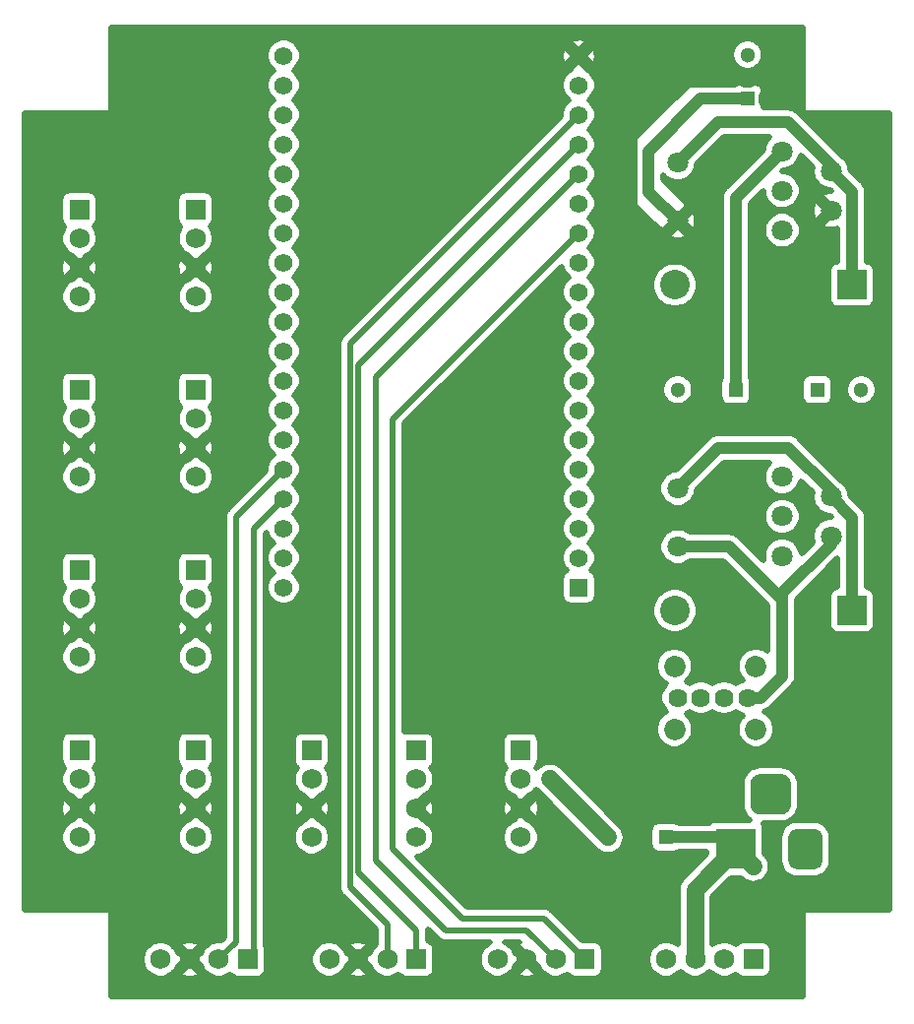
<source format=gbr>
G04 #@! TF.GenerationSoftware,KiCad,Pcbnew,5.1.6-c6e7f7d~87~ubuntu20.04.1*
G04 #@! TF.CreationDate,2020-08-21T14:07:47+01:00*
G04 #@! TF.ProjectId,beehive,62656568-6976-4652-9e6b-696361645f70,rev?*
G04 #@! TF.SameCoordinates,Original*
G04 #@! TF.FileFunction,Copper,L1,Top*
G04 #@! TF.FilePolarity,Positive*
%FSLAX46Y46*%
G04 Gerber Fmt 4.6, Leading zero omitted, Abs format (unit mm)*
G04 Created by KiCad (PCBNEW 5.1.6-c6e7f7d~87~ubuntu20.04.1) date 2020-08-21 14:07:47*
%MOMM*%
%LPD*%
G01*
G04 APERTURE LIST*
G04 #@! TA.AperFunction,ComponentPad*
%ADD10C,1.560000*%
G04 #@! TD*
G04 #@! TA.AperFunction,ComponentPad*
%ADD11R,1.560000X1.560000*%
G04 #@! TD*
G04 #@! TA.AperFunction,ComponentPad*
%ADD12C,1.750000*%
G04 #@! TD*
G04 #@! TA.AperFunction,ComponentPad*
%ADD13R,1.750000X1.750000*%
G04 #@! TD*
G04 #@! TA.AperFunction,ComponentPad*
%ADD14C,1.800000*%
G04 #@! TD*
G04 #@! TA.AperFunction,ComponentPad*
%ADD15C,1.620000*%
G04 #@! TD*
G04 #@! TA.AperFunction,ComponentPad*
%ADD16C,1.850000*%
G04 #@! TD*
G04 #@! TA.AperFunction,ComponentPad*
%ADD17R,2.540000X2.540000*%
G04 #@! TD*
G04 #@! TA.AperFunction,ComponentPad*
%ADD18C,2.540000*%
G04 #@! TD*
G04 #@! TA.AperFunction,ComponentPad*
%ADD19R,3.500000X3.500000*%
G04 #@! TD*
G04 #@! TA.AperFunction,ComponentPad*
%ADD20C,1.300000*%
G04 #@! TD*
G04 #@! TA.AperFunction,ComponentPad*
%ADD21R,1.300000X1.300000*%
G04 #@! TD*
G04 #@! TA.AperFunction,Conductor*
%ADD22C,1.500000*%
G04 #@! TD*
G04 #@! TA.AperFunction,Conductor*
%ADD23C,1.000000*%
G04 #@! TD*
G04 #@! TA.AperFunction,Conductor*
%ADD24C,0.500000*%
G04 #@! TD*
G04 APERTURE END LIST*
D10*
X158100000Y-63280000D03*
X158100000Y-65820000D03*
X158100000Y-68360000D03*
X158100000Y-70900000D03*
X158100000Y-73440000D03*
X158100000Y-75980000D03*
X158100000Y-78520000D03*
X158100000Y-81060000D03*
X158100000Y-83600000D03*
X158100000Y-86140000D03*
X158100000Y-88680000D03*
X158100000Y-91220000D03*
X158100000Y-93760000D03*
X158100000Y-96300000D03*
X158100000Y-98840000D03*
X158100000Y-101380000D03*
X158100000Y-103920000D03*
X158100000Y-106460000D03*
X158100000Y-109000000D03*
X183500000Y-65820000D03*
X183500000Y-68360000D03*
X183500000Y-70900000D03*
X183500000Y-73440000D03*
X183500000Y-75980000D03*
X183500000Y-78520000D03*
X183500000Y-81060000D03*
X183500000Y-83600000D03*
X183500000Y-86140000D03*
X183500000Y-88680000D03*
X183500000Y-91220000D03*
X183500000Y-93760000D03*
X183500000Y-96300000D03*
X183500000Y-98840000D03*
X183500000Y-101380000D03*
X183500000Y-103920000D03*
X183500000Y-63280000D03*
X183500000Y-106460000D03*
D11*
X183500000Y-109000000D03*
D12*
X140500000Y-99500000D03*
X140500000Y-97000000D03*
X140500000Y-94500000D03*
D13*
X140500000Y-92000000D03*
D12*
X150500000Y-84000000D03*
X150500000Y-81500000D03*
X150500000Y-79000000D03*
D13*
X150500000Y-76500000D03*
D12*
X140500000Y-84000000D03*
X140500000Y-81500000D03*
X140500000Y-79000000D03*
D13*
X140500000Y-76500000D03*
D12*
X140500000Y-115000000D03*
X140500000Y-112500000D03*
X140500000Y-110000000D03*
D13*
X140500000Y-107500000D03*
D12*
X176500000Y-141000000D03*
X179000000Y-141000000D03*
X181500000Y-141000000D03*
D13*
X184000000Y-141000000D03*
D14*
X205200000Y-76600000D03*
X205200000Y-73200000D03*
X201000000Y-71500000D03*
X201000000Y-78300000D03*
X201000000Y-74900000D03*
X192000000Y-72500000D03*
X192000000Y-77500000D03*
X192000000Y-105500000D03*
X192000000Y-100500000D03*
X205200000Y-104600000D03*
X205200000Y-101200000D03*
X201000000Y-99500000D03*
X201000000Y-106300000D03*
X201000000Y-102900000D03*
D12*
X147500000Y-141000000D03*
X150000000Y-141000000D03*
X152500000Y-141000000D03*
D13*
X155000000Y-141000000D03*
X198500000Y-141000000D03*
D12*
X196000000Y-141000000D03*
X193500000Y-141000000D03*
X191000000Y-141000000D03*
X162000000Y-141000000D03*
X164500000Y-141000000D03*
X167000000Y-141000000D03*
D13*
X169500000Y-141000000D03*
D12*
X178500000Y-130500000D03*
X178500000Y-128000000D03*
X178500000Y-125500000D03*
D13*
X178500000Y-123000000D03*
D12*
X169500000Y-130500000D03*
X169500000Y-128000000D03*
X169500000Y-125500000D03*
D13*
X169500000Y-123000000D03*
D12*
X160500000Y-130500000D03*
X160500000Y-128000000D03*
X160500000Y-125500000D03*
D13*
X160500000Y-123000000D03*
D12*
X150500000Y-130500000D03*
X150500000Y-128000000D03*
X150500000Y-125500000D03*
D13*
X150500000Y-123000000D03*
D12*
X140500000Y-130500000D03*
X140500000Y-128000000D03*
X140500000Y-125500000D03*
D13*
X140500000Y-123000000D03*
D12*
X150500000Y-115000000D03*
X150500000Y-112500000D03*
X150500000Y-110000000D03*
D13*
X150500000Y-107500000D03*
D12*
X150500000Y-99500000D03*
X150500000Y-97000000D03*
X150500000Y-94500000D03*
D13*
X150500000Y-92000000D03*
D15*
X198000000Y-118500000D03*
X196000000Y-118500000D03*
X194000000Y-118500000D03*
D16*
X198730000Y-121220000D03*
D15*
X192000000Y-118500000D03*
D16*
X191730000Y-121220000D03*
X198730000Y-115780000D03*
X191730000Y-115780000D03*
D17*
X207000000Y-83000000D03*
D18*
X191760000Y-83000000D03*
D17*
X206998780Y-111002960D03*
D18*
X191758780Y-111002960D03*
G04 #@! TA.AperFunction,ComponentPad*
G36*
G01*
X201750000Y-125925000D02*
X201750000Y-127675000D01*
G75*
G02*
X200875000Y-128550000I-875000J0D01*
G01*
X199125000Y-128550000D01*
G75*
G02*
X198250000Y-127675000I0J875000D01*
G01*
X198250000Y-125925000D01*
G75*
G02*
X199125000Y-125050000I875000J0D01*
G01*
X200875000Y-125050000D01*
G75*
G02*
X201750000Y-125925000I0J-875000D01*
G01*
G37*
G04 #@! TD.AperFunction*
G04 #@! TA.AperFunction,ComponentPad*
G36*
G01*
X204500000Y-130500000D02*
X204500000Y-132500000D01*
G75*
G02*
X203750000Y-133250000I-750000J0D01*
G01*
X202250000Y-133250000D01*
G75*
G02*
X201500000Y-132500000I0J750000D01*
G01*
X201500000Y-130500000D01*
G75*
G02*
X202250000Y-129750000I750000J0D01*
G01*
X203750000Y-129750000D01*
G75*
G02*
X204500000Y-130500000I0J-750000D01*
G01*
G37*
G04 #@! TD.AperFunction*
D19*
X197000000Y-131500000D03*
D20*
X198000000Y-63200000D03*
D21*
X198000000Y-67000000D03*
X197000000Y-92000000D03*
D20*
X192000000Y-92000000D03*
X207800000Y-92000000D03*
D21*
X204000000Y-92000000D03*
X191000000Y-130500000D03*
D20*
X186000000Y-130500000D03*
D22*
X181000000Y-125500000D02*
X186000000Y-130500000D01*
D23*
X197000000Y-75500000D02*
X201000000Y-71500000D01*
X197000000Y-92000000D02*
X197000000Y-75500000D01*
X196000000Y-130500000D02*
X197000000Y-131500000D01*
X191000000Y-130500000D02*
X196000000Y-130500000D01*
D22*
X197000000Y-131500000D02*
X198500000Y-133000000D01*
X193500000Y-135000000D02*
X193500000Y-141000000D01*
X197000000Y-131500000D02*
X193500000Y-135000000D01*
D23*
X199145512Y-118500000D02*
X198000000Y-118500000D01*
X201000000Y-116645512D02*
X199145512Y-118500000D01*
X201000000Y-110072792D02*
X201000000Y-116645512D01*
X196427208Y-105500000D02*
X201000000Y-110072792D01*
X192000000Y-105500000D02*
X196427208Y-105500000D01*
X201000000Y-109500000D02*
X201000000Y-110072792D01*
X205200000Y-104600000D02*
X205200000Y-105300000D01*
X205200000Y-105300000D02*
X201000000Y-109500000D01*
X206998780Y-102998780D02*
X205200000Y-101200000D01*
X206998780Y-111002960D02*
X206998780Y-102998780D01*
X195500000Y-97000000D02*
X192000000Y-100500000D01*
X201500000Y-97000000D02*
X195500000Y-97000000D01*
X205200000Y-101200000D02*
X205200000Y-100700000D01*
X205200000Y-100700000D02*
X201500000Y-97000000D01*
X207000000Y-75000000D02*
X205200000Y-73200000D01*
X207000000Y-83000000D02*
X207000000Y-75000000D01*
X195500000Y-69000000D02*
X192000000Y-72500000D01*
X201500000Y-69000000D02*
X195500000Y-69000000D01*
X205200000Y-73200000D02*
X205200000Y-72700000D01*
X205200000Y-72700000D02*
X201500000Y-69000000D01*
X196350000Y-67000000D02*
X198000000Y-67000000D01*
X194000000Y-67000000D02*
X196350000Y-67000000D01*
X189500000Y-71500000D02*
X194000000Y-67000000D01*
X192000000Y-77500000D02*
X189500000Y-75000000D01*
X189500000Y-75000000D02*
X189500000Y-71500000D01*
D24*
X163799990Y-88060010D02*
X163799990Y-134799990D01*
X183500000Y-68360000D02*
X163799990Y-88060010D01*
X167000000Y-138000000D02*
X167000000Y-141000000D01*
X163799990Y-134799990D02*
X167000000Y-138000000D01*
X164500000Y-89900000D02*
X183500000Y-70900000D01*
X164500000Y-89900000D02*
X164500000Y-133500000D01*
X169500000Y-138500000D02*
X169500000Y-141000000D01*
X164500000Y-133500000D02*
X169500000Y-138500000D01*
X182720001Y-74219999D02*
X183500000Y-73440000D01*
X166000000Y-90940000D02*
X182720001Y-74219999D01*
X166000000Y-132500000D02*
X166000000Y-90940000D01*
X172000000Y-138500000D02*
X179000000Y-138500000D01*
X179000000Y-138500000D02*
X181500000Y-141000000D01*
X172000000Y-138500000D02*
X166000000Y-132500000D01*
X182720001Y-79299999D02*
X183500000Y-78520000D01*
X167500000Y-94520000D02*
X182720001Y-79299999D01*
X167500000Y-131500000D02*
X167500000Y-94520000D01*
X173500000Y-137500000D02*
X180500000Y-137500000D01*
X180500000Y-137500000D02*
X184000000Y-141000000D01*
X173500000Y-137500000D02*
X167500000Y-131500000D01*
X154000000Y-139500000D02*
X152500000Y-141000000D01*
X154000000Y-102940000D02*
X154000000Y-139500000D01*
X158100000Y-98840000D02*
X154000000Y-102940000D01*
X155500000Y-140500000D02*
X155000000Y-141000000D01*
X155500000Y-103980000D02*
X155500000Y-140500000D01*
X158100000Y-101380000D02*
X155500000Y-103980000D01*
G36*
X202750000Y-68000000D02*
G01*
X202754804Y-68048773D01*
X202769030Y-68095671D01*
X202792133Y-68138893D01*
X202823223Y-68176777D01*
X202861107Y-68207867D01*
X202904329Y-68230970D01*
X202951227Y-68245196D01*
X203000000Y-68250000D01*
X210200001Y-68250000D01*
X210200000Y-136750000D01*
X203000000Y-136750000D01*
X202951227Y-136754804D01*
X202904329Y-136769030D01*
X202861107Y-136792133D01*
X202823223Y-136823223D01*
X202792133Y-136861107D01*
X202769030Y-136904329D01*
X202754804Y-136951227D01*
X202750000Y-137000000D01*
X202750000Y-144200000D01*
X143250000Y-144200000D01*
X143250000Y-140839951D01*
X145875000Y-140839951D01*
X145875000Y-141160049D01*
X145937448Y-141473995D01*
X146059943Y-141769726D01*
X146237780Y-142035877D01*
X146464123Y-142262220D01*
X146730274Y-142440057D01*
X147026005Y-142562552D01*
X147339951Y-142625000D01*
X147660049Y-142625000D01*
X147973995Y-142562552D01*
X148269726Y-142440057D01*
X148535877Y-142262220D01*
X148614699Y-142183398D01*
X149170155Y-142183398D01*
X149253797Y-142452385D01*
X149551481Y-142570055D01*
X149866402Y-142627388D01*
X150186457Y-142622182D01*
X150499346Y-142554636D01*
X150746203Y-142452385D01*
X150829845Y-142183398D01*
X150000000Y-141353553D01*
X149170155Y-142183398D01*
X148614699Y-142183398D01*
X148762220Y-142035877D01*
X148940057Y-141769726D01*
X148984842Y-141661605D01*
X149646447Y-141000000D01*
X150353553Y-141000000D01*
X151015158Y-141661605D01*
X151059943Y-141769726D01*
X151237780Y-142035877D01*
X151464123Y-142262220D01*
X151730274Y-142440057D01*
X152026005Y-142562552D01*
X152339951Y-142625000D01*
X152660049Y-142625000D01*
X152973995Y-142562552D01*
X153269726Y-142440057D01*
X153495853Y-142288963D01*
X153498381Y-142293693D01*
X153592105Y-142407895D01*
X153706307Y-142501619D01*
X153836599Y-142571261D01*
X153977974Y-142614147D01*
X154125000Y-142628628D01*
X155875000Y-142628628D01*
X156022026Y-142614147D01*
X156163401Y-142571261D01*
X156293693Y-142501619D01*
X156407895Y-142407895D01*
X156501619Y-142293693D01*
X156571261Y-142163401D01*
X156614147Y-142022026D01*
X156628628Y-141875000D01*
X156628628Y-140839951D01*
X160375000Y-140839951D01*
X160375000Y-141160049D01*
X160437448Y-141473995D01*
X160559943Y-141769726D01*
X160737780Y-142035877D01*
X160964123Y-142262220D01*
X161230274Y-142440057D01*
X161526005Y-142562552D01*
X161839951Y-142625000D01*
X162160049Y-142625000D01*
X162473995Y-142562552D01*
X162769726Y-142440057D01*
X163035877Y-142262220D01*
X163114699Y-142183398D01*
X163670155Y-142183398D01*
X163753797Y-142452385D01*
X164051481Y-142570055D01*
X164366402Y-142627388D01*
X164686457Y-142622182D01*
X164999346Y-142554636D01*
X165246203Y-142452385D01*
X165329845Y-142183398D01*
X164500000Y-141353553D01*
X163670155Y-142183398D01*
X163114699Y-142183398D01*
X163262220Y-142035877D01*
X163440057Y-141769726D01*
X163484842Y-141661605D01*
X164146447Y-141000000D01*
X163484842Y-140338395D01*
X163440057Y-140230274D01*
X163262220Y-139964123D01*
X163114699Y-139816602D01*
X163670155Y-139816602D01*
X164500000Y-140646447D01*
X165329845Y-139816602D01*
X165246203Y-139547615D01*
X164948519Y-139429945D01*
X164633598Y-139372612D01*
X164313543Y-139377818D01*
X164000654Y-139445364D01*
X163753797Y-139547615D01*
X163670155Y-139816602D01*
X163114699Y-139816602D01*
X163035877Y-139737780D01*
X162769726Y-139559943D01*
X162473995Y-139437448D01*
X162160049Y-139375000D01*
X161839951Y-139375000D01*
X161526005Y-139437448D01*
X161230274Y-139559943D01*
X160964123Y-139737780D01*
X160737780Y-139964123D01*
X160559943Y-140230274D01*
X160437448Y-140526005D01*
X160375000Y-140839951D01*
X156628628Y-140839951D01*
X156628628Y-140125000D01*
X156614147Y-139977974D01*
X156571261Y-139836599D01*
X156501619Y-139706307D01*
X156500000Y-139704334D01*
X156500000Y-130339951D01*
X158875000Y-130339951D01*
X158875000Y-130660049D01*
X158937448Y-130973995D01*
X159059943Y-131269726D01*
X159237780Y-131535877D01*
X159464123Y-131762220D01*
X159730274Y-131940057D01*
X160026005Y-132062552D01*
X160339951Y-132125000D01*
X160660049Y-132125000D01*
X160973995Y-132062552D01*
X161269726Y-131940057D01*
X161535877Y-131762220D01*
X161762220Y-131535877D01*
X161940057Y-131269726D01*
X162062552Y-130973995D01*
X162125000Y-130660049D01*
X162125000Y-130339951D01*
X162062552Y-130026005D01*
X161940057Y-129730274D01*
X161762220Y-129464123D01*
X161535877Y-129237780D01*
X161269726Y-129059943D01*
X161161605Y-129015158D01*
X160500000Y-128353553D01*
X159838395Y-129015158D01*
X159730274Y-129059943D01*
X159464123Y-129237780D01*
X159237780Y-129464123D01*
X159059943Y-129730274D01*
X158937448Y-130026005D01*
X158875000Y-130339951D01*
X156500000Y-130339951D01*
X156500000Y-127866402D01*
X158872612Y-127866402D01*
X158877818Y-128186457D01*
X158945364Y-128499346D01*
X159047615Y-128746203D01*
X159316602Y-128829845D01*
X160146447Y-128000000D01*
X160853553Y-128000000D01*
X161683398Y-128829845D01*
X161952385Y-128746203D01*
X162070055Y-128448519D01*
X162127388Y-128133598D01*
X162122182Y-127813543D01*
X162054636Y-127500654D01*
X161952385Y-127253797D01*
X161683398Y-127170155D01*
X160853553Y-128000000D01*
X160146447Y-128000000D01*
X159316602Y-127170155D01*
X159047615Y-127253797D01*
X158929945Y-127551481D01*
X158872612Y-127866402D01*
X156500000Y-127866402D01*
X156500000Y-122125000D01*
X158871372Y-122125000D01*
X158871372Y-123875000D01*
X158885853Y-124022026D01*
X158928739Y-124163401D01*
X158998381Y-124293693D01*
X159092105Y-124407895D01*
X159206307Y-124501619D01*
X159211037Y-124504147D01*
X159059943Y-124730274D01*
X158937448Y-125026005D01*
X158875000Y-125339951D01*
X158875000Y-125660049D01*
X158937448Y-125973995D01*
X159059943Y-126269726D01*
X159237780Y-126535877D01*
X159464123Y-126762220D01*
X159730274Y-126940057D01*
X159838395Y-126984842D01*
X160500000Y-127646447D01*
X161161605Y-126984842D01*
X161269726Y-126940057D01*
X161535877Y-126762220D01*
X161762220Y-126535877D01*
X161940057Y-126269726D01*
X162062552Y-125973995D01*
X162125000Y-125660049D01*
X162125000Y-125339951D01*
X162062552Y-125026005D01*
X161940057Y-124730274D01*
X161788963Y-124504147D01*
X161793693Y-124501619D01*
X161907895Y-124407895D01*
X162001619Y-124293693D01*
X162071261Y-124163401D01*
X162114147Y-124022026D01*
X162128628Y-123875000D01*
X162128628Y-122125000D01*
X162114147Y-121977974D01*
X162071261Y-121836599D01*
X162001619Y-121706307D01*
X161907895Y-121592105D01*
X161793693Y-121498381D01*
X161663401Y-121428739D01*
X161522026Y-121385853D01*
X161375000Y-121371372D01*
X159625000Y-121371372D01*
X159477974Y-121385853D01*
X159336599Y-121428739D01*
X159206307Y-121498381D01*
X159092105Y-121592105D01*
X158998381Y-121706307D01*
X158928739Y-121836599D01*
X158885853Y-121977974D01*
X158871372Y-122125000D01*
X156500000Y-122125000D01*
X156500000Y-104394212D01*
X156612062Y-104282151D01*
X156628797Y-104366285D01*
X156744132Y-104644727D01*
X156911571Y-104895318D01*
X157124682Y-105108429D01*
X157246762Y-105190000D01*
X157124682Y-105271571D01*
X156911571Y-105484682D01*
X156744132Y-105735273D01*
X156628797Y-106013715D01*
X156570000Y-106309308D01*
X156570000Y-106610692D01*
X156628797Y-106906285D01*
X156744132Y-107184727D01*
X156911571Y-107435318D01*
X157124682Y-107648429D01*
X157246762Y-107730000D01*
X157124682Y-107811571D01*
X156911571Y-108024682D01*
X156744132Y-108275273D01*
X156628797Y-108553715D01*
X156570000Y-108849308D01*
X156570000Y-109150692D01*
X156628797Y-109446285D01*
X156744132Y-109724727D01*
X156911571Y-109975318D01*
X157124682Y-110188429D01*
X157375273Y-110355868D01*
X157653715Y-110471203D01*
X157949308Y-110530000D01*
X158250692Y-110530000D01*
X158546285Y-110471203D01*
X158824727Y-110355868D01*
X159075318Y-110188429D01*
X159288429Y-109975318D01*
X159455868Y-109724727D01*
X159571203Y-109446285D01*
X159630000Y-109150692D01*
X159630000Y-108849308D01*
X159571203Y-108553715D01*
X159455868Y-108275273D01*
X159288429Y-108024682D01*
X159075318Y-107811571D01*
X158953238Y-107730000D01*
X159075318Y-107648429D01*
X159288429Y-107435318D01*
X159455868Y-107184727D01*
X159571203Y-106906285D01*
X159630000Y-106610692D01*
X159630000Y-106309308D01*
X159571203Y-106013715D01*
X159455868Y-105735273D01*
X159288429Y-105484682D01*
X159075318Y-105271571D01*
X158953238Y-105190000D01*
X159075318Y-105108429D01*
X159288429Y-104895318D01*
X159455868Y-104644727D01*
X159571203Y-104366285D01*
X159630000Y-104070692D01*
X159630000Y-103769308D01*
X159571203Y-103473715D01*
X159455868Y-103195273D01*
X159288429Y-102944682D01*
X159075318Y-102731571D01*
X158953238Y-102650000D01*
X159075318Y-102568429D01*
X159288429Y-102355318D01*
X159455868Y-102104727D01*
X159571203Y-101826285D01*
X159630000Y-101530692D01*
X159630000Y-101229308D01*
X159571203Y-100933715D01*
X159455868Y-100655273D01*
X159288429Y-100404682D01*
X159075318Y-100191571D01*
X158953238Y-100110000D01*
X159075318Y-100028429D01*
X159288429Y-99815318D01*
X159455868Y-99564727D01*
X159571203Y-99286285D01*
X159630000Y-98990692D01*
X159630000Y-98689308D01*
X159571203Y-98393715D01*
X159455868Y-98115273D01*
X159288429Y-97864682D01*
X159075318Y-97651571D01*
X158953238Y-97570000D01*
X159075318Y-97488429D01*
X159288429Y-97275318D01*
X159455868Y-97024727D01*
X159571203Y-96746285D01*
X159630000Y-96450692D01*
X159630000Y-96149308D01*
X159571203Y-95853715D01*
X159455868Y-95575273D01*
X159288429Y-95324682D01*
X159075318Y-95111571D01*
X158953238Y-95030000D01*
X159075318Y-94948429D01*
X159288429Y-94735318D01*
X159455868Y-94484727D01*
X159571203Y-94206285D01*
X159630000Y-93910692D01*
X159630000Y-93609308D01*
X159571203Y-93313715D01*
X159455868Y-93035273D01*
X159288429Y-92784682D01*
X159075318Y-92571571D01*
X158953238Y-92490000D01*
X159075318Y-92408429D01*
X159288429Y-92195318D01*
X159455868Y-91944727D01*
X159571203Y-91666285D01*
X159630000Y-91370692D01*
X159630000Y-91069308D01*
X159571203Y-90773715D01*
X159455868Y-90495273D01*
X159288429Y-90244682D01*
X159075318Y-90031571D01*
X158953238Y-89950000D01*
X159075318Y-89868429D01*
X159288429Y-89655318D01*
X159455868Y-89404727D01*
X159571203Y-89126285D01*
X159630000Y-88830692D01*
X159630000Y-88529308D01*
X159571203Y-88233715D01*
X159499252Y-88060010D01*
X162795152Y-88060010D01*
X162799990Y-88109130D01*
X162799991Y-134750860D01*
X162795152Y-134799990D01*
X162814460Y-134996024D01*
X162871641Y-135184524D01*
X162871642Y-135184525D01*
X162964499Y-135358248D01*
X163089463Y-135510518D01*
X163127622Y-135541834D01*
X166000000Y-138414214D01*
X166000001Y-139713807D01*
X165964123Y-139737780D01*
X165737780Y-139964123D01*
X165559943Y-140230274D01*
X165515158Y-140338395D01*
X164853553Y-141000000D01*
X165515158Y-141661605D01*
X165559943Y-141769726D01*
X165737780Y-142035877D01*
X165964123Y-142262220D01*
X166230274Y-142440057D01*
X166526005Y-142562552D01*
X166839951Y-142625000D01*
X167160049Y-142625000D01*
X167473995Y-142562552D01*
X167769726Y-142440057D01*
X167995853Y-142288963D01*
X167998381Y-142293693D01*
X168092105Y-142407895D01*
X168206307Y-142501619D01*
X168336599Y-142571261D01*
X168477974Y-142614147D01*
X168625000Y-142628628D01*
X170375000Y-142628628D01*
X170522026Y-142614147D01*
X170663401Y-142571261D01*
X170793693Y-142501619D01*
X170907895Y-142407895D01*
X171001619Y-142293693D01*
X171071261Y-142163401D01*
X171114147Y-142022026D01*
X171128628Y-141875000D01*
X171128628Y-140125000D01*
X171114147Y-139977974D01*
X171071261Y-139836599D01*
X171001619Y-139706307D01*
X170907895Y-139592105D01*
X170793693Y-139498381D01*
X170663401Y-139428739D01*
X170522026Y-139385853D01*
X170500000Y-139383684D01*
X170500000Y-138549120D01*
X170504838Y-138500000D01*
X170495994Y-138410207D01*
X171258155Y-139172368D01*
X171289472Y-139210528D01*
X171441742Y-139335492D01*
X171615465Y-139428349D01*
X171803966Y-139485530D01*
X171950880Y-139500000D01*
X171950881Y-139500000D01*
X171999999Y-139504838D01*
X172049117Y-139500000D01*
X175874990Y-139500000D01*
X175730274Y-139559943D01*
X175464123Y-139737780D01*
X175237780Y-139964123D01*
X175059943Y-140230274D01*
X174937448Y-140526005D01*
X174875000Y-140839951D01*
X174875000Y-141160049D01*
X174937448Y-141473995D01*
X175059943Y-141769726D01*
X175237780Y-142035877D01*
X175464123Y-142262220D01*
X175730274Y-142440057D01*
X176026005Y-142562552D01*
X176339951Y-142625000D01*
X176660049Y-142625000D01*
X176973995Y-142562552D01*
X177269726Y-142440057D01*
X177535877Y-142262220D01*
X177614699Y-142183398D01*
X178170155Y-142183398D01*
X178253797Y-142452385D01*
X178551481Y-142570055D01*
X178866402Y-142627388D01*
X179186457Y-142622182D01*
X179499346Y-142554636D01*
X179746203Y-142452385D01*
X179829845Y-142183398D01*
X179000000Y-141353553D01*
X178170155Y-142183398D01*
X177614699Y-142183398D01*
X177762220Y-142035877D01*
X177940057Y-141769726D01*
X177984842Y-141661605D01*
X178646447Y-141000000D01*
X177984842Y-140338395D01*
X177940057Y-140230274D01*
X177762220Y-139964123D01*
X177535877Y-139737780D01*
X177269726Y-139559943D01*
X177125010Y-139500000D01*
X178368750Y-139500000D01*
X178253797Y-139547615D01*
X178170155Y-139816602D01*
X179000000Y-140646447D01*
X179014143Y-140632305D01*
X179367696Y-140985858D01*
X179353553Y-141000000D01*
X180015158Y-141661605D01*
X180059943Y-141769726D01*
X180237780Y-142035877D01*
X180464123Y-142262220D01*
X180730274Y-142440057D01*
X181026005Y-142562552D01*
X181339951Y-142625000D01*
X181660049Y-142625000D01*
X181973995Y-142562552D01*
X182269726Y-142440057D01*
X182495853Y-142288963D01*
X182498381Y-142293693D01*
X182592105Y-142407895D01*
X182706307Y-142501619D01*
X182836599Y-142571261D01*
X182977974Y-142614147D01*
X183125000Y-142628628D01*
X184875000Y-142628628D01*
X185022026Y-142614147D01*
X185163401Y-142571261D01*
X185293693Y-142501619D01*
X185407895Y-142407895D01*
X185501619Y-142293693D01*
X185571261Y-142163401D01*
X185614147Y-142022026D01*
X185628628Y-141875000D01*
X185628628Y-140839951D01*
X189375000Y-140839951D01*
X189375000Y-141160049D01*
X189437448Y-141473995D01*
X189559943Y-141769726D01*
X189737780Y-142035877D01*
X189964123Y-142262220D01*
X190230274Y-142440057D01*
X190526005Y-142562552D01*
X190839951Y-142625000D01*
X191160049Y-142625000D01*
X191473995Y-142562552D01*
X191769726Y-142440057D01*
X192035877Y-142262220D01*
X192250000Y-142048097D01*
X192464123Y-142262220D01*
X192730274Y-142440057D01*
X193026005Y-142562552D01*
X193339951Y-142625000D01*
X193660049Y-142625000D01*
X193973995Y-142562552D01*
X194269726Y-142440057D01*
X194535877Y-142262220D01*
X194750000Y-142048097D01*
X194964123Y-142262220D01*
X195230274Y-142440057D01*
X195526005Y-142562552D01*
X195839951Y-142625000D01*
X196160049Y-142625000D01*
X196473995Y-142562552D01*
X196769726Y-142440057D01*
X196995853Y-142288963D01*
X196998381Y-142293693D01*
X197092105Y-142407895D01*
X197206307Y-142501619D01*
X197336599Y-142571261D01*
X197477974Y-142614147D01*
X197625000Y-142628628D01*
X199375000Y-142628628D01*
X199522026Y-142614147D01*
X199663401Y-142571261D01*
X199793693Y-142501619D01*
X199907895Y-142407895D01*
X200001619Y-142293693D01*
X200071261Y-142163401D01*
X200114147Y-142022026D01*
X200128628Y-141875000D01*
X200128628Y-140125000D01*
X200114147Y-139977974D01*
X200071261Y-139836599D01*
X200001619Y-139706307D01*
X199907895Y-139592105D01*
X199793693Y-139498381D01*
X199663401Y-139428739D01*
X199522026Y-139385853D01*
X199375000Y-139371372D01*
X197625000Y-139371372D01*
X197477974Y-139385853D01*
X197336599Y-139428739D01*
X197206307Y-139498381D01*
X197092105Y-139592105D01*
X196998381Y-139706307D01*
X196995853Y-139711037D01*
X196769726Y-139559943D01*
X196473995Y-139437448D01*
X196160049Y-139375000D01*
X195839951Y-139375000D01*
X195526005Y-139437448D01*
X195230274Y-139559943D01*
X195000000Y-139713808D01*
X195000000Y-135621319D01*
X196617692Y-134003628D01*
X197382308Y-134003628D01*
X197491439Y-134112759D01*
X197662612Y-134253237D01*
X197923197Y-134392523D01*
X198205948Y-134478294D01*
X198499999Y-134507257D01*
X198794050Y-134478294D01*
X199076802Y-134392523D01*
X199337386Y-134253237D01*
X199565791Y-134065791D01*
X199753237Y-133837386D01*
X199892523Y-133576802D01*
X199978294Y-133294050D01*
X200007257Y-132999999D01*
X199978294Y-132705948D01*
X199892523Y-132423197D01*
X199753237Y-132162612D01*
X199612759Y-131991439D01*
X199503628Y-131882308D01*
X199503628Y-130500000D01*
X200746372Y-130500000D01*
X200746372Y-132500000D01*
X200775264Y-132793343D01*
X200860829Y-133075414D01*
X200999779Y-133335371D01*
X201186774Y-133563226D01*
X201414629Y-133750221D01*
X201674586Y-133889171D01*
X201956657Y-133974736D01*
X202250000Y-134003628D01*
X203750000Y-134003628D01*
X204043343Y-133974736D01*
X204325414Y-133889171D01*
X204585371Y-133750221D01*
X204813226Y-133563226D01*
X205000221Y-133335371D01*
X205139171Y-133075414D01*
X205224736Y-132793343D01*
X205253628Y-132500000D01*
X205253628Y-130500000D01*
X205224736Y-130206657D01*
X205139171Y-129924586D01*
X205000221Y-129664629D01*
X204813226Y-129436774D01*
X204585371Y-129249779D01*
X204325414Y-129110829D01*
X204043343Y-129025264D01*
X203750000Y-128996372D01*
X202250000Y-128996372D01*
X201956657Y-129025264D01*
X201674586Y-129110829D01*
X201414629Y-129249779D01*
X201186774Y-129436774D01*
X200999779Y-129664629D01*
X200860829Y-129924586D01*
X200775264Y-130206657D01*
X200746372Y-130500000D01*
X199503628Y-130500000D01*
X199503628Y-129750000D01*
X199489147Y-129602974D01*
X199446261Y-129461599D01*
X199376619Y-129331307D01*
X199353903Y-129303628D01*
X200875000Y-129303628D01*
X201192730Y-129272334D01*
X201498249Y-129179656D01*
X201779817Y-129029155D01*
X202026614Y-128826614D01*
X202229155Y-128579817D01*
X202379656Y-128298249D01*
X202472334Y-127992730D01*
X202503628Y-127675000D01*
X202503628Y-125925000D01*
X202472334Y-125607270D01*
X202379656Y-125301751D01*
X202229155Y-125020183D01*
X202026614Y-124773386D01*
X201779817Y-124570845D01*
X201498249Y-124420344D01*
X201192730Y-124327666D01*
X200875000Y-124296372D01*
X199125000Y-124296372D01*
X198807270Y-124327666D01*
X198501751Y-124420344D01*
X198220183Y-124570845D01*
X197973386Y-124773386D01*
X197770845Y-125020183D01*
X197620344Y-125301751D01*
X197527666Y-125607270D01*
X197496372Y-125925000D01*
X197496372Y-127675000D01*
X197527666Y-127992730D01*
X197620344Y-128298249D01*
X197770845Y-128579817D01*
X197973386Y-128826614D01*
X198180237Y-128996372D01*
X195250000Y-128996372D01*
X195102974Y-129010853D01*
X194961599Y-129053739D01*
X194831307Y-129123381D01*
X194717105Y-129217105D01*
X194690109Y-129250000D01*
X192101128Y-129250000D01*
X192068693Y-129223381D01*
X191938401Y-129153739D01*
X191797026Y-129110853D01*
X191650000Y-129096372D01*
X190350000Y-129096372D01*
X190202974Y-129110853D01*
X190061599Y-129153739D01*
X189931307Y-129223381D01*
X189817105Y-129317105D01*
X189723381Y-129431307D01*
X189653739Y-129561599D01*
X189610853Y-129702974D01*
X189596372Y-129850000D01*
X189596372Y-131150000D01*
X189610853Y-131297026D01*
X189653739Y-131438401D01*
X189723381Y-131568693D01*
X189817105Y-131682895D01*
X189931307Y-131776619D01*
X190061599Y-131846261D01*
X190202974Y-131889147D01*
X190350000Y-131903628D01*
X191650000Y-131903628D01*
X191797026Y-131889147D01*
X191938401Y-131846261D01*
X192068693Y-131776619D01*
X192101128Y-131750000D01*
X194496372Y-131750000D01*
X194496372Y-131882308D01*
X192491450Y-133887231D01*
X192434208Y-133934208D01*
X192246762Y-134162614D01*
X192107476Y-134423199D01*
X192052644Y-134603956D01*
X192021705Y-134705949D01*
X191992743Y-135000000D01*
X192000000Y-135073681D01*
X192000001Y-139713808D01*
X191769726Y-139559943D01*
X191473995Y-139437448D01*
X191160049Y-139375000D01*
X190839951Y-139375000D01*
X190526005Y-139437448D01*
X190230274Y-139559943D01*
X189964123Y-139737780D01*
X189737780Y-139964123D01*
X189559943Y-140230274D01*
X189437448Y-140526005D01*
X189375000Y-140839951D01*
X185628628Y-140839951D01*
X185628628Y-140125000D01*
X185614147Y-139977974D01*
X185571261Y-139836599D01*
X185501619Y-139706307D01*
X185407895Y-139592105D01*
X185293693Y-139498381D01*
X185163401Y-139428739D01*
X185022026Y-139385853D01*
X184875000Y-139371372D01*
X183785585Y-139371372D01*
X181241849Y-136827637D01*
X181210528Y-136789472D01*
X181058258Y-136664508D01*
X180884535Y-136571651D01*
X180696034Y-136514470D01*
X180549120Y-136500000D01*
X180500000Y-136495162D01*
X180450880Y-136500000D01*
X173914213Y-136500000D01*
X169539212Y-132125000D01*
X169660049Y-132125000D01*
X169973995Y-132062552D01*
X170269726Y-131940057D01*
X170535877Y-131762220D01*
X170762220Y-131535877D01*
X170940057Y-131269726D01*
X171062552Y-130973995D01*
X171125000Y-130660049D01*
X171125000Y-130339951D01*
X176875000Y-130339951D01*
X176875000Y-130660049D01*
X176937448Y-130973995D01*
X177059943Y-131269726D01*
X177237780Y-131535877D01*
X177464123Y-131762220D01*
X177730274Y-131940057D01*
X178026005Y-132062552D01*
X178339951Y-132125000D01*
X178660049Y-132125000D01*
X178973995Y-132062552D01*
X179269726Y-131940057D01*
X179535877Y-131762220D01*
X179762220Y-131535877D01*
X179940057Y-131269726D01*
X180062552Y-130973995D01*
X180125000Y-130660049D01*
X180125000Y-130339951D01*
X180062552Y-130026005D01*
X179940057Y-129730274D01*
X179762220Y-129464123D01*
X179535877Y-129237780D01*
X179269726Y-129059943D01*
X179161605Y-129015158D01*
X178500000Y-128353553D01*
X177838395Y-129015158D01*
X177730274Y-129059943D01*
X177464123Y-129237780D01*
X177237780Y-129464123D01*
X177059943Y-129730274D01*
X176937448Y-130026005D01*
X176875000Y-130339951D01*
X171125000Y-130339951D01*
X171062552Y-130026005D01*
X170940057Y-129730274D01*
X170762220Y-129464123D01*
X170535877Y-129237780D01*
X170269726Y-129059943D01*
X170161605Y-129015158D01*
X169500000Y-128353553D01*
X169485858Y-128367696D01*
X169132305Y-128014143D01*
X169146447Y-128000000D01*
X169853553Y-128000000D01*
X170683398Y-128829845D01*
X170952385Y-128746203D01*
X171070055Y-128448519D01*
X171127388Y-128133598D01*
X171123042Y-127866402D01*
X176872612Y-127866402D01*
X176877818Y-128186457D01*
X176945364Y-128499346D01*
X177047615Y-128746203D01*
X177316602Y-128829845D01*
X178146447Y-128000000D01*
X178853553Y-128000000D01*
X179683398Y-128829845D01*
X179952385Y-128746203D01*
X180070055Y-128448519D01*
X180127388Y-128133598D01*
X180122182Y-127813543D01*
X180054636Y-127500654D01*
X179952385Y-127253797D01*
X179683398Y-127170155D01*
X178853553Y-128000000D01*
X178146447Y-128000000D01*
X177316602Y-127170155D01*
X177047615Y-127253797D01*
X176929945Y-127551481D01*
X176872612Y-127866402D01*
X171123042Y-127866402D01*
X171122182Y-127813543D01*
X171054636Y-127500654D01*
X170952385Y-127253797D01*
X170683398Y-127170155D01*
X169853553Y-128000000D01*
X169146447Y-128000000D01*
X169132305Y-127985858D01*
X169485858Y-127632305D01*
X169500000Y-127646447D01*
X170161605Y-126984842D01*
X170269726Y-126940057D01*
X170535877Y-126762220D01*
X170762220Y-126535877D01*
X170940057Y-126269726D01*
X171062552Y-125973995D01*
X171125000Y-125660049D01*
X171125000Y-125339951D01*
X171062552Y-125026005D01*
X170940057Y-124730274D01*
X170788963Y-124504147D01*
X170793693Y-124501619D01*
X170907895Y-124407895D01*
X171001619Y-124293693D01*
X171071261Y-124163401D01*
X171114147Y-124022026D01*
X171128628Y-123875000D01*
X171128628Y-122125000D01*
X176871372Y-122125000D01*
X176871372Y-123875000D01*
X176885853Y-124022026D01*
X176928739Y-124163401D01*
X176998381Y-124293693D01*
X177092105Y-124407895D01*
X177206307Y-124501619D01*
X177211037Y-124504147D01*
X177059943Y-124730274D01*
X176937448Y-125026005D01*
X176875000Y-125339951D01*
X176875000Y-125660049D01*
X176937448Y-125973995D01*
X177059943Y-126269726D01*
X177237780Y-126535877D01*
X177464123Y-126762220D01*
X177730274Y-126940057D01*
X177838395Y-126984842D01*
X178500000Y-127646447D01*
X179161605Y-126984842D01*
X179269726Y-126940057D01*
X179535877Y-126762220D01*
X179762220Y-126535877D01*
X179828389Y-126436848D01*
X179887241Y-126508560D01*
X184991439Y-131612759D01*
X185162613Y-131753238D01*
X185423197Y-131892523D01*
X185705949Y-131978295D01*
X186000000Y-132007257D01*
X186294051Y-131978295D01*
X186576802Y-131892523D01*
X186837387Y-131753238D01*
X187065791Y-131565791D01*
X187253238Y-131337387D01*
X187392523Y-131076802D01*
X187478295Y-130794051D01*
X187507257Y-130500000D01*
X187478295Y-130205949D01*
X187392523Y-129923197D01*
X187253238Y-129662613D01*
X187112759Y-129491439D01*
X182008560Y-124387241D01*
X181837386Y-124246763D01*
X181576802Y-124107477D01*
X181294051Y-124021705D01*
X181000000Y-123992743D01*
X180705949Y-124021705D01*
X180423198Y-124107477D01*
X180162614Y-124246763D01*
X179934209Y-124434209D01*
X179828389Y-124563152D01*
X179788963Y-124504147D01*
X179793693Y-124501619D01*
X179907895Y-124407895D01*
X180001619Y-124293693D01*
X180071261Y-124163401D01*
X180114147Y-124022026D01*
X180128628Y-123875000D01*
X180128628Y-122125000D01*
X180114147Y-121977974D01*
X180071261Y-121836599D01*
X180001619Y-121706307D01*
X179907895Y-121592105D01*
X179793693Y-121498381D01*
X179663401Y-121428739D01*
X179522026Y-121385853D01*
X179375000Y-121371372D01*
X177625000Y-121371372D01*
X177477974Y-121385853D01*
X177336599Y-121428739D01*
X177206307Y-121498381D01*
X177092105Y-121592105D01*
X176998381Y-121706307D01*
X176928739Y-121836599D01*
X176885853Y-121977974D01*
X176871372Y-122125000D01*
X171128628Y-122125000D01*
X171114147Y-121977974D01*
X171071261Y-121836599D01*
X171001619Y-121706307D01*
X170907895Y-121592105D01*
X170793693Y-121498381D01*
X170663401Y-121428739D01*
X170522026Y-121385853D01*
X170375000Y-121371372D01*
X168625000Y-121371372D01*
X168500000Y-121383684D01*
X168500000Y-115615027D01*
X190055000Y-115615027D01*
X190055000Y-115944973D01*
X190119369Y-116268580D01*
X190245634Y-116573410D01*
X190428942Y-116847751D01*
X190662249Y-117081058D01*
X190936590Y-117264366D01*
X191002260Y-117291567D01*
X190788269Y-117505558D01*
X190617546Y-117761063D01*
X190499950Y-118044965D01*
X190440000Y-118346353D01*
X190440000Y-118653647D01*
X190499950Y-118955035D01*
X190617546Y-119238937D01*
X190788269Y-119494442D01*
X191002260Y-119708433D01*
X190936590Y-119735634D01*
X190662249Y-119918942D01*
X190428942Y-120152249D01*
X190245634Y-120426590D01*
X190119369Y-120731420D01*
X190055000Y-121055027D01*
X190055000Y-121384973D01*
X190119369Y-121708580D01*
X190245634Y-122013410D01*
X190428942Y-122287751D01*
X190662249Y-122521058D01*
X190936590Y-122704366D01*
X191241420Y-122830631D01*
X191565027Y-122895000D01*
X191894973Y-122895000D01*
X192218580Y-122830631D01*
X192523410Y-122704366D01*
X192797751Y-122521058D01*
X193031058Y-122287751D01*
X193214366Y-122013410D01*
X193340631Y-121708580D01*
X193405000Y-121384973D01*
X193405000Y-121055027D01*
X193340631Y-120731420D01*
X193214366Y-120426590D01*
X193031058Y-120152249D01*
X192797751Y-119918942D01*
X192741040Y-119881049D01*
X192994442Y-119711731D01*
X193000000Y-119706173D01*
X193005558Y-119711731D01*
X193261063Y-119882454D01*
X193544965Y-120000050D01*
X193846353Y-120060000D01*
X194153647Y-120060000D01*
X194455035Y-120000050D01*
X194738937Y-119882454D01*
X194994442Y-119711731D01*
X195000000Y-119706173D01*
X195005558Y-119711731D01*
X195261063Y-119882454D01*
X195544965Y-120000050D01*
X195846353Y-120060000D01*
X196153647Y-120060000D01*
X196455035Y-120000050D01*
X196738937Y-119882454D01*
X196994442Y-119711731D01*
X197000000Y-119706173D01*
X197005558Y-119711731D01*
X197261063Y-119882454D01*
X197544965Y-120000050D01*
X197575139Y-120006052D01*
X197428942Y-120152249D01*
X197245634Y-120426590D01*
X197119369Y-120731420D01*
X197055000Y-121055027D01*
X197055000Y-121384973D01*
X197119369Y-121708580D01*
X197245634Y-122013410D01*
X197428942Y-122287751D01*
X197662249Y-122521058D01*
X197936590Y-122704366D01*
X198241420Y-122830631D01*
X198565027Y-122895000D01*
X198894973Y-122895000D01*
X199218580Y-122830631D01*
X199523410Y-122704366D01*
X199797751Y-122521058D01*
X200031058Y-122287751D01*
X200214366Y-122013410D01*
X200340631Y-121708580D01*
X200405000Y-121384973D01*
X200405000Y-121055027D01*
X200340631Y-120731420D01*
X200214366Y-120426590D01*
X200031058Y-120152249D01*
X199797751Y-119918942D01*
X199523410Y-119735634D01*
X199462061Y-119710222D01*
X199626181Y-119660437D01*
X199843335Y-119544366D01*
X200033672Y-119388160D01*
X200072821Y-119340457D01*
X201840463Y-117572816D01*
X201888160Y-117533672D01*
X202044366Y-117343335D01*
X202160437Y-117126181D01*
X202231913Y-116890555D01*
X202250000Y-116706917D01*
X202250000Y-116706911D01*
X202256047Y-116645513D01*
X202250000Y-116584115D01*
X202250000Y-110134189D01*
X202256047Y-110072791D01*
X202250571Y-110017195D01*
X205748781Y-106518986D01*
X205748780Y-108979332D01*
X205728780Y-108979332D01*
X205581754Y-108993813D01*
X205440379Y-109036699D01*
X205310087Y-109106341D01*
X205195885Y-109200065D01*
X205102161Y-109314267D01*
X205032519Y-109444559D01*
X204989633Y-109585934D01*
X204975152Y-109732960D01*
X204975152Y-112272960D01*
X204989633Y-112419986D01*
X205032519Y-112561361D01*
X205102161Y-112691653D01*
X205195885Y-112805855D01*
X205310087Y-112899579D01*
X205440379Y-112969221D01*
X205581754Y-113012107D01*
X205728780Y-113026588D01*
X208268780Y-113026588D01*
X208415806Y-113012107D01*
X208557181Y-112969221D01*
X208687473Y-112899579D01*
X208801675Y-112805855D01*
X208895399Y-112691653D01*
X208965041Y-112561361D01*
X209007927Y-112419986D01*
X209022408Y-112272960D01*
X209022408Y-109732960D01*
X209007927Y-109585934D01*
X208965041Y-109444559D01*
X208895399Y-109314267D01*
X208801675Y-109200065D01*
X208687473Y-109106341D01*
X208557181Y-109036699D01*
X208415806Y-108993813D01*
X208268780Y-108979332D01*
X208248780Y-108979332D01*
X208248780Y-103060177D01*
X208254827Y-102998779D01*
X208248780Y-102937381D01*
X208248780Y-102937375D01*
X208230693Y-102753737D01*
X208159217Y-102518111D01*
X208043146Y-102300957D01*
X207886940Y-102110620D01*
X207839243Y-102071476D01*
X206850000Y-101082234D01*
X206850000Y-101037489D01*
X206786592Y-100718713D01*
X206662211Y-100418432D01*
X206481639Y-100148186D01*
X206251814Y-99918361D01*
X206069611Y-99796618D01*
X206040463Y-99772696D01*
X202427309Y-96159543D01*
X202388160Y-96111840D01*
X202197823Y-95955634D01*
X201980669Y-95839563D01*
X201745043Y-95768087D01*
X201561405Y-95750000D01*
X201561398Y-95750000D01*
X201500000Y-95743953D01*
X201438602Y-95750000D01*
X195561397Y-95750000D01*
X195499999Y-95743953D01*
X195438601Y-95750000D01*
X195438595Y-95750000D01*
X195280538Y-95765567D01*
X195254956Y-95768087D01*
X195200116Y-95784723D01*
X195019331Y-95839563D01*
X194802177Y-95955634D01*
X194611840Y-96111840D01*
X194572696Y-96159537D01*
X191882234Y-98850000D01*
X191837489Y-98850000D01*
X191518713Y-98913408D01*
X191218432Y-99037789D01*
X190948186Y-99218361D01*
X190718361Y-99448186D01*
X190537789Y-99718432D01*
X190413408Y-100018713D01*
X190350000Y-100337489D01*
X190350000Y-100662511D01*
X190413408Y-100981287D01*
X190537789Y-101281568D01*
X190718361Y-101551814D01*
X190948186Y-101781639D01*
X191218432Y-101962211D01*
X191518713Y-102086592D01*
X191837489Y-102150000D01*
X192162511Y-102150000D01*
X192481287Y-102086592D01*
X192781568Y-101962211D01*
X193051814Y-101781639D01*
X193281639Y-101551814D01*
X193462211Y-101281568D01*
X193586592Y-100981287D01*
X193650000Y-100662511D01*
X193650000Y-100617766D01*
X196017767Y-98250000D01*
X199916547Y-98250000D01*
X199718361Y-98448186D01*
X199537789Y-98718432D01*
X199413408Y-99018713D01*
X199350000Y-99337489D01*
X199350000Y-99662511D01*
X199413408Y-99981287D01*
X199537789Y-100281568D01*
X199718361Y-100551814D01*
X199948186Y-100781639D01*
X200218432Y-100962211D01*
X200518713Y-101086592D01*
X200837489Y-101150000D01*
X201162511Y-101150000D01*
X201481287Y-101086592D01*
X201781568Y-100962211D01*
X202051814Y-100781639D01*
X202281639Y-100551814D01*
X202462211Y-100281568D01*
X202586592Y-99981287D01*
X202607651Y-99875417D01*
X203586454Y-100854221D01*
X203550000Y-101037489D01*
X203550000Y-101362511D01*
X203613408Y-101681287D01*
X203737789Y-101981568D01*
X203918361Y-102251814D01*
X204148186Y-102481639D01*
X204418432Y-102662211D01*
X204718713Y-102786592D01*
X205037489Y-102850000D01*
X205082234Y-102850000D01*
X205182234Y-102950000D01*
X205037489Y-102950000D01*
X204718713Y-103013408D01*
X204418432Y-103137789D01*
X204148186Y-103318361D01*
X203918361Y-103548186D01*
X203737789Y-103818432D01*
X203613408Y-104118713D01*
X203550000Y-104437489D01*
X203550000Y-104762511D01*
X203613408Y-105081287D01*
X203624403Y-105107830D01*
X202640833Y-106091401D01*
X202586592Y-105818713D01*
X202462211Y-105518432D01*
X202281639Y-105248186D01*
X202051814Y-105018361D01*
X201781568Y-104837789D01*
X201481287Y-104713408D01*
X201162511Y-104650000D01*
X200837489Y-104650000D01*
X200518713Y-104713408D01*
X200218432Y-104837789D01*
X199948186Y-105018361D01*
X199718361Y-105248186D01*
X199537789Y-105518432D01*
X199413408Y-105818713D01*
X199350000Y-106137489D01*
X199350000Y-106462511D01*
X199397801Y-106702827D01*
X197354517Y-104659543D01*
X197315368Y-104611840D01*
X197125031Y-104455634D01*
X196907877Y-104339563D01*
X196672251Y-104268087D01*
X196488613Y-104250000D01*
X196488606Y-104250000D01*
X196427208Y-104243953D01*
X196365810Y-104250000D01*
X193083453Y-104250000D01*
X193051814Y-104218361D01*
X192781568Y-104037789D01*
X192481287Y-103913408D01*
X192162511Y-103850000D01*
X191837489Y-103850000D01*
X191518713Y-103913408D01*
X191218432Y-104037789D01*
X190948186Y-104218361D01*
X190718361Y-104448186D01*
X190537789Y-104718432D01*
X190413408Y-105018713D01*
X190350000Y-105337489D01*
X190350000Y-105662511D01*
X190413408Y-105981287D01*
X190537789Y-106281568D01*
X190718361Y-106551814D01*
X190948186Y-106781639D01*
X191218432Y-106962211D01*
X191518713Y-107086592D01*
X191837489Y-107150000D01*
X192162511Y-107150000D01*
X192481287Y-107086592D01*
X192781568Y-106962211D01*
X193051814Y-106781639D01*
X193083453Y-106750000D01*
X195909442Y-106750000D01*
X199750000Y-110590559D01*
X199750001Y-114447036D01*
X199523410Y-114295634D01*
X199218580Y-114169369D01*
X198894973Y-114105000D01*
X198565027Y-114105000D01*
X198241420Y-114169369D01*
X197936590Y-114295634D01*
X197662249Y-114478942D01*
X197428942Y-114712249D01*
X197245634Y-114986590D01*
X197119369Y-115291420D01*
X197055000Y-115615027D01*
X197055000Y-115944973D01*
X197119369Y-116268580D01*
X197245634Y-116573410D01*
X197428942Y-116847751D01*
X197575139Y-116993948D01*
X197544965Y-116999950D01*
X197261063Y-117117546D01*
X197005558Y-117288269D01*
X197000000Y-117293827D01*
X196994442Y-117288269D01*
X196738937Y-117117546D01*
X196455035Y-116999950D01*
X196153647Y-116940000D01*
X195846353Y-116940000D01*
X195544965Y-116999950D01*
X195261063Y-117117546D01*
X195005558Y-117288269D01*
X195000000Y-117293827D01*
X194994442Y-117288269D01*
X194738937Y-117117546D01*
X194455035Y-116999950D01*
X194153647Y-116940000D01*
X193846353Y-116940000D01*
X193544965Y-116999950D01*
X193261063Y-117117546D01*
X193005558Y-117288269D01*
X193000000Y-117293827D01*
X192994442Y-117288269D01*
X192741040Y-117118951D01*
X192797751Y-117081058D01*
X193031058Y-116847751D01*
X193214366Y-116573410D01*
X193340631Y-116268580D01*
X193405000Y-115944973D01*
X193405000Y-115615027D01*
X193340631Y-115291420D01*
X193214366Y-114986590D01*
X193031058Y-114712249D01*
X192797751Y-114478942D01*
X192523410Y-114295634D01*
X192218580Y-114169369D01*
X191894973Y-114105000D01*
X191565027Y-114105000D01*
X191241420Y-114169369D01*
X190936590Y-114295634D01*
X190662249Y-114478942D01*
X190428942Y-114712249D01*
X190245634Y-114986590D01*
X190119369Y-115291420D01*
X190055000Y-115615027D01*
X168500000Y-115615027D01*
X168500000Y-110804007D01*
X189738780Y-110804007D01*
X189738780Y-111201913D01*
X189816407Y-111592172D01*
X189968679Y-111959789D01*
X190189743Y-112290635D01*
X190471105Y-112571997D01*
X190801951Y-112793061D01*
X191169568Y-112945333D01*
X191559827Y-113022960D01*
X191957733Y-113022960D01*
X192347992Y-112945333D01*
X192715609Y-112793061D01*
X193046455Y-112571997D01*
X193327817Y-112290635D01*
X193548881Y-111959789D01*
X193701153Y-111592172D01*
X193778780Y-111201913D01*
X193778780Y-110804007D01*
X193701153Y-110413748D01*
X193548881Y-110046131D01*
X193327817Y-109715285D01*
X193046455Y-109433923D01*
X192715609Y-109212859D01*
X192347992Y-109060587D01*
X191957733Y-108982960D01*
X191559827Y-108982960D01*
X191169568Y-109060587D01*
X190801951Y-109212859D01*
X190471105Y-109433923D01*
X190189743Y-109715285D01*
X189968679Y-110046131D01*
X189816407Y-110413748D01*
X189738780Y-110804007D01*
X168500000Y-110804007D01*
X168500000Y-94934212D01*
X182012062Y-81422151D01*
X182028797Y-81506285D01*
X182144132Y-81784727D01*
X182311571Y-82035318D01*
X182524682Y-82248429D01*
X182646762Y-82330000D01*
X182524682Y-82411571D01*
X182311571Y-82624682D01*
X182144132Y-82875273D01*
X182028797Y-83153715D01*
X181970000Y-83449308D01*
X181970000Y-83750692D01*
X182028797Y-84046285D01*
X182144132Y-84324727D01*
X182311571Y-84575318D01*
X182524682Y-84788429D01*
X182646762Y-84870000D01*
X182524682Y-84951571D01*
X182311571Y-85164682D01*
X182144132Y-85415273D01*
X182028797Y-85693715D01*
X181970000Y-85989308D01*
X181970000Y-86290692D01*
X182028797Y-86586285D01*
X182144132Y-86864727D01*
X182311571Y-87115318D01*
X182524682Y-87328429D01*
X182646762Y-87410000D01*
X182524682Y-87491571D01*
X182311571Y-87704682D01*
X182144132Y-87955273D01*
X182028797Y-88233715D01*
X181970000Y-88529308D01*
X181970000Y-88830692D01*
X182028797Y-89126285D01*
X182144132Y-89404727D01*
X182311571Y-89655318D01*
X182524682Y-89868429D01*
X182646762Y-89950000D01*
X182524682Y-90031571D01*
X182311571Y-90244682D01*
X182144132Y-90495273D01*
X182028797Y-90773715D01*
X181970000Y-91069308D01*
X181970000Y-91370692D01*
X182028797Y-91666285D01*
X182144132Y-91944727D01*
X182311571Y-92195318D01*
X182524682Y-92408429D01*
X182646762Y-92490000D01*
X182524682Y-92571571D01*
X182311571Y-92784682D01*
X182144132Y-93035273D01*
X182028797Y-93313715D01*
X181970000Y-93609308D01*
X181970000Y-93910692D01*
X182028797Y-94206285D01*
X182144132Y-94484727D01*
X182311571Y-94735318D01*
X182524682Y-94948429D01*
X182646762Y-95030000D01*
X182524682Y-95111571D01*
X182311571Y-95324682D01*
X182144132Y-95575273D01*
X182028797Y-95853715D01*
X181970000Y-96149308D01*
X181970000Y-96450692D01*
X182028797Y-96746285D01*
X182144132Y-97024727D01*
X182311571Y-97275318D01*
X182524682Y-97488429D01*
X182646762Y-97570000D01*
X182524682Y-97651571D01*
X182311571Y-97864682D01*
X182144132Y-98115273D01*
X182028797Y-98393715D01*
X181970000Y-98689308D01*
X181970000Y-98990692D01*
X182028797Y-99286285D01*
X182144132Y-99564727D01*
X182311571Y-99815318D01*
X182524682Y-100028429D01*
X182646762Y-100110000D01*
X182524682Y-100191571D01*
X182311571Y-100404682D01*
X182144132Y-100655273D01*
X182028797Y-100933715D01*
X181970000Y-101229308D01*
X181970000Y-101530692D01*
X182028797Y-101826285D01*
X182144132Y-102104727D01*
X182311571Y-102355318D01*
X182524682Y-102568429D01*
X182646762Y-102650000D01*
X182524682Y-102731571D01*
X182311571Y-102944682D01*
X182144132Y-103195273D01*
X182028797Y-103473715D01*
X181970000Y-103769308D01*
X181970000Y-104070692D01*
X182028797Y-104366285D01*
X182144132Y-104644727D01*
X182311571Y-104895318D01*
X182524682Y-105108429D01*
X182646762Y-105190000D01*
X182524682Y-105271571D01*
X182311571Y-105484682D01*
X182144132Y-105735273D01*
X182028797Y-106013715D01*
X181970000Y-106309308D01*
X181970000Y-106610692D01*
X182028797Y-106906285D01*
X182144132Y-107184727D01*
X182311571Y-107435318D01*
X182411002Y-107534749D01*
X182301307Y-107593381D01*
X182187105Y-107687105D01*
X182093381Y-107801307D01*
X182023739Y-107931599D01*
X181980853Y-108072974D01*
X181966372Y-108220000D01*
X181966372Y-109780000D01*
X181980853Y-109927026D01*
X182023739Y-110068401D01*
X182093381Y-110198693D01*
X182187105Y-110312895D01*
X182301307Y-110406619D01*
X182431599Y-110476261D01*
X182572974Y-110519147D01*
X182720000Y-110533628D01*
X184280000Y-110533628D01*
X184427026Y-110519147D01*
X184568401Y-110476261D01*
X184698693Y-110406619D01*
X184812895Y-110312895D01*
X184906619Y-110198693D01*
X184976261Y-110068401D01*
X185019147Y-109927026D01*
X185033628Y-109780000D01*
X185033628Y-108220000D01*
X185019147Y-108072974D01*
X184976261Y-107931599D01*
X184906619Y-107801307D01*
X184812895Y-107687105D01*
X184698693Y-107593381D01*
X184588998Y-107534749D01*
X184688429Y-107435318D01*
X184855868Y-107184727D01*
X184971203Y-106906285D01*
X185030000Y-106610692D01*
X185030000Y-106309308D01*
X184971203Y-106013715D01*
X184855868Y-105735273D01*
X184688429Y-105484682D01*
X184475318Y-105271571D01*
X184353238Y-105190000D01*
X184475318Y-105108429D01*
X184688429Y-104895318D01*
X184855868Y-104644727D01*
X184971203Y-104366285D01*
X185030000Y-104070692D01*
X185030000Y-103769308D01*
X184971203Y-103473715D01*
X184855868Y-103195273D01*
X184688429Y-102944682D01*
X184481236Y-102737489D01*
X199350000Y-102737489D01*
X199350000Y-103062511D01*
X199413408Y-103381287D01*
X199537789Y-103681568D01*
X199718361Y-103951814D01*
X199948186Y-104181639D01*
X200218432Y-104362211D01*
X200518713Y-104486592D01*
X200837489Y-104550000D01*
X201162511Y-104550000D01*
X201481287Y-104486592D01*
X201781568Y-104362211D01*
X202051814Y-104181639D01*
X202281639Y-103951814D01*
X202462211Y-103681568D01*
X202586592Y-103381287D01*
X202650000Y-103062511D01*
X202650000Y-102737489D01*
X202586592Y-102418713D01*
X202462211Y-102118432D01*
X202281639Y-101848186D01*
X202051814Y-101618361D01*
X201781568Y-101437789D01*
X201481287Y-101313408D01*
X201162511Y-101250000D01*
X200837489Y-101250000D01*
X200518713Y-101313408D01*
X200218432Y-101437789D01*
X199948186Y-101618361D01*
X199718361Y-101848186D01*
X199537789Y-102118432D01*
X199413408Y-102418713D01*
X199350000Y-102737489D01*
X184481236Y-102737489D01*
X184475318Y-102731571D01*
X184353238Y-102650000D01*
X184475318Y-102568429D01*
X184688429Y-102355318D01*
X184855868Y-102104727D01*
X184971203Y-101826285D01*
X185030000Y-101530692D01*
X185030000Y-101229308D01*
X184971203Y-100933715D01*
X184855868Y-100655273D01*
X184688429Y-100404682D01*
X184475318Y-100191571D01*
X184353238Y-100110000D01*
X184475318Y-100028429D01*
X184688429Y-99815318D01*
X184855868Y-99564727D01*
X184971203Y-99286285D01*
X185030000Y-98990692D01*
X185030000Y-98689308D01*
X184971203Y-98393715D01*
X184855868Y-98115273D01*
X184688429Y-97864682D01*
X184475318Y-97651571D01*
X184353238Y-97570000D01*
X184475318Y-97488429D01*
X184688429Y-97275318D01*
X184855868Y-97024727D01*
X184971203Y-96746285D01*
X185030000Y-96450692D01*
X185030000Y-96149308D01*
X184971203Y-95853715D01*
X184855868Y-95575273D01*
X184688429Y-95324682D01*
X184475318Y-95111571D01*
X184353238Y-95030000D01*
X184475318Y-94948429D01*
X184688429Y-94735318D01*
X184855868Y-94484727D01*
X184971203Y-94206285D01*
X185030000Y-93910692D01*
X185030000Y-93609308D01*
X184971203Y-93313715D01*
X184855868Y-93035273D01*
X184688429Y-92784682D01*
X184475318Y-92571571D01*
X184353238Y-92490000D01*
X184475318Y-92408429D01*
X184688429Y-92195318D01*
X184855868Y-91944727D01*
X184890088Y-91862112D01*
X190600000Y-91862112D01*
X190600000Y-92137888D01*
X190653801Y-92408365D01*
X190759336Y-92663149D01*
X190912549Y-92892448D01*
X191107552Y-93087451D01*
X191336851Y-93240664D01*
X191591635Y-93346199D01*
X191862112Y-93400000D01*
X192137888Y-93400000D01*
X192408365Y-93346199D01*
X192663149Y-93240664D01*
X192892448Y-93087451D01*
X193087451Y-92892448D01*
X193240664Y-92663149D01*
X193346199Y-92408365D01*
X193400000Y-92137888D01*
X193400000Y-91862112D01*
X193346199Y-91591635D01*
X193240664Y-91336851D01*
X193087451Y-91107552D01*
X192892448Y-90912549D01*
X192663149Y-90759336D01*
X192408365Y-90653801D01*
X192137888Y-90600000D01*
X191862112Y-90600000D01*
X191591635Y-90653801D01*
X191336851Y-90759336D01*
X191107552Y-90912549D01*
X190912549Y-91107552D01*
X190759336Y-91336851D01*
X190653801Y-91591635D01*
X190600000Y-91862112D01*
X184890088Y-91862112D01*
X184971203Y-91666285D01*
X185030000Y-91370692D01*
X185030000Y-91069308D01*
X184971203Y-90773715D01*
X184855868Y-90495273D01*
X184688429Y-90244682D01*
X184475318Y-90031571D01*
X184353238Y-89950000D01*
X184475318Y-89868429D01*
X184688429Y-89655318D01*
X184855868Y-89404727D01*
X184971203Y-89126285D01*
X185030000Y-88830692D01*
X185030000Y-88529308D01*
X184971203Y-88233715D01*
X184855868Y-87955273D01*
X184688429Y-87704682D01*
X184475318Y-87491571D01*
X184353238Y-87410000D01*
X184475318Y-87328429D01*
X184688429Y-87115318D01*
X184855868Y-86864727D01*
X184971203Y-86586285D01*
X185030000Y-86290692D01*
X185030000Y-85989308D01*
X184971203Y-85693715D01*
X184855868Y-85415273D01*
X184688429Y-85164682D01*
X184475318Y-84951571D01*
X184353238Y-84870000D01*
X184475318Y-84788429D01*
X184688429Y-84575318D01*
X184855868Y-84324727D01*
X184971203Y-84046285D01*
X185030000Y-83750692D01*
X185030000Y-83449308D01*
X184971203Y-83153715D01*
X184855868Y-82875273D01*
X184806272Y-82801047D01*
X189740000Y-82801047D01*
X189740000Y-83198953D01*
X189817627Y-83589212D01*
X189969899Y-83956829D01*
X190190963Y-84287675D01*
X190472325Y-84569037D01*
X190803171Y-84790101D01*
X191170788Y-84942373D01*
X191561047Y-85020000D01*
X191958953Y-85020000D01*
X192349212Y-84942373D01*
X192716829Y-84790101D01*
X193047675Y-84569037D01*
X193329037Y-84287675D01*
X193550101Y-83956829D01*
X193702373Y-83589212D01*
X193780000Y-83198953D01*
X193780000Y-82801047D01*
X193702373Y-82410788D01*
X193550101Y-82043171D01*
X193329037Y-81712325D01*
X193047675Y-81430963D01*
X192716829Y-81209899D01*
X192349212Y-81057627D01*
X191958953Y-80980000D01*
X191561047Y-80980000D01*
X191170788Y-81057627D01*
X190803171Y-81209899D01*
X190472325Y-81430963D01*
X190190963Y-81712325D01*
X189969899Y-82043171D01*
X189817627Y-82410788D01*
X189740000Y-82801047D01*
X184806272Y-82801047D01*
X184688429Y-82624682D01*
X184475318Y-82411571D01*
X184353238Y-82330000D01*
X184475318Y-82248429D01*
X184688429Y-82035318D01*
X184855868Y-81784727D01*
X184971203Y-81506285D01*
X185030000Y-81210692D01*
X185030000Y-80909308D01*
X184971203Y-80613715D01*
X184855868Y-80335273D01*
X184688429Y-80084682D01*
X184475318Y-79871571D01*
X184353238Y-79790000D01*
X184475318Y-79708429D01*
X184688429Y-79495318D01*
X184855868Y-79244727D01*
X184971203Y-78966285D01*
X185023886Y-78701429D01*
X191152125Y-78701429D01*
X191238858Y-78972947D01*
X191540841Y-79093136D01*
X191860469Y-79152102D01*
X192185459Y-79147579D01*
X192503322Y-79079739D01*
X192761142Y-78972947D01*
X192847875Y-78701429D01*
X192000000Y-77853553D01*
X191152125Y-78701429D01*
X185023886Y-78701429D01*
X185030000Y-78670692D01*
X185030000Y-78369308D01*
X184971203Y-78073715D01*
X184855868Y-77795273D01*
X184688429Y-77544682D01*
X184475318Y-77331571D01*
X184353238Y-77250000D01*
X184475318Y-77168429D01*
X184688429Y-76955318D01*
X184855868Y-76704727D01*
X184971203Y-76426285D01*
X185030000Y-76130692D01*
X185030000Y-75829308D01*
X184971203Y-75533715D01*
X184855868Y-75255273D01*
X184688429Y-75004682D01*
X184475318Y-74791571D01*
X184353238Y-74710000D01*
X184475318Y-74628429D01*
X184688429Y-74415318D01*
X184855868Y-74164727D01*
X184971203Y-73886285D01*
X185030000Y-73590692D01*
X185030000Y-73289308D01*
X184971203Y-72993715D01*
X184855868Y-72715273D01*
X184688429Y-72464682D01*
X184475318Y-72251571D01*
X184353238Y-72170000D01*
X184475318Y-72088429D01*
X184688429Y-71875318D01*
X184855868Y-71624727D01*
X184971203Y-71346285D01*
X185030000Y-71050692D01*
X185030000Y-70749308D01*
X184980410Y-70500000D01*
X188250000Y-70500000D01*
X188250000Y-76000000D01*
X188254804Y-76048773D01*
X188269030Y-76095671D01*
X188292133Y-76138893D01*
X188323223Y-76176777D01*
X190323223Y-78176777D01*
X190361107Y-78207867D01*
X190404329Y-78230970D01*
X190451227Y-78245196D01*
X190500000Y-78250000D01*
X190521558Y-78247877D01*
X190527053Y-78261142D01*
X190798571Y-78347875D01*
X191646447Y-77500000D01*
X192353553Y-77500000D01*
X193201429Y-78347875D01*
X193472947Y-78261142D01*
X193593136Y-77959159D01*
X193652102Y-77639531D01*
X193647579Y-77314541D01*
X193579739Y-76996678D01*
X193472947Y-76738858D01*
X193201429Y-76652125D01*
X192353553Y-77500000D01*
X191646447Y-77500000D01*
X191632304Y-77485858D01*
X191985858Y-77132304D01*
X192000000Y-77146447D01*
X192847875Y-76298571D01*
X192761142Y-76027053D01*
X192747856Y-76021765D01*
X192750000Y-76000000D01*
X192745196Y-75951227D01*
X192730970Y-75904329D01*
X192707867Y-75861107D01*
X192676777Y-75823223D01*
X190750000Y-73896446D01*
X190750000Y-73583453D01*
X190948186Y-73781639D01*
X191218432Y-73962211D01*
X191518713Y-74086592D01*
X191837489Y-74150000D01*
X192162511Y-74150000D01*
X192481287Y-74086592D01*
X192781568Y-73962211D01*
X193051814Y-73781639D01*
X193281639Y-73551814D01*
X193462211Y-73281568D01*
X193586592Y-72981287D01*
X193650000Y-72662511D01*
X193650000Y-72617766D01*
X196017767Y-70250000D01*
X199916547Y-70250000D01*
X199718361Y-70448186D01*
X199537789Y-70718432D01*
X199413408Y-71018713D01*
X199350000Y-71337489D01*
X199350000Y-71382233D01*
X196159538Y-74572696D01*
X196111841Y-74611840D01*
X195955635Y-74802177D01*
X195930073Y-74850000D01*
X195839563Y-75019332D01*
X195768087Y-75254958D01*
X195743953Y-75500000D01*
X195750001Y-75561408D01*
X195750000Y-90898872D01*
X195723381Y-90931307D01*
X195653739Y-91061599D01*
X195610853Y-91202974D01*
X195596372Y-91350000D01*
X195596372Y-92650000D01*
X195610853Y-92797026D01*
X195653739Y-92938401D01*
X195723381Y-93068693D01*
X195817105Y-93182895D01*
X195931307Y-93276619D01*
X196061599Y-93346261D01*
X196202974Y-93389147D01*
X196350000Y-93403628D01*
X197650000Y-93403628D01*
X197797026Y-93389147D01*
X197938401Y-93346261D01*
X198068693Y-93276619D01*
X198182895Y-93182895D01*
X198276619Y-93068693D01*
X198346261Y-92938401D01*
X198389147Y-92797026D01*
X198403628Y-92650000D01*
X198403628Y-91350000D01*
X202596372Y-91350000D01*
X202596372Y-92650000D01*
X202610853Y-92797026D01*
X202653739Y-92938401D01*
X202723381Y-93068693D01*
X202817105Y-93182895D01*
X202931307Y-93276619D01*
X203061599Y-93346261D01*
X203202974Y-93389147D01*
X203350000Y-93403628D01*
X204650000Y-93403628D01*
X204797026Y-93389147D01*
X204938401Y-93346261D01*
X205068693Y-93276619D01*
X205182895Y-93182895D01*
X205276619Y-93068693D01*
X205346261Y-92938401D01*
X205389147Y-92797026D01*
X205403628Y-92650000D01*
X205403628Y-91862112D01*
X206400000Y-91862112D01*
X206400000Y-92137888D01*
X206453801Y-92408365D01*
X206559336Y-92663149D01*
X206712549Y-92892448D01*
X206907552Y-93087451D01*
X207136851Y-93240664D01*
X207391635Y-93346199D01*
X207662112Y-93400000D01*
X207937888Y-93400000D01*
X208208365Y-93346199D01*
X208463149Y-93240664D01*
X208692448Y-93087451D01*
X208887451Y-92892448D01*
X209040664Y-92663149D01*
X209146199Y-92408365D01*
X209200000Y-92137888D01*
X209200000Y-91862112D01*
X209146199Y-91591635D01*
X209040664Y-91336851D01*
X208887451Y-91107552D01*
X208692448Y-90912549D01*
X208463149Y-90759336D01*
X208208365Y-90653801D01*
X207937888Y-90600000D01*
X207662112Y-90600000D01*
X207391635Y-90653801D01*
X207136851Y-90759336D01*
X206907552Y-90912549D01*
X206712549Y-91107552D01*
X206559336Y-91336851D01*
X206453801Y-91591635D01*
X206400000Y-91862112D01*
X205403628Y-91862112D01*
X205403628Y-91350000D01*
X205389147Y-91202974D01*
X205346261Y-91061599D01*
X205276619Y-90931307D01*
X205182895Y-90817105D01*
X205068693Y-90723381D01*
X204938401Y-90653739D01*
X204797026Y-90610853D01*
X204650000Y-90596372D01*
X203350000Y-90596372D01*
X203202974Y-90610853D01*
X203061599Y-90653739D01*
X202931307Y-90723381D01*
X202817105Y-90817105D01*
X202723381Y-90931307D01*
X202653739Y-91061599D01*
X202610853Y-91202974D01*
X202596372Y-91350000D01*
X198403628Y-91350000D01*
X198389147Y-91202974D01*
X198346261Y-91061599D01*
X198276619Y-90931307D01*
X198250000Y-90898872D01*
X198250000Y-78137489D01*
X199350000Y-78137489D01*
X199350000Y-78462511D01*
X199413408Y-78781287D01*
X199537789Y-79081568D01*
X199718361Y-79351814D01*
X199948186Y-79581639D01*
X200218432Y-79762211D01*
X200518713Y-79886592D01*
X200837489Y-79950000D01*
X201162511Y-79950000D01*
X201481287Y-79886592D01*
X201781568Y-79762211D01*
X202051814Y-79581639D01*
X202281639Y-79351814D01*
X202462211Y-79081568D01*
X202586592Y-78781287D01*
X202650000Y-78462511D01*
X202650000Y-78137489D01*
X202586592Y-77818713D01*
X202462211Y-77518432D01*
X202281639Y-77248186D01*
X202051814Y-77018361D01*
X201781568Y-76837789D01*
X201481287Y-76713408D01*
X201162511Y-76650000D01*
X200837489Y-76650000D01*
X200518713Y-76713408D01*
X200218432Y-76837789D01*
X199948186Y-77018361D01*
X199718361Y-77248186D01*
X199537789Y-77518432D01*
X199413408Y-77818713D01*
X199350000Y-78137489D01*
X198250000Y-78137489D01*
X198250000Y-76017766D01*
X199350000Y-74917766D01*
X199350000Y-75062511D01*
X199413408Y-75381287D01*
X199537789Y-75681568D01*
X199718361Y-75951814D01*
X199948186Y-76181639D01*
X200218432Y-76362211D01*
X200518713Y-76486592D01*
X200837489Y-76550000D01*
X201162511Y-76550000D01*
X201481287Y-76486592D01*
X201544353Y-76460469D01*
X203547898Y-76460469D01*
X203552421Y-76785459D01*
X203620261Y-77103322D01*
X203727053Y-77361142D01*
X203998571Y-77447875D01*
X204846447Y-76600000D01*
X203998571Y-75752125D01*
X203727053Y-75838858D01*
X203606864Y-76140841D01*
X203547898Y-76460469D01*
X201544353Y-76460469D01*
X201781568Y-76362211D01*
X202051814Y-76181639D01*
X202281639Y-75951814D01*
X202462211Y-75681568D01*
X202586592Y-75381287D01*
X202650000Y-75062511D01*
X202650000Y-74737489D01*
X202586592Y-74418713D01*
X202462211Y-74118432D01*
X202281639Y-73848186D01*
X202051814Y-73618361D01*
X201781568Y-73437789D01*
X201481287Y-73313408D01*
X201162511Y-73250000D01*
X201017767Y-73250000D01*
X201117767Y-73150000D01*
X201162511Y-73150000D01*
X201481287Y-73086592D01*
X201781568Y-72962211D01*
X202051814Y-72781639D01*
X202281639Y-72551814D01*
X202462211Y-72281568D01*
X202586592Y-71981287D01*
X202607651Y-71875417D01*
X203586454Y-72854221D01*
X203550000Y-73037489D01*
X203550000Y-73362511D01*
X203613408Y-73681287D01*
X203737789Y-73981568D01*
X203918361Y-74251814D01*
X204148186Y-74481639D01*
X204418432Y-74662211D01*
X204718713Y-74786592D01*
X205037489Y-74850000D01*
X205082234Y-74850000D01*
X205182319Y-74950086D01*
X205014541Y-74952421D01*
X204696678Y-75020261D01*
X204438858Y-75127053D01*
X204352125Y-75398571D01*
X205200000Y-76246447D01*
X205214142Y-76232304D01*
X205567696Y-76585858D01*
X205553553Y-76600000D01*
X205567696Y-76614143D01*
X205214143Y-76967696D01*
X205200000Y-76953553D01*
X204352125Y-77801429D01*
X204438858Y-78072947D01*
X204740841Y-78193136D01*
X205060469Y-78252102D01*
X205385459Y-78247579D01*
X205703322Y-78179739D01*
X205750001Y-78160404D01*
X205750000Y-80976372D01*
X205730000Y-80976372D01*
X205582974Y-80990853D01*
X205441599Y-81033739D01*
X205311307Y-81103381D01*
X205197105Y-81197105D01*
X205103381Y-81311307D01*
X205033739Y-81441599D01*
X204990853Y-81582974D01*
X204976372Y-81730000D01*
X204976372Y-84270000D01*
X204990853Y-84417026D01*
X205033739Y-84558401D01*
X205103381Y-84688693D01*
X205197105Y-84802895D01*
X205311307Y-84896619D01*
X205441599Y-84966261D01*
X205582974Y-85009147D01*
X205730000Y-85023628D01*
X208270000Y-85023628D01*
X208417026Y-85009147D01*
X208558401Y-84966261D01*
X208688693Y-84896619D01*
X208802895Y-84802895D01*
X208896619Y-84688693D01*
X208966261Y-84558401D01*
X209009147Y-84417026D01*
X209023628Y-84270000D01*
X209023628Y-81730000D01*
X209009147Y-81582974D01*
X208966261Y-81441599D01*
X208896619Y-81311307D01*
X208802895Y-81197105D01*
X208688693Y-81103381D01*
X208558401Y-81033739D01*
X208417026Y-80990853D01*
X208270000Y-80976372D01*
X208250000Y-80976372D01*
X208250000Y-75061397D01*
X208256047Y-74999999D01*
X208250000Y-74938601D01*
X208250000Y-74938595D01*
X208231913Y-74754957D01*
X208160437Y-74519331D01*
X208044366Y-74302177D01*
X207888160Y-74111840D01*
X207840463Y-74072696D01*
X206850000Y-73082234D01*
X206850000Y-73037489D01*
X206786592Y-72718713D01*
X206662211Y-72418432D01*
X206481639Y-72148186D01*
X206251814Y-71918361D01*
X206069611Y-71796618D01*
X206040463Y-71772696D01*
X202427309Y-68159543D01*
X202388160Y-68111840D01*
X202197823Y-67955634D01*
X201980669Y-67839563D01*
X201745043Y-67768087D01*
X201561405Y-67750000D01*
X201561398Y-67750000D01*
X201500000Y-67743953D01*
X201438602Y-67750000D01*
X199393780Y-67750000D01*
X199403629Y-67650000D01*
X199400000Y-67437500D01*
X199250000Y-67287500D01*
X199250000Y-66712500D01*
X199400000Y-66562500D01*
X199403629Y-66350000D01*
X199389148Y-66202974D01*
X199346262Y-66061599D01*
X199276620Y-65931306D01*
X199182896Y-65817104D01*
X199068694Y-65723380D01*
X198938401Y-65653738D01*
X198797026Y-65610852D01*
X198650000Y-65596371D01*
X198437500Y-65600000D01*
X198287500Y-65750000D01*
X197712500Y-65750000D01*
X197562500Y-65600000D01*
X197350000Y-65596371D01*
X197202974Y-65610852D01*
X197061599Y-65653738D01*
X196931306Y-65723380D01*
X196898870Y-65750000D01*
X193000000Y-65750000D01*
X192951227Y-65754804D01*
X192904329Y-65769030D01*
X192861107Y-65792133D01*
X192823223Y-65823223D01*
X188323223Y-70323223D01*
X188292133Y-70361107D01*
X188269030Y-70404329D01*
X188254804Y-70451227D01*
X188250000Y-70500000D01*
X184980410Y-70500000D01*
X184971203Y-70453715D01*
X184855868Y-70175273D01*
X184688429Y-69924682D01*
X184475318Y-69711571D01*
X184353238Y-69630000D01*
X184475318Y-69548429D01*
X184688429Y-69335318D01*
X184855868Y-69084727D01*
X184971203Y-68806285D01*
X185030000Y-68510692D01*
X185030000Y-68209308D01*
X184971203Y-67913715D01*
X184855868Y-67635273D01*
X184688429Y-67384682D01*
X184475318Y-67171571D01*
X184353238Y-67090000D01*
X184475318Y-67008429D01*
X184688429Y-66795318D01*
X184855868Y-66544727D01*
X184971203Y-66266285D01*
X185030000Y-65970692D01*
X185030000Y-65669308D01*
X184971203Y-65373715D01*
X184855868Y-65095273D01*
X184688429Y-64844682D01*
X184475318Y-64631571D01*
X184239325Y-64473886D01*
X184261237Y-64394790D01*
X183500000Y-63633553D01*
X182738763Y-64394790D01*
X182760675Y-64473886D01*
X182524682Y-64631571D01*
X182311571Y-64844682D01*
X182144132Y-65095273D01*
X182028797Y-65373715D01*
X181970000Y-65669308D01*
X181970000Y-65970692D01*
X182028797Y-66266285D01*
X182144132Y-66544727D01*
X182311571Y-66795318D01*
X182524682Y-67008429D01*
X182646762Y-67090000D01*
X182524682Y-67171571D01*
X182311571Y-67384682D01*
X182144132Y-67635273D01*
X182028797Y-67913715D01*
X181970000Y-68209308D01*
X181970000Y-68475787D01*
X163127627Y-87318161D01*
X163089462Y-87349482D01*
X162964498Y-87501752D01*
X162874568Y-87670000D01*
X162871641Y-87675476D01*
X162814460Y-87863976D01*
X162795152Y-88060010D01*
X159499252Y-88060010D01*
X159455868Y-87955273D01*
X159288429Y-87704682D01*
X159075318Y-87491571D01*
X158953238Y-87410000D01*
X159075318Y-87328429D01*
X159288429Y-87115318D01*
X159455868Y-86864727D01*
X159571203Y-86586285D01*
X159630000Y-86290692D01*
X159630000Y-85989308D01*
X159571203Y-85693715D01*
X159455868Y-85415273D01*
X159288429Y-85164682D01*
X159075318Y-84951571D01*
X158953238Y-84870000D01*
X159075318Y-84788429D01*
X159288429Y-84575318D01*
X159455868Y-84324727D01*
X159571203Y-84046285D01*
X159630000Y-83750692D01*
X159630000Y-83449308D01*
X159571203Y-83153715D01*
X159455868Y-82875273D01*
X159288429Y-82624682D01*
X159075318Y-82411571D01*
X158953238Y-82330000D01*
X159075318Y-82248429D01*
X159288429Y-82035318D01*
X159455868Y-81784727D01*
X159571203Y-81506285D01*
X159630000Y-81210692D01*
X159630000Y-80909308D01*
X159571203Y-80613715D01*
X159455868Y-80335273D01*
X159288429Y-80084682D01*
X159075318Y-79871571D01*
X158953238Y-79790000D01*
X159075318Y-79708429D01*
X159288429Y-79495318D01*
X159455868Y-79244727D01*
X159571203Y-78966285D01*
X159630000Y-78670692D01*
X159630000Y-78369308D01*
X159571203Y-78073715D01*
X159455868Y-77795273D01*
X159288429Y-77544682D01*
X159075318Y-77331571D01*
X158953238Y-77250000D01*
X159075318Y-77168429D01*
X159288429Y-76955318D01*
X159455868Y-76704727D01*
X159571203Y-76426285D01*
X159630000Y-76130692D01*
X159630000Y-75829308D01*
X159571203Y-75533715D01*
X159455868Y-75255273D01*
X159288429Y-75004682D01*
X159075318Y-74791571D01*
X158953238Y-74710000D01*
X159075318Y-74628429D01*
X159288429Y-74415318D01*
X159455868Y-74164727D01*
X159571203Y-73886285D01*
X159630000Y-73590692D01*
X159630000Y-73289308D01*
X159571203Y-72993715D01*
X159455868Y-72715273D01*
X159288429Y-72464682D01*
X159075318Y-72251571D01*
X158953238Y-72170000D01*
X159075318Y-72088429D01*
X159288429Y-71875318D01*
X159455868Y-71624727D01*
X159571203Y-71346285D01*
X159630000Y-71050692D01*
X159630000Y-70749308D01*
X159571203Y-70453715D01*
X159455868Y-70175273D01*
X159288429Y-69924682D01*
X159075318Y-69711571D01*
X158953238Y-69630000D01*
X159075318Y-69548429D01*
X159288429Y-69335318D01*
X159455868Y-69084727D01*
X159571203Y-68806285D01*
X159630000Y-68510692D01*
X159630000Y-68209308D01*
X159571203Y-67913715D01*
X159455868Y-67635273D01*
X159288429Y-67384682D01*
X159075318Y-67171571D01*
X158953238Y-67090000D01*
X159075318Y-67008429D01*
X159288429Y-66795318D01*
X159455868Y-66544727D01*
X159571203Y-66266285D01*
X159630000Y-65970692D01*
X159630000Y-65669308D01*
X159571203Y-65373715D01*
X159455868Y-65095273D01*
X159288429Y-64844682D01*
X159075318Y-64631571D01*
X158953238Y-64550000D01*
X159075318Y-64468429D01*
X159288429Y-64255318D01*
X159455868Y-64004727D01*
X159571203Y-63726285D01*
X159630000Y-63430692D01*
X159630000Y-63168970D01*
X181966612Y-63168970D01*
X181974414Y-63470253D01*
X182040844Y-63764224D01*
X182125824Y-63969380D01*
X182385210Y-64041237D01*
X183146447Y-63280000D01*
X183853553Y-63280000D01*
X184614790Y-64041237D01*
X184874176Y-63969380D01*
X184982263Y-63688045D01*
X185033388Y-63391030D01*
X185025586Y-63089747D01*
X185019342Y-63062112D01*
X196600000Y-63062112D01*
X196600000Y-63337888D01*
X196653801Y-63608365D01*
X196759336Y-63863149D01*
X196912549Y-64092448D01*
X197107552Y-64287451D01*
X197336851Y-64440664D01*
X197591635Y-64546199D01*
X197862112Y-64600000D01*
X198137888Y-64600000D01*
X198408365Y-64546199D01*
X198663149Y-64440664D01*
X198892448Y-64287451D01*
X199087451Y-64092448D01*
X199240664Y-63863149D01*
X199346199Y-63608365D01*
X199400000Y-63337888D01*
X199400000Y-63062112D01*
X199346199Y-62791635D01*
X199240664Y-62536851D01*
X199087451Y-62307552D01*
X198892448Y-62112549D01*
X198663149Y-61959336D01*
X198408365Y-61853801D01*
X198137888Y-61800000D01*
X197862112Y-61800000D01*
X197591635Y-61853801D01*
X197336851Y-61959336D01*
X197107552Y-62112549D01*
X196912549Y-62307552D01*
X196759336Y-62536851D01*
X196653801Y-62791635D01*
X196600000Y-63062112D01*
X185019342Y-63062112D01*
X184959156Y-62795776D01*
X184874176Y-62590620D01*
X184614790Y-62518763D01*
X183853553Y-63280000D01*
X183146447Y-63280000D01*
X182385210Y-62518763D01*
X182125824Y-62590620D01*
X182017737Y-62871955D01*
X181966612Y-63168970D01*
X159630000Y-63168970D01*
X159630000Y-63129308D01*
X159571203Y-62833715D01*
X159455868Y-62555273D01*
X159288429Y-62304682D01*
X159148957Y-62165210D01*
X182738763Y-62165210D01*
X183500000Y-62926447D01*
X184261237Y-62165210D01*
X184189380Y-61905824D01*
X183908045Y-61797737D01*
X183611030Y-61746612D01*
X183309747Y-61754414D01*
X183015776Y-61820844D01*
X182810620Y-61905824D01*
X182738763Y-62165210D01*
X159148957Y-62165210D01*
X159075318Y-62091571D01*
X158824727Y-61924132D01*
X158546285Y-61808797D01*
X158250692Y-61750000D01*
X157949308Y-61750000D01*
X157653715Y-61808797D01*
X157375273Y-61924132D01*
X157124682Y-62091571D01*
X156911571Y-62304682D01*
X156744132Y-62555273D01*
X156628797Y-62833715D01*
X156570000Y-63129308D01*
X156570000Y-63430692D01*
X156628797Y-63726285D01*
X156744132Y-64004727D01*
X156911571Y-64255318D01*
X157124682Y-64468429D01*
X157246762Y-64550000D01*
X157124682Y-64631571D01*
X156911571Y-64844682D01*
X156744132Y-65095273D01*
X156628797Y-65373715D01*
X156570000Y-65669308D01*
X156570000Y-65970692D01*
X156628797Y-66266285D01*
X156744132Y-66544727D01*
X156911571Y-66795318D01*
X157124682Y-67008429D01*
X157246762Y-67090000D01*
X157124682Y-67171571D01*
X156911571Y-67384682D01*
X156744132Y-67635273D01*
X156628797Y-67913715D01*
X156570000Y-68209308D01*
X156570000Y-68510692D01*
X156628797Y-68806285D01*
X156744132Y-69084727D01*
X156911571Y-69335318D01*
X157124682Y-69548429D01*
X157246762Y-69630000D01*
X157124682Y-69711571D01*
X156911571Y-69924682D01*
X156744132Y-70175273D01*
X156628797Y-70453715D01*
X156570000Y-70749308D01*
X156570000Y-71050692D01*
X156628797Y-71346285D01*
X156744132Y-71624727D01*
X156911571Y-71875318D01*
X157124682Y-72088429D01*
X157246762Y-72170000D01*
X157124682Y-72251571D01*
X156911571Y-72464682D01*
X156744132Y-72715273D01*
X156628797Y-72993715D01*
X156570000Y-73289308D01*
X156570000Y-73590692D01*
X156628797Y-73886285D01*
X156744132Y-74164727D01*
X156911571Y-74415318D01*
X157124682Y-74628429D01*
X157246762Y-74710000D01*
X157124682Y-74791571D01*
X156911571Y-75004682D01*
X156744132Y-75255273D01*
X156628797Y-75533715D01*
X156570000Y-75829308D01*
X156570000Y-76130692D01*
X156628797Y-76426285D01*
X156744132Y-76704727D01*
X156911571Y-76955318D01*
X157124682Y-77168429D01*
X157246762Y-77250000D01*
X157124682Y-77331571D01*
X156911571Y-77544682D01*
X156744132Y-77795273D01*
X156628797Y-78073715D01*
X156570000Y-78369308D01*
X156570000Y-78670692D01*
X156628797Y-78966285D01*
X156744132Y-79244727D01*
X156911571Y-79495318D01*
X157124682Y-79708429D01*
X157246762Y-79790000D01*
X157124682Y-79871571D01*
X156911571Y-80084682D01*
X156744132Y-80335273D01*
X156628797Y-80613715D01*
X156570000Y-80909308D01*
X156570000Y-81210692D01*
X156628797Y-81506285D01*
X156744132Y-81784727D01*
X156911571Y-82035318D01*
X157124682Y-82248429D01*
X157246762Y-82330000D01*
X157124682Y-82411571D01*
X156911571Y-82624682D01*
X156744132Y-82875273D01*
X156628797Y-83153715D01*
X156570000Y-83449308D01*
X156570000Y-83750692D01*
X156628797Y-84046285D01*
X156744132Y-84324727D01*
X156911571Y-84575318D01*
X157124682Y-84788429D01*
X157246762Y-84870000D01*
X157124682Y-84951571D01*
X156911571Y-85164682D01*
X156744132Y-85415273D01*
X156628797Y-85693715D01*
X156570000Y-85989308D01*
X156570000Y-86290692D01*
X156628797Y-86586285D01*
X156744132Y-86864727D01*
X156911571Y-87115318D01*
X157124682Y-87328429D01*
X157246762Y-87410000D01*
X157124682Y-87491571D01*
X156911571Y-87704682D01*
X156744132Y-87955273D01*
X156628797Y-88233715D01*
X156570000Y-88529308D01*
X156570000Y-88830692D01*
X156628797Y-89126285D01*
X156744132Y-89404727D01*
X156911571Y-89655318D01*
X157124682Y-89868429D01*
X157246762Y-89950000D01*
X157124682Y-90031571D01*
X156911571Y-90244682D01*
X156744132Y-90495273D01*
X156628797Y-90773715D01*
X156570000Y-91069308D01*
X156570000Y-91370692D01*
X156628797Y-91666285D01*
X156744132Y-91944727D01*
X156911571Y-92195318D01*
X157124682Y-92408429D01*
X157246762Y-92490000D01*
X157124682Y-92571571D01*
X156911571Y-92784682D01*
X156744132Y-93035273D01*
X156628797Y-93313715D01*
X156570000Y-93609308D01*
X156570000Y-93910692D01*
X156628797Y-94206285D01*
X156744132Y-94484727D01*
X156911571Y-94735318D01*
X157124682Y-94948429D01*
X157246762Y-95030000D01*
X157124682Y-95111571D01*
X156911571Y-95324682D01*
X156744132Y-95575273D01*
X156628797Y-95853715D01*
X156570000Y-96149308D01*
X156570000Y-96450692D01*
X156628797Y-96746285D01*
X156744132Y-97024727D01*
X156911571Y-97275318D01*
X157124682Y-97488429D01*
X157246762Y-97570000D01*
X157124682Y-97651571D01*
X156911571Y-97864682D01*
X156744132Y-98115273D01*
X156628797Y-98393715D01*
X156570000Y-98689308D01*
X156570000Y-98955786D01*
X153327637Y-102198151D01*
X153289472Y-102229472D01*
X153164508Y-102381742D01*
X153091618Y-102518111D01*
X153071651Y-102555466D01*
X153014470Y-102743966D01*
X152995162Y-102940000D01*
X153000000Y-102989120D01*
X153000001Y-139085786D01*
X152702369Y-139383418D01*
X152660049Y-139375000D01*
X152339951Y-139375000D01*
X152026005Y-139437448D01*
X151730274Y-139559943D01*
X151464123Y-139737780D01*
X151237780Y-139964123D01*
X151059943Y-140230274D01*
X151015158Y-140338395D01*
X150353553Y-141000000D01*
X149646447Y-141000000D01*
X148984842Y-140338395D01*
X148940057Y-140230274D01*
X148762220Y-139964123D01*
X148614699Y-139816602D01*
X149170155Y-139816602D01*
X150000000Y-140646447D01*
X150829845Y-139816602D01*
X150746203Y-139547615D01*
X150448519Y-139429945D01*
X150133598Y-139372612D01*
X149813543Y-139377818D01*
X149500654Y-139445364D01*
X149253797Y-139547615D01*
X149170155Y-139816602D01*
X148614699Y-139816602D01*
X148535877Y-139737780D01*
X148269726Y-139559943D01*
X147973995Y-139437448D01*
X147660049Y-139375000D01*
X147339951Y-139375000D01*
X147026005Y-139437448D01*
X146730274Y-139559943D01*
X146464123Y-139737780D01*
X146237780Y-139964123D01*
X146059943Y-140230274D01*
X145937448Y-140526005D01*
X145875000Y-140839951D01*
X143250000Y-140839951D01*
X143250000Y-137000000D01*
X143245196Y-136951227D01*
X143230970Y-136904329D01*
X143207867Y-136861107D01*
X143176777Y-136823223D01*
X143138893Y-136792133D01*
X143095671Y-136769030D01*
X143048773Y-136754804D01*
X143000000Y-136750000D01*
X135800000Y-136750000D01*
X135800000Y-130339951D01*
X138875000Y-130339951D01*
X138875000Y-130660049D01*
X138937448Y-130973995D01*
X139059943Y-131269726D01*
X139237780Y-131535877D01*
X139464123Y-131762220D01*
X139730274Y-131940057D01*
X140026005Y-132062552D01*
X140339951Y-132125000D01*
X140660049Y-132125000D01*
X140973995Y-132062552D01*
X141269726Y-131940057D01*
X141535877Y-131762220D01*
X141762220Y-131535877D01*
X141940057Y-131269726D01*
X142062552Y-130973995D01*
X142125000Y-130660049D01*
X142125000Y-130339951D01*
X148875000Y-130339951D01*
X148875000Y-130660049D01*
X148937448Y-130973995D01*
X149059943Y-131269726D01*
X149237780Y-131535877D01*
X149464123Y-131762220D01*
X149730274Y-131940057D01*
X150026005Y-132062552D01*
X150339951Y-132125000D01*
X150660049Y-132125000D01*
X150973995Y-132062552D01*
X151269726Y-131940057D01*
X151535877Y-131762220D01*
X151762220Y-131535877D01*
X151940057Y-131269726D01*
X152062552Y-130973995D01*
X152125000Y-130660049D01*
X152125000Y-130339951D01*
X152062552Y-130026005D01*
X151940057Y-129730274D01*
X151762220Y-129464123D01*
X151535877Y-129237780D01*
X151269726Y-129059943D01*
X151161605Y-129015158D01*
X150500000Y-128353553D01*
X149838395Y-129015158D01*
X149730274Y-129059943D01*
X149464123Y-129237780D01*
X149237780Y-129464123D01*
X149059943Y-129730274D01*
X148937448Y-130026005D01*
X148875000Y-130339951D01*
X142125000Y-130339951D01*
X142062552Y-130026005D01*
X141940057Y-129730274D01*
X141762220Y-129464123D01*
X141535877Y-129237780D01*
X141269726Y-129059943D01*
X141161605Y-129015158D01*
X140500000Y-128353553D01*
X139838395Y-129015158D01*
X139730274Y-129059943D01*
X139464123Y-129237780D01*
X139237780Y-129464123D01*
X139059943Y-129730274D01*
X138937448Y-130026005D01*
X138875000Y-130339951D01*
X135800000Y-130339951D01*
X135800000Y-127866402D01*
X138872612Y-127866402D01*
X138877818Y-128186457D01*
X138945364Y-128499346D01*
X139047615Y-128746203D01*
X139316602Y-128829845D01*
X140146447Y-128000000D01*
X140853553Y-128000000D01*
X141683398Y-128829845D01*
X141952385Y-128746203D01*
X142070055Y-128448519D01*
X142127388Y-128133598D01*
X142123042Y-127866402D01*
X148872612Y-127866402D01*
X148877818Y-128186457D01*
X148945364Y-128499346D01*
X149047615Y-128746203D01*
X149316602Y-128829845D01*
X150146447Y-128000000D01*
X150853553Y-128000000D01*
X151683398Y-128829845D01*
X151952385Y-128746203D01*
X152070055Y-128448519D01*
X152127388Y-128133598D01*
X152122182Y-127813543D01*
X152054636Y-127500654D01*
X151952385Y-127253797D01*
X151683398Y-127170155D01*
X150853553Y-128000000D01*
X150146447Y-128000000D01*
X149316602Y-127170155D01*
X149047615Y-127253797D01*
X148929945Y-127551481D01*
X148872612Y-127866402D01*
X142123042Y-127866402D01*
X142122182Y-127813543D01*
X142054636Y-127500654D01*
X141952385Y-127253797D01*
X141683398Y-127170155D01*
X140853553Y-128000000D01*
X140146447Y-128000000D01*
X139316602Y-127170155D01*
X139047615Y-127253797D01*
X138929945Y-127551481D01*
X138872612Y-127866402D01*
X135800000Y-127866402D01*
X135800000Y-122125000D01*
X138871372Y-122125000D01*
X138871372Y-123875000D01*
X138885853Y-124022026D01*
X138928739Y-124163401D01*
X138998381Y-124293693D01*
X139092105Y-124407895D01*
X139206307Y-124501619D01*
X139211037Y-124504147D01*
X139059943Y-124730274D01*
X138937448Y-125026005D01*
X138875000Y-125339951D01*
X138875000Y-125660049D01*
X138937448Y-125973995D01*
X139059943Y-126269726D01*
X139237780Y-126535877D01*
X139464123Y-126762220D01*
X139730274Y-126940057D01*
X139838395Y-126984842D01*
X140500000Y-127646447D01*
X141161605Y-126984842D01*
X141269726Y-126940057D01*
X141535877Y-126762220D01*
X141762220Y-126535877D01*
X141940057Y-126269726D01*
X142062552Y-125973995D01*
X142125000Y-125660049D01*
X142125000Y-125339951D01*
X142062552Y-125026005D01*
X141940057Y-124730274D01*
X141788963Y-124504147D01*
X141793693Y-124501619D01*
X141907895Y-124407895D01*
X142001619Y-124293693D01*
X142071261Y-124163401D01*
X142114147Y-124022026D01*
X142128628Y-123875000D01*
X142128628Y-122125000D01*
X148871372Y-122125000D01*
X148871372Y-123875000D01*
X148885853Y-124022026D01*
X148928739Y-124163401D01*
X148998381Y-124293693D01*
X149092105Y-124407895D01*
X149206307Y-124501619D01*
X149211037Y-124504147D01*
X149059943Y-124730274D01*
X148937448Y-125026005D01*
X148875000Y-125339951D01*
X148875000Y-125660049D01*
X148937448Y-125973995D01*
X149059943Y-126269726D01*
X149237780Y-126535877D01*
X149464123Y-126762220D01*
X149730274Y-126940057D01*
X149838395Y-126984842D01*
X150500000Y-127646447D01*
X151161605Y-126984842D01*
X151269726Y-126940057D01*
X151535877Y-126762220D01*
X151762220Y-126535877D01*
X151940057Y-126269726D01*
X152062552Y-125973995D01*
X152125000Y-125660049D01*
X152125000Y-125339951D01*
X152062552Y-125026005D01*
X151940057Y-124730274D01*
X151788963Y-124504147D01*
X151793693Y-124501619D01*
X151907895Y-124407895D01*
X152001619Y-124293693D01*
X152071261Y-124163401D01*
X152114147Y-124022026D01*
X152128628Y-123875000D01*
X152128628Y-122125000D01*
X152114147Y-121977974D01*
X152071261Y-121836599D01*
X152001619Y-121706307D01*
X151907895Y-121592105D01*
X151793693Y-121498381D01*
X151663401Y-121428739D01*
X151522026Y-121385853D01*
X151375000Y-121371372D01*
X149625000Y-121371372D01*
X149477974Y-121385853D01*
X149336599Y-121428739D01*
X149206307Y-121498381D01*
X149092105Y-121592105D01*
X148998381Y-121706307D01*
X148928739Y-121836599D01*
X148885853Y-121977974D01*
X148871372Y-122125000D01*
X142128628Y-122125000D01*
X142114147Y-121977974D01*
X142071261Y-121836599D01*
X142001619Y-121706307D01*
X141907895Y-121592105D01*
X141793693Y-121498381D01*
X141663401Y-121428739D01*
X141522026Y-121385853D01*
X141375000Y-121371372D01*
X139625000Y-121371372D01*
X139477974Y-121385853D01*
X139336599Y-121428739D01*
X139206307Y-121498381D01*
X139092105Y-121592105D01*
X138998381Y-121706307D01*
X138928739Y-121836599D01*
X138885853Y-121977974D01*
X138871372Y-122125000D01*
X135800000Y-122125000D01*
X135800000Y-114839951D01*
X138875000Y-114839951D01*
X138875000Y-115160049D01*
X138937448Y-115473995D01*
X139059943Y-115769726D01*
X139237780Y-116035877D01*
X139464123Y-116262220D01*
X139730274Y-116440057D01*
X140026005Y-116562552D01*
X140339951Y-116625000D01*
X140660049Y-116625000D01*
X140973995Y-116562552D01*
X141269726Y-116440057D01*
X141535877Y-116262220D01*
X141762220Y-116035877D01*
X141940057Y-115769726D01*
X142062552Y-115473995D01*
X142125000Y-115160049D01*
X142125000Y-114839951D01*
X148875000Y-114839951D01*
X148875000Y-115160049D01*
X148937448Y-115473995D01*
X149059943Y-115769726D01*
X149237780Y-116035877D01*
X149464123Y-116262220D01*
X149730274Y-116440057D01*
X150026005Y-116562552D01*
X150339951Y-116625000D01*
X150660049Y-116625000D01*
X150973995Y-116562552D01*
X151269726Y-116440057D01*
X151535877Y-116262220D01*
X151762220Y-116035877D01*
X151940057Y-115769726D01*
X152062552Y-115473995D01*
X152125000Y-115160049D01*
X152125000Y-114839951D01*
X152062552Y-114526005D01*
X151940057Y-114230274D01*
X151762220Y-113964123D01*
X151535877Y-113737780D01*
X151269726Y-113559943D01*
X151161605Y-113515158D01*
X150500000Y-112853553D01*
X149838395Y-113515158D01*
X149730274Y-113559943D01*
X149464123Y-113737780D01*
X149237780Y-113964123D01*
X149059943Y-114230274D01*
X148937448Y-114526005D01*
X148875000Y-114839951D01*
X142125000Y-114839951D01*
X142062552Y-114526005D01*
X141940057Y-114230274D01*
X141762220Y-113964123D01*
X141535877Y-113737780D01*
X141269726Y-113559943D01*
X141161605Y-113515158D01*
X140500000Y-112853553D01*
X139838395Y-113515158D01*
X139730274Y-113559943D01*
X139464123Y-113737780D01*
X139237780Y-113964123D01*
X139059943Y-114230274D01*
X138937448Y-114526005D01*
X138875000Y-114839951D01*
X135800000Y-114839951D01*
X135800000Y-112366402D01*
X138872612Y-112366402D01*
X138877818Y-112686457D01*
X138945364Y-112999346D01*
X139047615Y-113246203D01*
X139316602Y-113329845D01*
X140146447Y-112500000D01*
X140853553Y-112500000D01*
X141683398Y-113329845D01*
X141952385Y-113246203D01*
X142070055Y-112948519D01*
X142127388Y-112633598D01*
X142123042Y-112366402D01*
X148872612Y-112366402D01*
X148877818Y-112686457D01*
X148945364Y-112999346D01*
X149047615Y-113246203D01*
X149316602Y-113329845D01*
X150146447Y-112500000D01*
X150853553Y-112500000D01*
X151683398Y-113329845D01*
X151952385Y-113246203D01*
X152070055Y-112948519D01*
X152127388Y-112633598D01*
X152122182Y-112313543D01*
X152054636Y-112000654D01*
X151952385Y-111753797D01*
X151683398Y-111670155D01*
X150853553Y-112500000D01*
X150146447Y-112500000D01*
X149316602Y-111670155D01*
X149047615Y-111753797D01*
X148929945Y-112051481D01*
X148872612Y-112366402D01*
X142123042Y-112366402D01*
X142122182Y-112313543D01*
X142054636Y-112000654D01*
X141952385Y-111753797D01*
X141683398Y-111670155D01*
X140853553Y-112500000D01*
X140146447Y-112500000D01*
X139316602Y-111670155D01*
X139047615Y-111753797D01*
X138929945Y-112051481D01*
X138872612Y-112366402D01*
X135800000Y-112366402D01*
X135800000Y-106625000D01*
X138871372Y-106625000D01*
X138871372Y-108375000D01*
X138885853Y-108522026D01*
X138928739Y-108663401D01*
X138998381Y-108793693D01*
X139092105Y-108907895D01*
X139206307Y-109001619D01*
X139211037Y-109004147D01*
X139059943Y-109230274D01*
X138937448Y-109526005D01*
X138875000Y-109839951D01*
X138875000Y-110160049D01*
X138937448Y-110473995D01*
X139059943Y-110769726D01*
X139237780Y-111035877D01*
X139464123Y-111262220D01*
X139730274Y-111440057D01*
X139838395Y-111484842D01*
X140500000Y-112146447D01*
X141161605Y-111484842D01*
X141269726Y-111440057D01*
X141535877Y-111262220D01*
X141762220Y-111035877D01*
X141940057Y-110769726D01*
X142062552Y-110473995D01*
X142125000Y-110160049D01*
X142125000Y-109839951D01*
X142062552Y-109526005D01*
X141940057Y-109230274D01*
X141788963Y-109004147D01*
X141793693Y-109001619D01*
X141907895Y-108907895D01*
X142001619Y-108793693D01*
X142071261Y-108663401D01*
X142114147Y-108522026D01*
X142128628Y-108375000D01*
X142128628Y-106625000D01*
X148871372Y-106625000D01*
X148871372Y-108375000D01*
X148885853Y-108522026D01*
X148928739Y-108663401D01*
X148998381Y-108793693D01*
X149092105Y-108907895D01*
X149206307Y-109001619D01*
X149211037Y-109004147D01*
X149059943Y-109230274D01*
X148937448Y-109526005D01*
X148875000Y-109839951D01*
X148875000Y-110160049D01*
X148937448Y-110473995D01*
X149059943Y-110769726D01*
X149237780Y-111035877D01*
X149464123Y-111262220D01*
X149730274Y-111440057D01*
X149838395Y-111484842D01*
X150500000Y-112146447D01*
X151161605Y-111484842D01*
X151269726Y-111440057D01*
X151535877Y-111262220D01*
X151762220Y-111035877D01*
X151940057Y-110769726D01*
X152062552Y-110473995D01*
X152125000Y-110160049D01*
X152125000Y-109839951D01*
X152062552Y-109526005D01*
X151940057Y-109230274D01*
X151788963Y-109004147D01*
X151793693Y-109001619D01*
X151907895Y-108907895D01*
X152001619Y-108793693D01*
X152071261Y-108663401D01*
X152114147Y-108522026D01*
X152128628Y-108375000D01*
X152128628Y-106625000D01*
X152114147Y-106477974D01*
X152071261Y-106336599D01*
X152001619Y-106206307D01*
X151907895Y-106092105D01*
X151793693Y-105998381D01*
X151663401Y-105928739D01*
X151522026Y-105885853D01*
X151375000Y-105871372D01*
X149625000Y-105871372D01*
X149477974Y-105885853D01*
X149336599Y-105928739D01*
X149206307Y-105998381D01*
X149092105Y-106092105D01*
X148998381Y-106206307D01*
X148928739Y-106336599D01*
X148885853Y-106477974D01*
X148871372Y-106625000D01*
X142128628Y-106625000D01*
X142114147Y-106477974D01*
X142071261Y-106336599D01*
X142001619Y-106206307D01*
X141907895Y-106092105D01*
X141793693Y-105998381D01*
X141663401Y-105928739D01*
X141522026Y-105885853D01*
X141375000Y-105871372D01*
X139625000Y-105871372D01*
X139477974Y-105885853D01*
X139336599Y-105928739D01*
X139206307Y-105998381D01*
X139092105Y-106092105D01*
X138998381Y-106206307D01*
X138928739Y-106336599D01*
X138885853Y-106477974D01*
X138871372Y-106625000D01*
X135800000Y-106625000D01*
X135800000Y-99339951D01*
X138875000Y-99339951D01*
X138875000Y-99660049D01*
X138937448Y-99973995D01*
X139059943Y-100269726D01*
X139237780Y-100535877D01*
X139464123Y-100762220D01*
X139730274Y-100940057D01*
X140026005Y-101062552D01*
X140339951Y-101125000D01*
X140660049Y-101125000D01*
X140973995Y-101062552D01*
X141269726Y-100940057D01*
X141535877Y-100762220D01*
X141762220Y-100535877D01*
X141940057Y-100269726D01*
X142062552Y-99973995D01*
X142125000Y-99660049D01*
X142125000Y-99339951D01*
X148875000Y-99339951D01*
X148875000Y-99660049D01*
X148937448Y-99973995D01*
X149059943Y-100269726D01*
X149237780Y-100535877D01*
X149464123Y-100762220D01*
X149730274Y-100940057D01*
X150026005Y-101062552D01*
X150339951Y-101125000D01*
X150660049Y-101125000D01*
X150973995Y-101062552D01*
X151269726Y-100940057D01*
X151535877Y-100762220D01*
X151762220Y-100535877D01*
X151940057Y-100269726D01*
X152062552Y-99973995D01*
X152125000Y-99660049D01*
X152125000Y-99339951D01*
X152062552Y-99026005D01*
X151940057Y-98730274D01*
X151762220Y-98464123D01*
X151535877Y-98237780D01*
X151269726Y-98059943D01*
X151161605Y-98015158D01*
X150500000Y-97353553D01*
X149838395Y-98015158D01*
X149730274Y-98059943D01*
X149464123Y-98237780D01*
X149237780Y-98464123D01*
X149059943Y-98730274D01*
X148937448Y-99026005D01*
X148875000Y-99339951D01*
X142125000Y-99339951D01*
X142062552Y-99026005D01*
X141940057Y-98730274D01*
X141762220Y-98464123D01*
X141535877Y-98237780D01*
X141269726Y-98059943D01*
X141161605Y-98015158D01*
X140500000Y-97353553D01*
X139838395Y-98015158D01*
X139730274Y-98059943D01*
X139464123Y-98237780D01*
X139237780Y-98464123D01*
X139059943Y-98730274D01*
X138937448Y-99026005D01*
X138875000Y-99339951D01*
X135800000Y-99339951D01*
X135800000Y-96866402D01*
X138872612Y-96866402D01*
X138877818Y-97186457D01*
X138945364Y-97499346D01*
X139047615Y-97746203D01*
X139316602Y-97829845D01*
X140146447Y-97000000D01*
X140853553Y-97000000D01*
X141683398Y-97829845D01*
X141952385Y-97746203D01*
X142070055Y-97448519D01*
X142127388Y-97133598D01*
X142123042Y-96866402D01*
X148872612Y-96866402D01*
X148877818Y-97186457D01*
X148945364Y-97499346D01*
X149047615Y-97746203D01*
X149316602Y-97829845D01*
X150146447Y-97000000D01*
X150853553Y-97000000D01*
X151683398Y-97829845D01*
X151952385Y-97746203D01*
X152070055Y-97448519D01*
X152127388Y-97133598D01*
X152122182Y-96813543D01*
X152054636Y-96500654D01*
X151952385Y-96253797D01*
X151683398Y-96170155D01*
X150853553Y-97000000D01*
X150146447Y-97000000D01*
X149316602Y-96170155D01*
X149047615Y-96253797D01*
X148929945Y-96551481D01*
X148872612Y-96866402D01*
X142123042Y-96866402D01*
X142122182Y-96813543D01*
X142054636Y-96500654D01*
X141952385Y-96253797D01*
X141683398Y-96170155D01*
X140853553Y-97000000D01*
X140146447Y-97000000D01*
X139316602Y-96170155D01*
X139047615Y-96253797D01*
X138929945Y-96551481D01*
X138872612Y-96866402D01*
X135800000Y-96866402D01*
X135800000Y-91125000D01*
X138871372Y-91125000D01*
X138871372Y-92875000D01*
X138885853Y-93022026D01*
X138928739Y-93163401D01*
X138998381Y-93293693D01*
X139092105Y-93407895D01*
X139206307Y-93501619D01*
X139211037Y-93504147D01*
X139059943Y-93730274D01*
X138937448Y-94026005D01*
X138875000Y-94339951D01*
X138875000Y-94660049D01*
X138937448Y-94973995D01*
X139059943Y-95269726D01*
X139237780Y-95535877D01*
X139464123Y-95762220D01*
X139730274Y-95940057D01*
X139838395Y-95984842D01*
X140500000Y-96646447D01*
X141161605Y-95984842D01*
X141269726Y-95940057D01*
X141535877Y-95762220D01*
X141762220Y-95535877D01*
X141940057Y-95269726D01*
X142062552Y-94973995D01*
X142125000Y-94660049D01*
X142125000Y-94339951D01*
X142062552Y-94026005D01*
X141940057Y-93730274D01*
X141788963Y-93504147D01*
X141793693Y-93501619D01*
X141907895Y-93407895D01*
X142001619Y-93293693D01*
X142071261Y-93163401D01*
X142114147Y-93022026D01*
X142128628Y-92875000D01*
X142128628Y-91125000D01*
X148871372Y-91125000D01*
X148871372Y-92875000D01*
X148885853Y-93022026D01*
X148928739Y-93163401D01*
X148998381Y-93293693D01*
X149092105Y-93407895D01*
X149206307Y-93501619D01*
X149211037Y-93504147D01*
X149059943Y-93730274D01*
X148937448Y-94026005D01*
X148875000Y-94339951D01*
X148875000Y-94660049D01*
X148937448Y-94973995D01*
X149059943Y-95269726D01*
X149237780Y-95535877D01*
X149464123Y-95762220D01*
X149730274Y-95940057D01*
X149838395Y-95984842D01*
X150500000Y-96646447D01*
X151161605Y-95984842D01*
X151269726Y-95940057D01*
X151535877Y-95762220D01*
X151762220Y-95535877D01*
X151940057Y-95269726D01*
X152062552Y-94973995D01*
X152125000Y-94660049D01*
X152125000Y-94339951D01*
X152062552Y-94026005D01*
X151940057Y-93730274D01*
X151788963Y-93504147D01*
X151793693Y-93501619D01*
X151907895Y-93407895D01*
X152001619Y-93293693D01*
X152071261Y-93163401D01*
X152114147Y-93022026D01*
X152128628Y-92875000D01*
X152128628Y-91125000D01*
X152114147Y-90977974D01*
X152071261Y-90836599D01*
X152001619Y-90706307D01*
X151907895Y-90592105D01*
X151793693Y-90498381D01*
X151663401Y-90428739D01*
X151522026Y-90385853D01*
X151375000Y-90371372D01*
X149625000Y-90371372D01*
X149477974Y-90385853D01*
X149336599Y-90428739D01*
X149206307Y-90498381D01*
X149092105Y-90592105D01*
X148998381Y-90706307D01*
X148928739Y-90836599D01*
X148885853Y-90977974D01*
X148871372Y-91125000D01*
X142128628Y-91125000D01*
X142114147Y-90977974D01*
X142071261Y-90836599D01*
X142001619Y-90706307D01*
X141907895Y-90592105D01*
X141793693Y-90498381D01*
X141663401Y-90428739D01*
X141522026Y-90385853D01*
X141375000Y-90371372D01*
X139625000Y-90371372D01*
X139477974Y-90385853D01*
X139336599Y-90428739D01*
X139206307Y-90498381D01*
X139092105Y-90592105D01*
X138998381Y-90706307D01*
X138928739Y-90836599D01*
X138885853Y-90977974D01*
X138871372Y-91125000D01*
X135800000Y-91125000D01*
X135800000Y-83839951D01*
X138875000Y-83839951D01*
X138875000Y-84160049D01*
X138937448Y-84473995D01*
X139059943Y-84769726D01*
X139237780Y-85035877D01*
X139464123Y-85262220D01*
X139730274Y-85440057D01*
X140026005Y-85562552D01*
X140339951Y-85625000D01*
X140660049Y-85625000D01*
X140973995Y-85562552D01*
X141269726Y-85440057D01*
X141535877Y-85262220D01*
X141762220Y-85035877D01*
X141940057Y-84769726D01*
X142062552Y-84473995D01*
X142125000Y-84160049D01*
X142125000Y-83839951D01*
X148875000Y-83839951D01*
X148875000Y-84160049D01*
X148937448Y-84473995D01*
X149059943Y-84769726D01*
X149237780Y-85035877D01*
X149464123Y-85262220D01*
X149730274Y-85440057D01*
X150026005Y-85562552D01*
X150339951Y-85625000D01*
X150660049Y-85625000D01*
X150973995Y-85562552D01*
X151269726Y-85440057D01*
X151535877Y-85262220D01*
X151762220Y-85035877D01*
X151940057Y-84769726D01*
X152062552Y-84473995D01*
X152125000Y-84160049D01*
X152125000Y-83839951D01*
X152062552Y-83526005D01*
X151940057Y-83230274D01*
X151762220Y-82964123D01*
X151535877Y-82737780D01*
X151269726Y-82559943D01*
X151161605Y-82515158D01*
X150500000Y-81853553D01*
X149838395Y-82515158D01*
X149730274Y-82559943D01*
X149464123Y-82737780D01*
X149237780Y-82964123D01*
X149059943Y-83230274D01*
X148937448Y-83526005D01*
X148875000Y-83839951D01*
X142125000Y-83839951D01*
X142062552Y-83526005D01*
X141940057Y-83230274D01*
X141762220Y-82964123D01*
X141535877Y-82737780D01*
X141269726Y-82559943D01*
X141161605Y-82515158D01*
X140500000Y-81853553D01*
X139838395Y-82515158D01*
X139730274Y-82559943D01*
X139464123Y-82737780D01*
X139237780Y-82964123D01*
X139059943Y-83230274D01*
X138937448Y-83526005D01*
X138875000Y-83839951D01*
X135800000Y-83839951D01*
X135800000Y-81366402D01*
X138872612Y-81366402D01*
X138877818Y-81686457D01*
X138945364Y-81999346D01*
X139047615Y-82246203D01*
X139316602Y-82329845D01*
X140146447Y-81500000D01*
X140853553Y-81500000D01*
X141683398Y-82329845D01*
X141952385Y-82246203D01*
X142070055Y-81948519D01*
X142127388Y-81633598D01*
X142123042Y-81366402D01*
X148872612Y-81366402D01*
X148877818Y-81686457D01*
X148945364Y-81999346D01*
X149047615Y-82246203D01*
X149316602Y-82329845D01*
X150146447Y-81500000D01*
X150853553Y-81500000D01*
X151683398Y-82329845D01*
X151952385Y-82246203D01*
X152070055Y-81948519D01*
X152127388Y-81633598D01*
X152122182Y-81313543D01*
X152054636Y-81000654D01*
X151952385Y-80753797D01*
X151683398Y-80670155D01*
X150853553Y-81500000D01*
X150146447Y-81500000D01*
X149316602Y-80670155D01*
X149047615Y-80753797D01*
X148929945Y-81051481D01*
X148872612Y-81366402D01*
X142123042Y-81366402D01*
X142122182Y-81313543D01*
X142054636Y-81000654D01*
X141952385Y-80753797D01*
X141683398Y-80670155D01*
X140853553Y-81500000D01*
X140146447Y-81500000D01*
X139316602Y-80670155D01*
X139047615Y-80753797D01*
X138929945Y-81051481D01*
X138872612Y-81366402D01*
X135800000Y-81366402D01*
X135800000Y-75625000D01*
X138871372Y-75625000D01*
X138871372Y-77375000D01*
X138885853Y-77522026D01*
X138928739Y-77663401D01*
X138998381Y-77793693D01*
X139092105Y-77907895D01*
X139206307Y-78001619D01*
X139211037Y-78004147D01*
X139059943Y-78230274D01*
X138937448Y-78526005D01*
X138875000Y-78839951D01*
X138875000Y-79160049D01*
X138937448Y-79473995D01*
X139059943Y-79769726D01*
X139237780Y-80035877D01*
X139464123Y-80262220D01*
X139730274Y-80440057D01*
X139838395Y-80484842D01*
X140500000Y-81146447D01*
X141161605Y-80484842D01*
X141269726Y-80440057D01*
X141535877Y-80262220D01*
X141762220Y-80035877D01*
X141940057Y-79769726D01*
X142062552Y-79473995D01*
X142125000Y-79160049D01*
X142125000Y-78839951D01*
X142062552Y-78526005D01*
X141940057Y-78230274D01*
X141788963Y-78004147D01*
X141793693Y-78001619D01*
X141907895Y-77907895D01*
X142001619Y-77793693D01*
X142071261Y-77663401D01*
X142114147Y-77522026D01*
X142128628Y-77375000D01*
X142128628Y-75625000D01*
X148871372Y-75625000D01*
X148871372Y-77375000D01*
X148885853Y-77522026D01*
X148928739Y-77663401D01*
X148998381Y-77793693D01*
X149092105Y-77907895D01*
X149206307Y-78001619D01*
X149211037Y-78004147D01*
X149059943Y-78230274D01*
X148937448Y-78526005D01*
X148875000Y-78839951D01*
X148875000Y-79160049D01*
X148937448Y-79473995D01*
X149059943Y-79769726D01*
X149237780Y-80035877D01*
X149464123Y-80262220D01*
X149730274Y-80440057D01*
X149838395Y-80484842D01*
X150500000Y-81146447D01*
X151161605Y-80484842D01*
X151269726Y-80440057D01*
X151535877Y-80262220D01*
X151762220Y-80035877D01*
X151940057Y-79769726D01*
X152062552Y-79473995D01*
X152125000Y-79160049D01*
X152125000Y-78839951D01*
X152062552Y-78526005D01*
X151940057Y-78230274D01*
X151788963Y-78004147D01*
X151793693Y-78001619D01*
X151907895Y-77907895D01*
X152001619Y-77793693D01*
X152071261Y-77663401D01*
X152114147Y-77522026D01*
X152128628Y-77375000D01*
X152128628Y-75625000D01*
X152114147Y-75477974D01*
X152071261Y-75336599D01*
X152001619Y-75206307D01*
X151907895Y-75092105D01*
X151793693Y-74998381D01*
X151663401Y-74928739D01*
X151522026Y-74885853D01*
X151375000Y-74871372D01*
X149625000Y-74871372D01*
X149477974Y-74885853D01*
X149336599Y-74928739D01*
X149206307Y-74998381D01*
X149092105Y-75092105D01*
X148998381Y-75206307D01*
X148928739Y-75336599D01*
X148885853Y-75477974D01*
X148871372Y-75625000D01*
X142128628Y-75625000D01*
X142114147Y-75477974D01*
X142071261Y-75336599D01*
X142001619Y-75206307D01*
X141907895Y-75092105D01*
X141793693Y-74998381D01*
X141663401Y-74928739D01*
X141522026Y-74885853D01*
X141375000Y-74871372D01*
X139625000Y-74871372D01*
X139477974Y-74885853D01*
X139336599Y-74928739D01*
X139206307Y-74998381D01*
X139092105Y-75092105D01*
X138998381Y-75206307D01*
X138928739Y-75336599D01*
X138885853Y-75477974D01*
X138871372Y-75625000D01*
X135800000Y-75625000D01*
X135800000Y-68250000D01*
X143000000Y-68250000D01*
X143048773Y-68245196D01*
X143095671Y-68230970D01*
X143138893Y-68207867D01*
X143176777Y-68176777D01*
X143207867Y-68138893D01*
X143230970Y-68095671D01*
X143245196Y-68048773D01*
X143250000Y-68000000D01*
X143250000Y-60825000D01*
X202750000Y-60825000D01*
X202750000Y-68000000D01*
G37*
X202750000Y-68000000D02*
X202754804Y-68048773D01*
X202769030Y-68095671D01*
X202792133Y-68138893D01*
X202823223Y-68176777D01*
X202861107Y-68207867D01*
X202904329Y-68230970D01*
X202951227Y-68245196D01*
X203000000Y-68250000D01*
X210200001Y-68250000D01*
X210200000Y-136750000D01*
X203000000Y-136750000D01*
X202951227Y-136754804D01*
X202904329Y-136769030D01*
X202861107Y-136792133D01*
X202823223Y-136823223D01*
X202792133Y-136861107D01*
X202769030Y-136904329D01*
X202754804Y-136951227D01*
X202750000Y-137000000D01*
X202750000Y-144200000D01*
X143250000Y-144200000D01*
X143250000Y-140839951D01*
X145875000Y-140839951D01*
X145875000Y-141160049D01*
X145937448Y-141473995D01*
X146059943Y-141769726D01*
X146237780Y-142035877D01*
X146464123Y-142262220D01*
X146730274Y-142440057D01*
X147026005Y-142562552D01*
X147339951Y-142625000D01*
X147660049Y-142625000D01*
X147973995Y-142562552D01*
X148269726Y-142440057D01*
X148535877Y-142262220D01*
X148614699Y-142183398D01*
X149170155Y-142183398D01*
X149253797Y-142452385D01*
X149551481Y-142570055D01*
X149866402Y-142627388D01*
X150186457Y-142622182D01*
X150499346Y-142554636D01*
X150746203Y-142452385D01*
X150829845Y-142183398D01*
X150000000Y-141353553D01*
X149170155Y-142183398D01*
X148614699Y-142183398D01*
X148762220Y-142035877D01*
X148940057Y-141769726D01*
X148984842Y-141661605D01*
X149646447Y-141000000D01*
X150353553Y-141000000D01*
X151015158Y-141661605D01*
X151059943Y-141769726D01*
X151237780Y-142035877D01*
X151464123Y-142262220D01*
X151730274Y-142440057D01*
X152026005Y-142562552D01*
X152339951Y-142625000D01*
X152660049Y-142625000D01*
X152973995Y-142562552D01*
X153269726Y-142440057D01*
X153495853Y-142288963D01*
X153498381Y-142293693D01*
X153592105Y-142407895D01*
X153706307Y-142501619D01*
X153836599Y-142571261D01*
X153977974Y-142614147D01*
X154125000Y-142628628D01*
X155875000Y-142628628D01*
X156022026Y-142614147D01*
X156163401Y-142571261D01*
X156293693Y-142501619D01*
X156407895Y-142407895D01*
X156501619Y-142293693D01*
X156571261Y-142163401D01*
X156614147Y-142022026D01*
X156628628Y-141875000D01*
X156628628Y-140839951D01*
X160375000Y-140839951D01*
X160375000Y-141160049D01*
X160437448Y-141473995D01*
X160559943Y-141769726D01*
X160737780Y-142035877D01*
X160964123Y-142262220D01*
X161230274Y-142440057D01*
X161526005Y-142562552D01*
X161839951Y-142625000D01*
X162160049Y-142625000D01*
X162473995Y-142562552D01*
X162769726Y-142440057D01*
X163035877Y-142262220D01*
X163114699Y-142183398D01*
X163670155Y-142183398D01*
X163753797Y-142452385D01*
X164051481Y-142570055D01*
X164366402Y-142627388D01*
X164686457Y-142622182D01*
X164999346Y-142554636D01*
X165246203Y-142452385D01*
X165329845Y-142183398D01*
X164500000Y-141353553D01*
X163670155Y-142183398D01*
X163114699Y-142183398D01*
X163262220Y-142035877D01*
X163440057Y-141769726D01*
X163484842Y-141661605D01*
X164146447Y-141000000D01*
X163484842Y-140338395D01*
X163440057Y-140230274D01*
X163262220Y-139964123D01*
X163114699Y-139816602D01*
X163670155Y-139816602D01*
X164500000Y-140646447D01*
X165329845Y-139816602D01*
X165246203Y-139547615D01*
X164948519Y-139429945D01*
X164633598Y-139372612D01*
X164313543Y-139377818D01*
X164000654Y-139445364D01*
X163753797Y-139547615D01*
X163670155Y-139816602D01*
X163114699Y-139816602D01*
X163035877Y-139737780D01*
X162769726Y-139559943D01*
X162473995Y-139437448D01*
X162160049Y-139375000D01*
X161839951Y-139375000D01*
X161526005Y-139437448D01*
X161230274Y-139559943D01*
X160964123Y-139737780D01*
X160737780Y-139964123D01*
X160559943Y-140230274D01*
X160437448Y-140526005D01*
X160375000Y-140839951D01*
X156628628Y-140839951D01*
X156628628Y-140125000D01*
X156614147Y-139977974D01*
X156571261Y-139836599D01*
X156501619Y-139706307D01*
X156500000Y-139704334D01*
X156500000Y-130339951D01*
X158875000Y-130339951D01*
X158875000Y-130660049D01*
X158937448Y-130973995D01*
X159059943Y-131269726D01*
X159237780Y-131535877D01*
X159464123Y-131762220D01*
X159730274Y-131940057D01*
X160026005Y-132062552D01*
X160339951Y-132125000D01*
X160660049Y-132125000D01*
X160973995Y-132062552D01*
X161269726Y-131940057D01*
X161535877Y-131762220D01*
X161762220Y-131535877D01*
X161940057Y-131269726D01*
X162062552Y-130973995D01*
X162125000Y-130660049D01*
X162125000Y-130339951D01*
X162062552Y-130026005D01*
X161940057Y-129730274D01*
X161762220Y-129464123D01*
X161535877Y-129237780D01*
X161269726Y-129059943D01*
X161161605Y-129015158D01*
X160500000Y-128353553D01*
X159838395Y-129015158D01*
X159730274Y-129059943D01*
X159464123Y-129237780D01*
X159237780Y-129464123D01*
X159059943Y-129730274D01*
X158937448Y-130026005D01*
X158875000Y-130339951D01*
X156500000Y-130339951D01*
X156500000Y-127866402D01*
X158872612Y-127866402D01*
X158877818Y-128186457D01*
X158945364Y-128499346D01*
X159047615Y-128746203D01*
X159316602Y-128829845D01*
X160146447Y-128000000D01*
X160853553Y-128000000D01*
X161683398Y-128829845D01*
X161952385Y-128746203D01*
X162070055Y-128448519D01*
X162127388Y-128133598D01*
X162122182Y-127813543D01*
X162054636Y-127500654D01*
X161952385Y-127253797D01*
X161683398Y-127170155D01*
X160853553Y-128000000D01*
X160146447Y-128000000D01*
X159316602Y-127170155D01*
X159047615Y-127253797D01*
X158929945Y-127551481D01*
X158872612Y-127866402D01*
X156500000Y-127866402D01*
X156500000Y-122125000D01*
X158871372Y-122125000D01*
X158871372Y-123875000D01*
X158885853Y-124022026D01*
X158928739Y-124163401D01*
X158998381Y-124293693D01*
X159092105Y-124407895D01*
X159206307Y-124501619D01*
X159211037Y-124504147D01*
X159059943Y-124730274D01*
X158937448Y-125026005D01*
X158875000Y-125339951D01*
X158875000Y-125660049D01*
X158937448Y-125973995D01*
X159059943Y-126269726D01*
X159237780Y-126535877D01*
X159464123Y-126762220D01*
X159730274Y-126940057D01*
X159838395Y-126984842D01*
X160500000Y-127646447D01*
X161161605Y-126984842D01*
X161269726Y-126940057D01*
X161535877Y-126762220D01*
X161762220Y-126535877D01*
X161940057Y-126269726D01*
X162062552Y-125973995D01*
X162125000Y-125660049D01*
X162125000Y-125339951D01*
X162062552Y-125026005D01*
X161940057Y-124730274D01*
X161788963Y-124504147D01*
X161793693Y-124501619D01*
X161907895Y-124407895D01*
X162001619Y-124293693D01*
X162071261Y-124163401D01*
X162114147Y-124022026D01*
X162128628Y-123875000D01*
X162128628Y-122125000D01*
X162114147Y-121977974D01*
X162071261Y-121836599D01*
X162001619Y-121706307D01*
X161907895Y-121592105D01*
X161793693Y-121498381D01*
X161663401Y-121428739D01*
X161522026Y-121385853D01*
X161375000Y-121371372D01*
X159625000Y-121371372D01*
X159477974Y-121385853D01*
X159336599Y-121428739D01*
X159206307Y-121498381D01*
X159092105Y-121592105D01*
X158998381Y-121706307D01*
X158928739Y-121836599D01*
X158885853Y-121977974D01*
X158871372Y-122125000D01*
X156500000Y-122125000D01*
X156500000Y-104394212D01*
X156612062Y-104282151D01*
X156628797Y-104366285D01*
X156744132Y-104644727D01*
X156911571Y-104895318D01*
X157124682Y-105108429D01*
X157246762Y-105190000D01*
X157124682Y-105271571D01*
X156911571Y-105484682D01*
X156744132Y-105735273D01*
X156628797Y-106013715D01*
X156570000Y-106309308D01*
X156570000Y-106610692D01*
X156628797Y-106906285D01*
X156744132Y-107184727D01*
X156911571Y-107435318D01*
X157124682Y-107648429D01*
X157246762Y-107730000D01*
X157124682Y-107811571D01*
X156911571Y-108024682D01*
X156744132Y-108275273D01*
X156628797Y-108553715D01*
X156570000Y-108849308D01*
X156570000Y-109150692D01*
X156628797Y-109446285D01*
X156744132Y-109724727D01*
X156911571Y-109975318D01*
X157124682Y-110188429D01*
X157375273Y-110355868D01*
X157653715Y-110471203D01*
X157949308Y-110530000D01*
X158250692Y-110530000D01*
X158546285Y-110471203D01*
X158824727Y-110355868D01*
X159075318Y-110188429D01*
X159288429Y-109975318D01*
X159455868Y-109724727D01*
X159571203Y-109446285D01*
X159630000Y-109150692D01*
X159630000Y-108849308D01*
X159571203Y-108553715D01*
X159455868Y-108275273D01*
X159288429Y-108024682D01*
X159075318Y-107811571D01*
X158953238Y-107730000D01*
X159075318Y-107648429D01*
X159288429Y-107435318D01*
X159455868Y-107184727D01*
X159571203Y-106906285D01*
X159630000Y-106610692D01*
X159630000Y-106309308D01*
X159571203Y-106013715D01*
X159455868Y-105735273D01*
X159288429Y-105484682D01*
X159075318Y-105271571D01*
X158953238Y-105190000D01*
X159075318Y-105108429D01*
X159288429Y-104895318D01*
X159455868Y-104644727D01*
X159571203Y-104366285D01*
X159630000Y-104070692D01*
X159630000Y-103769308D01*
X159571203Y-103473715D01*
X159455868Y-103195273D01*
X159288429Y-102944682D01*
X159075318Y-102731571D01*
X158953238Y-102650000D01*
X159075318Y-102568429D01*
X159288429Y-102355318D01*
X159455868Y-102104727D01*
X159571203Y-101826285D01*
X159630000Y-101530692D01*
X159630000Y-101229308D01*
X159571203Y-100933715D01*
X159455868Y-100655273D01*
X159288429Y-100404682D01*
X159075318Y-100191571D01*
X158953238Y-100110000D01*
X159075318Y-100028429D01*
X159288429Y-99815318D01*
X159455868Y-99564727D01*
X159571203Y-99286285D01*
X159630000Y-98990692D01*
X159630000Y-98689308D01*
X159571203Y-98393715D01*
X159455868Y-98115273D01*
X159288429Y-97864682D01*
X159075318Y-97651571D01*
X158953238Y-97570000D01*
X159075318Y-97488429D01*
X159288429Y-97275318D01*
X159455868Y-97024727D01*
X159571203Y-96746285D01*
X159630000Y-96450692D01*
X159630000Y-96149308D01*
X159571203Y-95853715D01*
X159455868Y-95575273D01*
X159288429Y-95324682D01*
X159075318Y-95111571D01*
X158953238Y-95030000D01*
X159075318Y-94948429D01*
X159288429Y-94735318D01*
X159455868Y-94484727D01*
X159571203Y-94206285D01*
X159630000Y-93910692D01*
X159630000Y-93609308D01*
X159571203Y-93313715D01*
X159455868Y-93035273D01*
X159288429Y-92784682D01*
X159075318Y-92571571D01*
X158953238Y-92490000D01*
X159075318Y-92408429D01*
X159288429Y-92195318D01*
X159455868Y-91944727D01*
X159571203Y-91666285D01*
X159630000Y-91370692D01*
X159630000Y-91069308D01*
X159571203Y-90773715D01*
X159455868Y-90495273D01*
X159288429Y-90244682D01*
X159075318Y-90031571D01*
X158953238Y-89950000D01*
X159075318Y-89868429D01*
X159288429Y-89655318D01*
X159455868Y-89404727D01*
X159571203Y-89126285D01*
X159630000Y-88830692D01*
X159630000Y-88529308D01*
X159571203Y-88233715D01*
X159499252Y-88060010D01*
X162795152Y-88060010D01*
X162799990Y-88109130D01*
X162799991Y-134750860D01*
X162795152Y-134799990D01*
X162814460Y-134996024D01*
X162871641Y-135184524D01*
X162871642Y-135184525D01*
X162964499Y-135358248D01*
X163089463Y-135510518D01*
X163127622Y-135541834D01*
X166000000Y-138414214D01*
X166000001Y-139713807D01*
X165964123Y-139737780D01*
X165737780Y-139964123D01*
X165559943Y-140230274D01*
X165515158Y-140338395D01*
X164853553Y-141000000D01*
X165515158Y-141661605D01*
X165559943Y-141769726D01*
X165737780Y-142035877D01*
X165964123Y-142262220D01*
X166230274Y-142440057D01*
X166526005Y-142562552D01*
X166839951Y-142625000D01*
X167160049Y-142625000D01*
X167473995Y-142562552D01*
X167769726Y-142440057D01*
X167995853Y-142288963D01*
X167998381Y-142293693D01*
X168092105Y-142407895D01*
X168206307Y-142501619D01*
X168336599Y-142571261D01*
X168477974Y-142614147D01*
X168625000Y-142628628D01*
X170375000Y-142628628D01*
X170522026Y-142614147D01*
X170663401Y-142571261D01*
X170793693Y-142501619D01*
X170907895Y-142407895D01*
X171001619Y-142293693D01*
X171071261Y-142163401D01*
X171114147Y-142022026D01*
X171128628Y-141875000D01*
X171128628Y-140125000D01*
X171114147Y-139977974D01*
X171071261Y-139836599D01*
X171001619Y-139706307D01*
X170907895Y-139592105D01*
X170793693Y-139498381D01*
X170663401Y-139428739D01*
X170522026Y-139385853D01*
X170500000Y-139383684D01*
X170500000Y-138549120D01*
X170504838Y-138500000D01*
X170495994Y-138410207D01*
X171258155Y-139172368D01*
X171289472Y-139210528D01*
X171441742Y-139335492D01*
X171615465Y-139428349D01*
X171803966Y-139485530D01*
X171950880Y-139500000D01*
X171950881Y-139500000D01*
X171999999Y-139504838D01*
X172049117Y-139500000D01*
X175874990Y-139500000D01*
X175730274Y-139559943D01*
X175464123Y-139737780D01*
X175237780Y-139964123D01*
X175059943Y-140230274D01*
X174937448Y-140526005D01*
X174875000Y-140839951D01*
X174875000Y-141160049D01*
X174937448Y-141473995D01*
X175059943Y-141769726D01*
X175237780Y-142035877D01*
X175464123Y-142262220D01*
X175730274Y-142440057D01*
X176026005Y-142562552D01*
X176339951Y-142625000D01*
X176660049Y-142625000D01*
X176973995Y-142562552D01*
X177269726Y-142440057D01*
X177535877Y-142262220D01*
X177614699Y-142183398D01*
X178170155Y-142183398D01*
X178253797Y-142452385D01*
X178551481Y-142570055D01*
X178866402Y-142627388D01*
X179186457Y-142622182D01*
X179499346Y-142554636D01*
X179746203Y-142452385D01*
X179829845Y-142183398D01*
X179000000Y-141353553D01*
X178170155Y-142183398D01*
X177614699Y-142183398D01*
X177762220Y-142035877D01*
X177940057Y-141769726D01*
X177984842Y-141661605D01*
X178646447Y-141000000D01*
X177984842Y-140338395D01*
X177940057Y-140230274D01*
X177762220Y-139964123D01*
X177535877Y-139737780D01*
X177269726Y-139559943D01*
X177125010Y-139500000D01*
X178368750Y-139500000D01*
X178253797Y-139547615D01*
X178170155Y-139816602D01*
X179000000Y-140646447D01*
X179014143Y-140632305D01*
X179367696Y-140985858D01*
X179353553Y-141000000D01*
X180015158Y-141661605D01*
X180059943Y-141769726D01*
X180237780Y-142035877D01*
X180464123Y-142262220D01*
X180730274Y-142440057D01*
X181026005Y-142562552D01*
X181339951Y-142625000D01*
X181660049Y-142625000D01*
X181973995Y-142562552D01*
X182269726Y-142440057D01*
X182495853Y-142288963D01*
X182498381Y-142293693D01*
X182592105Y-142407895D01*
X182706307Y-142501619D01*
X182836599Y-142571261D01*
X182977974Y-142614147D01*
X183125000Y-142628628D01*
X184875000Y-142628628D01*
X185022026Y-142614147D01*
X185163401Y-142571261D01*
X185293693Y-142501619D01*
X185407895Y-142407895D01*
X185501619Y-142293693D01*
X185571261Y-142163401D01*
X185614147Y-142022026D01*
X185628628Y-141875000D01*
X185628628Y-140839951D01*
X189375000Y-140839951D01*
X189375000Y-141160049D01*
X189437448Y-141473995D01*
X189559943Y-141769726D01*
X189737780Y-142035877D01*
X189964123Y-142262220D01*
X190230274Y-142440057D01*
X190526005Y-142562552D01*
X190839951Y-142625000D01*
X191160049Y-142625000D01*
X191473995Y-142562552D01*
X191769726Y-142440057D01*
X192035877Y-142262220D01*
X192250000Y-142048097D01*
X192464123Y-142262220D01*
X192730274Y-142440057D01*
X193026005Y-142562552D01*
X193339951Y-142625000D01*
X193660049Y-142625000D01*
X193973995Y-142562552D01*
X194269726Y-142440057D01*
X194535877Y-142262220D01*
X194750000Y-142048097D01*
X194964123Y-142262220D01*
X195230274Y-142440057D01*
X195526005Y-142562552D01*
X195839951Y-142625000D01*
X196160049Y-142625000D01*
X196473995Y-142562552D01*
X196769726Y-142440057D01*
X196995853Y-142288963D01*
X196998381Y-142293693D01*
X197092105Y-142407895D01*
X197206307Y-142501619D01*
X197336599Y-142571261D01*
X197477974Y-142614147D01*
X197625000Y-142628628D01*
X199375000Y-142628628D01*
X199522026Y-142614147D01*
X199663401Y-142571261D01*
X199793693Y-142501619D01*
X199907895Y-142407895D01*
X200001619Y-142293693D01*
X200071261Y-142163401D01*
X200114147Y-142022026D01*
X200128628Y-141875000D01*
X200128628Y-140125000D01*
X200114147Y-139977974D01*
X200071261Y-139836599D01*
X200001619Y-139706307D01*
X199907895Y-139592105D01*
X199793693Y-139498381D01*
X199663401Y-139428739D01*
X199522026Y-139385853D01*
X199375000Y-139371372D01*
X197625000Y-139371372D01*
X197477974Y-139385853D01*
X197336599Y-139428739D01*
X197206307Y-139498381D01*
X197092105Y-139592105D01*
X196998381Y-139706307D01*
X196995853Y-139711037D01*
X196769726Y-139559943D01*
X196473995Y-139437448D01*
X196160049Y-139375000D01*
X195839951Y-139375000D01*
X195526005Y-139437448D01*
X195230274Y-139559943D01*
X195000000Y-139713808D01*
X195000000Y-135621319D01*
X196617692Y-134003628D01*
X197382308Y-134003628D01*
X197491439Y-134112759D01*
X197662612Y-134253237D01*
X197923197Y-134392523D01*
X198205948Y-134478294D01*
X198499999Y-134507257D01*
X198794050Y-134478294D01*
X199076802Y-134392523D01*
X199337386Y-134253237D01*
X199565791Y-134065791D01*
X199753237Y-133837386D01*
X199892523Y-133576802D01*
X199978294Y-133294050D01*
X200007257Y-132999999D01*
X199978294Y-132705948D01*
X199892523Y-132423197D01*
X199753237Y-132162612D01*
X199612759Y-131991439D01*
X199503628Y-131882308D01*
X199503628Y-130500000D01*
X200746372Y-130500000D01*
X200746372Y-132500000D01*
X200775264Y-132793343D01*
X200860829Y-133075414D01*
X200999779Y-133335371D01*
X201186774Y-133563226D01*
X201414629Y-133750221D01*
X201674586Y-133889171D01*
X201956657Y-133974736D01*
X202250000Y-134003628D01*
X203750000Y-134003628D01*
X204043343Y-133974736D01*
X204325414Y-133889171D01*
X204585371Y-133750221D01*
X204813226Y-133563226D01*
X205000221Y-133335371D01*
X205139171Y-133075414D01*
X205224736Y-132793343D01*
X205253628Y-132500000D01*
X205253628Y-130500000D01*
X205224736Y-130206657D01*
X205139171Y-129924586D01*
X205000221Y-129664629D01*
X204813226Y-129436774D01*
X204585371Y-129249779D01*
X204325414Y-129110829D01*
X204043343Y-129025264D01*
X203750000Y-128996372D01*
X202250000Y-128996372D01*
X201956657Y-129025264D01*
X201674586Y-129110829D01*
X201414629Y-129249779D01*
X201186774Y-129436774D01*
X200999779Y-129664629D01*
X200860829Y-129924586D01*
X200775264Y-130206657D01*
X200746372Y-130500000D01*
X199503628Y-130500000D01*
X199503628Y-129750000D01*
X199489147Y-129602974D01*
X199446261Y-129461599D01*
X199376619Y-129331307D01*
X199353903Y-129303628D01*
X200875000Y-129303628D01*
X201192730Y-129272334D01*
X201498249Y-129179656D01*
X201779817Y-129029155D01*
X202026614Y-128826614D01*
X202229155Y-128579817D01*
X202379656Y-128298249D01*
X202472334Y-127992730D01*
X202503628Y-127675000D01*
X202503628Y-125925000D01*
X202472334Y-125607270D01*
X202379656Y-125301751D01*
X202229155Y-125020183D01*
X202026614Y-124773386D01*
X201779817Y-124570845D01*
X201498249Y-124420344D01*
X201192730Y-124327666D01*
X200875000Y-124296372D01*
X199125000Y-124296372D01*
X198807270Y-124327666D01*
X198501751Y-124420344D01*
X198220183Y-124570845D01*
X197973386Y-124773386D01*
X197770845Y-125020183D01*
X197620344Y-125301751D01*
X197527666Y-125607270D01*
X197496372Y-125925000D01*
X197496372Y-127675000D01*
X197527666Y-127992730D01*
X197620344Y-128298249D01*
X197770845Y-128579817D01*
X197973386Y-128826614D01*
X198180237Y-128996372D01*
X195250000Y-128996372D01*
X195102974Y-129010853D01*
X194961599Y-129053739D01*
X194831307Y-129123381D01*
X194717105Y-129217105D01*
X194690109Y-129250000D01*
X192101128Y-129250000D01*
X192068693Y-129223381D01*
X191938401Y-129153739D01*
X191797026Y-129110853D01*
X191650000Y-129096372D01*
X190350000Y-129096372D01*
X190202974Y-129110853D01*
X190061599Y-129153739D01*
X189931307Y-129223381D01*
X189817105Y-129317105D01*
X189723381Y-129431307D01*
X189653739Y-129561599D01*
X189610853Y-129702974D01*
X189596372Y-129850000D01*
X189596372Y-131150000D01*
X189610853Y-131297026D01*
X189653739Y-131438401D01*
X189723381Y-131568693D01*
X189817105Y-131682895D01*
X189931307Y-131776619D01*
X190061599Y-131846261D01*
X190202974Y-131889147D01*
X190350000Y-131903628D01*
X191650000Y-131903628D01*
X191797026Y-131889147D01*
X191938401Y-131846261D01*
X192068693Y-131776619D01*
X192101128Y-131750000D01*
X194496372Y-131750000D01*
X194496372Y-131882308D01*
X192491450Y-133887231D01*
X192434208Y-133934208D01*
X192246762Y-134162614D01*
X192107476Y-134423199D01*
X192052644Y-134603956D01*
X192021705Y-134705949D01*
X191992743Y-135000000D01*
X192000000Y-135073681D01*
X192000001Y-139713808D01*
X191769726Y-139559943D01*
X191473995Y-139437448D01*
X191160049Y-139375000D01*
X190839951Y-139375000D01*
X190526005Y-139437448D01*
X190230274Y-139559943D01*
X189964123Y-139737780D01*
X189737780Y-139964123D01*
X189559943Y-140230274D01*
X189437448Y-140526005D01*
X189375000Y-140839951D01*
X185628628Y-140839951D01*
X185628628Y-140125000D01*
X185614147Y-139977974D01*
X185571261Y-139836599D01*
X185501619Y-139706307D01*
X185407895Y-139592105D01*
X185293693Y-139498381D01*
X185163401Y-139428739D01*
X185022026Y-139385853D01*
X184875000Y-139371372D01*
X183785585Y-139371372D01*
X181241849Y-136827637D01*
X181210528Y-136789472D01*
X181058258Y-136664508D01*
X180884535Y-136571651D01*
X180696034Y-136514470D01*
X180549120Y-136500000D01*
X180500000Y-136495162D01*
X180450880Y-136500000D01*
X173914213Y-136500000D01*
X169539212Y-132125000D01*
X169660049Y-132125000D01*
X169973995Y-132062552D01*
X170269726Y-131940057D01*
X170535877Y-131762220D01*
X170762220Y-131535877D01*
X170940057Y-131269726D01*
X171062552Y-130973995D01*
X171125000Y-130660049D01*
X171125000Y-130339951D01*
X176875000Y-130339951D01*
X176875000Y-130660049D01*
X176937448Y-130973995D01*
X177059943Y-131269726D01*
X177237780Y-131535877D01*
X177464123Y-131762220D01*
X177730274Y-131940057D01*
X178026005Y-132062552D01*
X178339951Y-132125000D01*
X178660049Y-132125000D01*
X178973995Y-132062552D01*
X179269726Y-131940057D01*
X179535877Y-131762220D01*
X179762220Y-131535877D01*
X179940057Y-131269726D01*
X180062552Y-130973995D01*
X180125000Y-130660049D01*
X180125000Y-130339951D01*
X180062552Y-130026005D01*
X179940057Y-129730274D01*
X179762220Y-129464123D01*
X179535877Y-129237780D01*
X179269726Y-129059943D01*
X179161605Y-129015158D01*
X178500000Y-128353553D01*
X177838395Y-129015158D01*
X177730274Y-129059943D01*
X177464123Y-129237780D01*
X177237780Y-129464123D01*
X177059943Y-129730274D01*
X176937448Y-130026005D01*
X176875000Y-130339951D01*
X171125000Y-130339951D01*
X171062552Y-130026005D01*
X170940057Y-129730274D01*
X170762220Y-129464123D01*
X170535877Y-129237780D01*
X170269726Y-129059943D01*
X170161605Y-129015158D01*
X169500000Y-128353553D01*
X169485858Y-128367696D01*
X169132305Y-128014143D01*
X169146447Y-128000000D01*
X169853553Y-128000000D01*
X170683398Y-128829845D01*
X170952385Y-128746203D01*
X171070055Y-128448519D01*
X171127388Y-128133598D01*
X171123042Y-127866402D01*
X176872612Y-127866402D01*
X176877818Y-128186457D01*
X176945364Y-128499346D01*
X177047615Y-128746203D01*
X177316602Y-128829845D01*
X178146447Y-128000000D01*
X178853553Y-128000000D01*
X179683398Y-128829845D01*
X179952385Y-128746203D01*
X180070055Y-128448519D01*
X180127388Y-128133598D01*
X180122182Y-127813543D01*
X180054636Y-127500654D01*
X179952385Y-127253797D01*
X179683398Y-127170155D01*
X178853553Y-128000000D01*
X178146447Y-128000000D01*
X177316602Y-127170155D01*
X177047615Y-127253797D01*
X176929945Y-127551481D01*
X176872612Y-127866402D01*
X171123042Y-127866402D01*
X171122182Y-127813543D01*
X171054636Y-127500654D01*
X170952385Y-127253797D01*
X170683398Y-127170155D01*
X169853553Y-128000000D01*
X169146447Y-128000000D01*
X169132305Y-127985858D01*
X169485858Y-127632305D01*
X169500000Y-127646447D01*
X170161605Y-126984842D01*
X170269726Y-126940057D01*
X170535877Y-126762220D01*
X170762220Y-126535877D01*
X170940057Y-126269726D01*
X171062552Y-125973995D01*
X171125000Y-125660049D01*
X171125000Y-125339951D01*
X171062552Y-125026005D01*
X170940057Y-124730274D01*
X170788963Y-124504147D01*
X170793693Y-124501619D01*
X170907895Y-124407895D01*
X171001619Y-124293693D01*
X171071261Y-124163401D01*
X171114147Y-124022026D01*
X171128628Y-123875000D01*
X171128628Y-122125000D01*
X176871372Y-122125000D01*
X176871372Y-123875000D01*
X176885853Y-124022026D01*
X176928739Y-124163401D01*
X176998381Y-124293693D01*
X177092105Y-124407895D01*
X177206307Y-124501619D01*
X177211037Y-124504147D01*
X177059943Y-124730274D01*
X176937448Y-125026005D01*
X176875000Y-125339951D01*
X176875000Y-125660049D01*
X176937448Y-125973995D01*
X177059943Y-126269726D01*
X177237780Y-126535877D01*
X177464123Y-126762220D01*
X177730274Y-126940057D01*
X177838395Y-126984842D01*
X178500000Y-127646447D01*
X179161605Y-126984842D01*
X179269726Y-126940057D01*
X179535877Y-126762220D01*
X179762220Y-126535877D01*
X179828389Y-126436848D01*
X179887241Y-126508560D01*
X184991439Y-131612759D01*
X185162613Y-131753238D01*
X185423197Y-131892523D01*
X185705949Y-131978295D01*
X186000000Y-132007257D01*
X186294051Y-131978295D01*
X186576802Y-131892523D01*
X186837387Y-131753238D01*
X187065791Y-131565791D01*
X187253238Y-131337387D01*
X187392523Y-131076802D01*
X187478295Y-130794051D01*
X187507257Y-130500000D01*
X187478295Y-130205949D01*
X187392523Y-129923197D01*
X187253238Y-129662613D01*
X187112759Y-129491439D01*
X182008560Y-124387241D01*
X181837386Y-124246763D01*
X181576802Y-124107477D01*
X181294051Y-124021705D01*
X181000000Y-123992743D01*
X180705949Y-124021705D01*
X180423198Y-124107477D01*
X180162614Y-124246763D01*
X179934209Y-124434209D01*
X179828389Y-124563152D01*
X179788963Y-124504147D01*
X179793693Y-124501619D01*
X179907895Y-124407895D01*
X180001619Y-124293693D01*
X180071261Y-124163401D01*
X180114147Y-124022026D01*
X180128628Y-123875000D01*
X180128628Y-122125000D01*
X180114147Y-121977974D01*
X180071261Y-121836599D01*
X180001619Y-121706307D01*
X179907895Y-121592105D01*
X179793693Y-121498381D01*
X179663401Y-121428739D01*
X179522026Y-121385853D01*
X179375000Y-121371372D01*
X177625000Y-121371372D01*
X177477974Y-121385853D01*
X177336599Y-121428739D01*
X177206307Y-121498381D01*
X177092105Y-121592105D01*
X176998381Y-121706307D01*
X176928739Y-121836599D01*
X176885853Y-121977974D01*
X176871372Y-122125000D01*
X171128628Y-122125000D01*
X171114147Y-121977974D01*
X171071261Y-121836599D01*
X171001619Y-121706307D01*
X170907895Y-121592105D01*
X170793693Y-121498381D01*
X170663401Y-121428739D01*
X170522026Y-121385853D01*
X170375000Y-121371372D01*
X168625000Y-121371372D01*
X168500000Y-121383684D01*
X168500000Y-115615027D01*
X190055000Y-115615027D01*
X190055000Y-115944973D01*
X190119369Y-116268580D01*
X190245634Y-116573410D01*
X190428942Y-116847751D01*
X190662249Y-117081058D01*
X190936590Y-117264366D01*
X191002260Y-117291567D01*
X190788269Y-117505558D01*
X190617546Y-117761063D01*
X190499950Y-118044965D01*
X190440000Y-118346353D01*
X190440000Y-118653647D01*
X190499950Y-118955035D01*
X190617546Y-119238937D01*
X190788269Y-119494442D01*
X191002260Y-119708433D01*
X190936590Y-119735634D01*
X190662249Y-119918942D01*
X190428942Y-120152249D01*
X190245634Y-120426590D01*
X190119369Y-120731420D01*
X190055000Y-121055027D01*
X190055000Y-121384973D01*
X190119369Y-121708580D01*
X190245634Y-122013410D01*
X190428942Y-122287751D01*
X190662249Y-122521058D01*
X190936590Y-122704366D01*
X191241420Y-122830631D01*
X191565027Y-122895000D01*
X191894973Y-122895000D01*
X192218580Y-122830631D01*
X192523410Y-122704366D01*
X192797751Y-122521058D01*
X193031058Y-122287751D01*
X193214366Y-122013410D01*
X193340631Y-121708580D01*
X193405000Y-121384973D01*
X193405000Y-121055027D01*
X193340631Y-120731420D01*
X193214366Y-120426590D01*
X193031058Y-120152249D01*
X192797751Y-119918942D01*
X192741040Y-119881049D01*
X192994442Y-119711731D01*
X193000000Y-119706173D01*
X193005558Y-119711731D01*
X193261063Y-119882454D01*
X193544965Y-120000050D01*
X193846353Y-120060000D01*
X194153647Y-120060000D01*
X194455035Y-120000050D01*
X194738937Y-119882454D01*
X194994442Y-119711731D01*
X195000000Y-119706173D01*
X195005558Y-119711731D01*
X195261063Y-119882454D01*
X195544965Y-120000050D01*
X195846353Y-120060000D01*
X196153647Y-120060000D01*
X196455035Y-120000050D01*
X196738937Y-119882454D01*
X196994442Y-119711731D01*
X197000000Y-119706173D01*
X197005558Y-119711731D01*
X197261063Y-119882454D01*
X197544965Y-120000050D01*
X197575139Y-120006052D01*
X197428942Y-120152249D01*
X197245634Y-120426590D01*
X197119369Y-120731420D01*
X197055000Y-121055027D01*
X197055000Y-121384973D01*
X197119369Y-121708580D01*
X197245634Y-122013410D01*
X197428942Y-122287751D01*
X197662249Y-122521058D01*
X197936590Y-122704366D01*
X198241420Y-122830631D01*
X198565027Y-122895000D01*
X198894973Y-122895000D01*
X199218580Y-122830631D01*
X199523410Y-122704366D01*
X199797751Y-122521058D01*
X200031058Y-122287751D01*
X200214366Y-122013410D01*
X200340631Y-121708580D01*
X200405000Y-121384973D01*
X200405000Y-121055027D01*
X200340631Y-120731420D01*
X200214366Y-120426590D01*
X200031058Y-120152249D01*
X199797751Y-119918942D01*
X199523410Y-119735634D01*
X199462061Y-119710222D01*
X199626181Y-119660437D01*
X199843335Y-119544366D01*
X200033672Y-119388160D01*
X200072821Y-119340457D01*
X201840463Y-117572816D01*
X201888160Y-117533672D01*
X202044366Y-117343335D01*
X202160437Y-117126181D01*
X202231913Y-116890555D01*
X202250000Y-116706917D01*
X202250000Y-116706911D01*
X202256047Y-116645513D01*
X202250000Y-116584115D01*
X202250000Y-110134189D01*
X202256047Y-110072791D01*
X202250571Y-110017195D01*
X205748781Y-106518986D01*
X205748780Y-108979332D01*
X205728780Y-108979332D01*
X205581754Y-108993813D01*
X205440379Y-109036699D01*
X205310087Y-109106341D01*
X205195885Y-109200065D01*
X205102161Y-109314267D01*
X205032519Y-109444559D01*
X204989633Y-109585934D01*
X204975152Y-109732960D01*
X204975152Y-112272960D01*
X204989633Y-112419986D01*
X205032519Y-112561361D01*
X205102161Y-112691653D01*
X205195885Y-112805855D01*
X205310087Y-112899579D01*
X205440379Y-112969221D01*
X205581754Y-113012107D01*
X205728780Y-113026588D01*
X208268780Y-113026588D01*
X208415806Y-113012107D01*
X208557181Y-112969221D01*
X208687473Y-112899579D01*
X208801675Y-112805855D01*
X208895399Y-112691653D01*
X208965041Y-112561361D01*
X209007927Y-112419986D01*
X209022408Y-112272960D01*
X209022408Y-109732960D01*
X209007927Y-109585934D01*
X208965041Y-109444559D01*
X208895399Y-109314267D01*
X208801675Y-109200065D01*
X208687473Y-109106341D01*
X208557181Y-109036699D01*
X208415806Y-108993813D01*
X208268780Y-108979332D01*
X208248780Y-108979332D01*
X208248780Y-103060177D01*
X208254827Y-102998779D01*
X208248780Y-102937381D01*
X208248780Y-102937375D01*
X208230693Y-102753737D01*
X208159217Y-102518111D01*
X208043146Y-102300957D01*
X207886940Y-102110620D01*
X207839243Y-102071476D01*
X206850000Y-101082234D01*
X206850000Y-101037489D01*
X206786592Y-100718713D01*
X206662211Y-100418432D01*
X206481639Y-100148186D01*
X206251814Y-99918361D01*
X206069611Y-99796618D01*
X206040463Y-99772696D01*
X202427309Y-96159543D01*
X202388160Y-96111840D01*
X202197823Y-95955634D01*
X201980669Y-95839563D01*
X201745043Y-95768087D01*
X201561405Y-95750000D01*
X201561398Y-95750000D01*
X201500000Y-95743953D01*
X201438602Y-95750000D01*
X195561397Y-95750000D01*
X195499999Y-95743953D01*
X195438601Y-95750000D01*
X195438595Y-95750000D01*
X195280538Y-95765567D01*
X195254956Y-95768087D01*
X195200116Y-95784723D01*
X195019331Y-95839563D01*
X194802177Y-95955634D01*
X194611840Y-96111840D01*
X194572696Y-96159537D01*
X191882234Y-98850000D01*
X191837489Y-98850000D01*
X191518713Y-98913408D01*
X191218432Y-99037789D01*
X190948186Y-99218361D01*
X190718361Y-99448186D01*
X190537789Y-99718432D01*
X190413408Y-100018713D01*
X190350000Y-100337489D01*
X190350000Y-100662511D01*
X190413408Y-100981287D01*
X190537789Y-101281568D01*
X190718361Y-101551814D01*
X190948186Y-101781639D01*
X191218432Y-101962211D01*
X191518713Y-102086592D01*
X191837489Y-102150000D01*
X192162511Y-102150000D01*
X192481287Y-102086592D01*
X192781568Y-101962211D01*
X193051814Y-101781639D01*
X193281639Y-101551814D01*
X193462211Y-101281568D01*
X193586592Y-100981287D01*
X193650000Y-100662511D01*
X193650000Y-100617766D01*
X196017767Y-98250000D01*
X199916547Y-98250000D01*
X199718361Y-98448186D01*
X199537789Y-98718432D01*
X199413408Y-99018713D01*
X199350000Y-99337489D01*
X199350000Y-99662511D01*
X199413408Y-99981287D01*
X199537789Y-100281568D01*
X199718361Y-100551814D01*
X199948186Y-100781639D01*
X200218432Y-100962211D01*
X200518713Y-101086592D01*
X200837489Y-101150000D01*
X201162511Y-101150000D01*
X201481287Y-101086592D01*
X201781568Y-100962211D01*
X202051814Y-100781639D01*
X202281639Y-100551814D01*
X202462211Y-100281568D01*
X202586592Y-99981287D01*
X202607651Y-99875417D01*
X203586454Y-100854221D01*
X203550000Y-101037489D01*
X203550000Y-101362511D01*
X203613408Y-101681287D01*
X203737789Y-101981568D01*
X203918361Y-102251814D01*
X204148186Y-102481639D01*
X204418432Y-102662211D01*
X204718713Y-102786592D01*
X205037489Y-102850000D01*
X205082234Y-102850000D01*
X205182234Y-102950000D01*
X205037489Y-102950000D01*
X204718713Y-103013408D01*
X204418432Y-103137789D01*
X204148186Y-103318361D01*
X203918361Y-103548186D01*
X203737789Y-103818432D01*
X203613408Y-104118713D01*
X203550000Y-104437489D01*
X203550000Y-104762511D01*
X203613408Y-105081287D01*
X203624403Y-105107830D01*
X202640833Y-106091401D01*
X202586592Y-105818713D01*
X202462211Y-105518432D01*
X202281639Y-105248186D01*
X202051814Y-105018361D01*
X201781568Y-104837789D01*
X201481287Y-104713408D01*
X201162511Y-104650000D01*
X200837489Y-104650000D01*
X200518713Y-104713408D01*
X200218432Y-104837789D01*
X199948186Y-105018361D01*
X199718361Y-105248186D01*
X199537789Y-105518432D01*
X199413408Y-105818713D01*
X199350000Y-106137489D01*
X199350000Y-106462511D01*
X199397801Y-106702827D01*
X197354517Y-104659543D01*
X197315368Y-104611840D01*
X197125031Y-104455634D01*
X196907877Y-104339563D01*
X196672251Y-104268087D01*
X196488613Y-104250000D01*
X196488606Y-104250000D01*
X196427208Y-104243953D01*
X196365810Y-104250000D01*
X193083453Y-104250000D01*
X193051814Y-104218361D01*
X192781568Y-104037789D01*
X192481287Y-103913408D01*
X192162511Y-103850000D01*
X191837489Y-103850000D01*
X191518713Y-103913408D01*
X191218432Y-104037789D01*
X190948186Y-104218361D01*
X190718361Y-104448186D01*
X190537789Y-104718432D01*
X190413408Y-105018713D01*
X190350000Y-105337489D01*
X190350000Y-105662511D01*
X190413408Y-105981287D01*
X190537789Y-106281568D01*
X190718361Y-106551814D01*
X190948186Y-106781639D01*
X191218432Y-106962211D01*
X191518713Y-107086592D01*
X191837489Y-107150000D01*
X192162511Y-107150000D01*
X192481287Y-107086592D01*
X192781568Y-106962211D01*
X193051814Y-106781639D01*
X193083453Y-106750000D01*
X195909442Y-106750000D01*
X199750000Y-110590559D01*
X199750001Y-114447036D01*
X199523410Y-114295634D01*
X199218580Y-114169369D01*
X198894973Y-114105000D01*
X198565027Y-114105000D01*
X198241420Y-114169369D01*
X197936590Y-114295634D01*
X197662249Y-114478942D01*
X197428942Y-114712249D01*
X197245634Y-114986590D01*
X197119369Y-115291420D01*
X197055000Y-115615027D01*
X197055000Y-115944973D01*
X197119369Y-116268580D01*
X197245634Y-116573410D01*
X197428942Y-116847751D01*
X197575139Y-116993948D01*
X197544965Y-116999950D01*
X197261063Y-117117546D01*
X197005558Y-117288269D01*
X197000000Y-117293827D01*
X196994442Y-117288269D01*
X196738937Y-117117546D01*
X196455035Y-116999950D01*
X196153647Y-116940000D01*
X195846353Y-116940000D01*
X195544965Y-116999950D01*
X195261063Y-117117546D01*
X195005558Y-117288269D01*
X195000000Y-117293827D01*
X194994442Y-117288269D01*
X194738937Y-117117546D01*
X194455035Y-116999950D01*
X194153647Y-116940000D01*
X193846353Y-116940000D01*
X193544965Y-116999950D01*
X193261063Y-117117546D01*
X193005558Y-117288269D01*
X193000000Y-117293827D01*
X192994442Y-117288269D01*
X192741040Y-117118951D01*
X192797751Y-117081058D01*
X193031058Y-116847751D01*
X193214366Y-116573410D01*
X193340631Y-116268580D01*
X193405000Y-115944973D01*
X193405000Y-115615027D01*
X193340631Y-115291420D01*
X193214366Y-114986590D01*
X193031058Y-114712249D01*
X192797751Y-114478942D01*
X192523410Y-114295634D01*
X192218580Y-114169369D01*
X191894973Y-114105000D01*
X191565027Y-114105000D01*
X191241420Y-114169369D01*
X190936590Y-114295634D01*
X190662249Y-114478942D01*
X190428942Y-114712249D01*
X190245634Y-114986590D01*
X190119369Y-115291420D01*
X190055000Y-115615027D01*
X168500000Y-115615027D01*
X168500000Y-110804007D01*
X189738780Y-110804007D01*
X189738780Y-111201913D01*
X189816407Y-111592172D01*
X189968679Y-111959789D01*
X190189743Y-112290635D01*
X190471105Y-112571997D01*
X190801951Y-112793061D01*
X191169568Y-112945333D01*
X191559827Y-113022960D01*
X191957733Y-113022960D01*
X192347992Y-112945333D01*
X192715609Y-112793061D01*
X193046455Y-112571997D01*
X193327817Y-112290635D01*
X193548881Y-111959789D01*
X193701153Y-111592172D01*
X193778780Y-111201913D01*
X193778780Y-110804007D01*
X193701153Y-110413748D01*
X193548881Y-110046131D01*
X193327817Y-109715285D01*
X193046455Y-109433923D01*
X192715609Y-109212859D01*
X192347992Y-109060587D01*
X191957733Y-108982960D01*
X191559827Y-108982960D01*
X191169568Y-109060587D01*
X190801951Y-109212859D01*
X190471105Y-109433923D01*
X190189743Y-109715285D01*
X189968679Y-110046131D01*
X189816407Y-110413748D01*
X189738780Y-110804007D01*
X168500000Y-110804007D01*
X168500000Y-94934212D01*
X182012062Y-81422151D01*
X182028797Y-81506285D01*
X182144132Y-81784727D01*
X182311571Y-82035318D01*
X182524682Y-82248429D01*
X182646762Y-82330000D01*
X182524682Y-82411571D01*
X182311571Y-82624682D01*
X182144132Y-82875273D01*
X182028797Y-83153715D01*
X181970000Y-83449308D01*
X181970000Y-83750692D01*
X182028797Y-84046285D01*
X182144132Y-84324727D01*
X182311571Y-84575318D01*
X182524682Y-84788429D01*
X182646762Y-84870000D01*
X182524682Y-84951571D01*
X182311571Y-85164682D01*
X182144132Y-85415273D01*
X182028797Y-85693715D01*
X181970000Y-85989308D01*
X181970000Y-86290692D01*
X182028797Y-86586285D01*
X182144132Y-86864727D01*
X182311571Y-87115318D01*
X182524682Y-87328429D01*
X182646762Y-87410000D01*
X182524682Y-87491571D01*
X182311571Y-87704682D01*
X182144132Y-87955273D01*
X182028797Y-88233715D01*
X181970000Y-88529308D01*
X181970000Y-88830692D01*
X182028797Y-89126285D01*
X182144132Y-89404727D01*
X182311571Y-89655318D01*
X182524682Y-89868429D01*
X182646762Y-89950000D01*
X182524682Y-90031571D01*
X182311571Y-90244682D01*
X182144132Y-90495273D01*
X182028797Y-90773715D01*
X181970000Y-91069308D01*
X181970000Y-91370692D01*
X182028797Y-91666285D01*
X182144132Y-91944727D01*
X182311571Y-92195318D01*
X182524682Y-92408429D01*
X182646762Y-92490000D01*
X182524682Y-92571571D01*
X182311571Y-92784682D01*
X182144132Y-93035273D01*
X182028797Y-93313715D01*
X181970000Y-93609308D01*
X181970000Y-93910692D01*
X182028797Y-94206285D01*
X182144132Y-94484727D01*
X182311571Y-94735318D01*
X182524682Y-94948429D01*
X182646762Y-95030000D01*
X182524682Y-95111571D01*
X182311571Y-95324682D01*
X182144132Y-95575273D01*
X182028797Y-95853715D01*
X181970000Y-96149308D01*
X181970000Y-96450692D01*
X182028797Y-96746285D01*
X182144132Y-97024727D01*
X182311571Y-97275318D01*
X182524682Y-97488429D01*
X182646762Y-97570000D01*
X182524682Y-97651571D01*
X182311571Y-97864682D01*
X182144132Y-98115273D01*
X182028797Y-98393715D01*
X181970000Y-98689308D01*
X181970000Y-98990692D01*
X182028797Y-99286285D01*
X182144132Y-99564727D01*
X182311571Y-99815318D01*
X182524682Y-100028429D01*
X182646762Y-100110000D01*
X182524682Y-100191571D01*
X182311571Y-100404682D01*
X182144132Y-100655273D01*
X182028797Y-100933715D01*
X181970000Y-101229308D01*
X181970000Y-101530692D01*
X182028797Y-101826285D01*
X182144132Y-102104727D01*
X182311571Y-102355318D01*
X182524682Y-102568429D01*
X182646762Y-102650000D01*
X182524682Y-102731571D01*
X182311571Y-102944682D01*
X182144132Y-103195273D01*
X182028797Y-103473715D01*
X181970000Y-103769308D01*
X181970000Y-104070692D01*
X182028797Y-104366285D01*
X182144132Y-104644727D01*
X182311571Y-104895318D01*
X182524682Y-105108429D01*
X182646762Y-105190000D01*
X182524682Y-105271571D01*
X182311571Y-105484682D01*
X182144132Y-105735273D01*
X182028797Y-106013715D01*
X181970000Y-106309308D01*
X181970000Y-106610692D01*
X182028797Y-106906285D01*
X182144132Y-107184727D01*
X182311571Y-107435318D01*
X182411002Y-107534749D01*
X182301307Y-107593381D01*
X182187105Y-107687105D01*
X182093381Y-107801307D01*
X182023739Y-107931599D01*
X181980853Y-108072974D01*
X181966372Y-108220000D01*
X181966372Y-109780000D01*
X181980853Y-109927026D01*
X182023739Y-110068401D01*
X182093381Y-110198693D01*
X182187105Y-110312895D01*
X182301307Y-110406619D01*
X182431599Y-110476261D01*
X182572974Y-110519147D01*
X182720000Y-110533628D01*
X184280000Y-110533628D01*
X184427026Y-110519147D01*
X184568401Y-110476261D01*
X184698693Y-110406619D01*
X184812895Y-110312895D01*
X184906619Y-110198693D01*
X184976261Y-110068401D01*
X185019147Y-109927026D01*
X185033628Y-109780000D01*
X185033628Y-108220000D01*
X185019147Y-108072974D01*
X184976261Y-107931599D01*
X184906619Y-107801307D01*
X184812895Y-107687105D01*
X184698693Y-107593381D01*
X184588998Y-107534749D01*
X184688429Y-107435318D01*
X184855868Y-107184727D01*
X184971203Y-106906285D01*
X185030000Y-106610692D01*
X185030000Y-106309308D01*
X184971203Y-106013715D01*
X184855868Y-105735273D01*
X184688429Y-105484682D01*
X184475318Y-105271571D01*
X184353238Y-105190000D01*
X184475318Y-105108429D01*
X184688429Y-104895318D01*
X184855868Y-104644727D01*
X184971203Y-104366285D01*
X185030000Y-104070692D01*
X185030000Y-103769308D01*
X184971203Y-103473715D01*
X184855868Y-103195273D01*
X184688429Y-102944682D01*
X184481236Y-102737489D01*
X199350000Y-102737489D01*
X199350000Y-103062511D01*
X199413408Y-103381287D01*
X199537789Y-103681568D01*
X199718361Y-103951814D01*
X199948186Y-104181639D01*
X200218432Y-104362211D01*
X200518713Y-104486592D01*
X200837489Y-104550000D01*
X201162511Y-104550000D01*
X201481287Y-104486592D01*
X201781568Y-104362211D01*
X202051814Y-104181639D01*
X202281639Y-103951814D01*
X202462211Y-103681568D01*
X202586592Y-103381287D01*
X202650000Y-103062511D01*
X202650000Y-102737489D01*
X202586592Y-102418713D01*
X202462211Y-102118432D01*
X202281639Y-101848186D01*
X202051814Y-101618361D01*
X201781568Y-101437789D01*
X201481287Y-101313408D01*
X201162511Y-101250000D01*
X200837489Y-101250000D01*
X200518713Y-101313408D01*
X200218432Y-101437789D01*
X199948186Y-101618361D01*
X199718361Y-101848186D01*
X199537789Y-102118432D01*
X199413408Y-102418713D01*
X199350000Y-102737489D01*
X184481236Y-102737489D01*
X184475318Y-102731571D01*
X184353238Y-102650000D01*
X184475318Y-102568429D01*
X184688429Y-102355318D01*
X184855868Y-102104727D01*
X184971203Y-101826285D01*
X185030000Y-101530692D01*
X185030000Y-101229308D01*
X184971203Y-100933715D01*
X184855868Y-100655273D01*
X184688429Y-100404682D01*
X184475318Y-100191571D01*
X184353238Y-100110000D01*
X184475318Y-100028429D01*
X184688429Y-99815318D01*
X184855868Y-99564727D01*
X184971203Y-99286285D01*
X185030000Y-98990692D01*
X185030000Y-98689308D01*
X184971203Y-98393715D01*
X184855868Y-98115273D01*
X184688429Y-97864682D01*
X184475318Y-97651571D01*
X184353238Y-97570000D01*
X184475318Y-97488429D01*
X184688429Y-97275318D01*
X184855868Y-97024727D01*
X184971203Y-96746285D01*
X185030000Y-96450692D01*
X185030000Y-96149308D01*
X184971203Y-95853715D01*
X184855868Y-95575273D01*
X184688429Y-95324682D01*
X184475318Y-95111571D01*
X184353238Y-95030000D01*
X184475318Y-94948429D01*
X184688429Y-94735318D01*
X184855868Y-94484727D01*
X184971203Y-94206285D01*
X185030000Y-93910692D01*
X185030000Y-93609308D01*
X184971203Y-93313715D01*
X184855868Y-93035273D01*
X184688429Y-92784682D01*
X184475318Y-92571571D01*
X184353238Y-92490000D01*
X184475318Y-92408429D01*
X184688429Y-92195318D01*
X184855868Y-91944727D01*
X184890088Y-91862112D01*
X190600000Y-91862112D01*
X190600000Y-92137888D01*
X190653801Y-92408365D01*
X190759336Y-92663149D01*
X190912549Y-92892448D01*
X191107552Y-93087451D01*
X191336851Y-93240664D01*
X191591635Y-93346199D01*
X191862112Y-93400000D01*
X192137888Y-93400000D01*
X192408365Y-93346199D01*
X192663149Y-93240664D01*
X192892448Y-93087451D01*
X193087451Y-92892448D01*
X193240664Y-92663149D01*
X193346199Y-92408365D01*
X193400000Y-92137888D01*
X193400000Y-91862112D01*
X193346199Y-91591635D01*
X193240664Y-91336851D01*
X193087451Y-91107552D01*
X192892448Y-90912549D01*
X192663149Y-90759336D01*
X192408365Y-90653801D01*
X192137888Y-90600000D01*
X191862112Y-90600000D01*
X191591635Y-90653801D01*
X191336851Y-90759336D01*
X191107552Y-90912549D01*
X190912549Y-91107552D01*
X190759336Y-91336851D01*
X190653801Y-91591635D01*
X190600000Y-91862112D01*
X184890088Y-91862112D01*
X184971203Y-91666285D01*
X185030000Y-91370692D01*
X185030000Y-91069308D01*
X184971203Y-90773715D01*
X184855868Y-90495273D01*
X184688429Y-90244682D01*
X184475318Y-90031571D01*
X184353238Y-89950000D01*
X184475318Y-89868429D01*
X184688429Y-89655318D01*
X184855868Y-89404727D01*
X184971203Y-89126285D01*
X185030000Y-88830692D01*
X185030000Y-88529308D01*
X184971203Y-88233715D01*
X184855868Y-87955273D01*
X184688429Y-87704682D01*
X184475318Y-87491571D01*
X184353238Y-87410000D01*
X184475318Y-87328429D01*
X184688429Y-87115318D01*
X184855868Y-86864727D01*
X184971203Y-86586285D01*
X185030000Y-86290692D01*
X185030000Y-85989308D01*
X184971203Y-85693715D01*
X184855868Y-85415273D01*
X184688429Y-85164682D01*
X184475318Y-84951571D01*
X184353238Y-84870000D01*
X184475318Y-84788429D01*
X184688429Y-84575318D01*
X184855868Y-84324727D01*
X184971203Y-84046285D01*
X185030000Y-83750692D01*
X185030000Y-83449308D01*
X184971203Y-83153715D01*
X184855868Y-82875273D01*
X184806272Y-82801047D01*
X189740000Y-82801047D01*
X189740000Y-83198953D01*
X189817627Y-83589212D01*
X189969899Y-83956829D01*
X190190963Y-84287675D01*
X190472325Y-84569037D01*
X190803171Y-84790101D01*
X191170788Y-84942373D01*
X191561047Y-85020000D01*
X191958953Y-85020000D01*
X192349212Y-84942373D01*
X192716829Y-84790101D01*
X193047675Y-84569037D01*
X193329037Y-84287675D01*
X193550101Y-83956829D01*
X193702373Y-83589212D01*
X193780000Y-83198953D01*
X193780000Y-82801047D01*
X193702373Y-82410788D01*
X193550101Y-82043171D01*
X193329037Y-81712325D01*
X193047675Y-81430963D01*
X192716829Y-81209899D01*
X192349212Y-81057627D01*
X191958953Y-80980000D01*
X191561047Y-80980000D01*
X191170788Y-81057627D01*
X190803171Y-81209899D01*
X190472325Y-81430963D01*
X190190963Y-81712325D01*
X189969899Y-82043171D01*
X189817627Y-82410788D01*
X189740000Y-82801047D01*
X184806272Y-82801047D01*
X184688429Y-82624682D01*
X184475318Y-82411571D01*
X184353238Y-82330000D01*
X184475318Y-82248429D01*
X184688429Y-82035318D01*
X184855868Y-81784727D01*
X184971203Y-81506285D01*
X185030000Y-81210692D01*
X185030000Y-80909308D01*
X184971203Y-80613715D01*
X184855868Y-80335273D01*
X184688429Y-80084682D01*
X184475318Y-79871571D01*
X184353238Y-79790000D01*
X184475318Y-79708429D01*
X184688429Y-79495318D01*
X184855868Y-79244727D01*
X184971203Y-78966285D01*
X185023886Y-78701429D01*
X191152125Y-78701429D01*
X191238858Y-78972947D01*
X191540841Y-79093136D01*
X191860469Y-79152102D01*
X192185459Y-79147579D01*
X192503322Y-79079739D01*
X192761142Y-78972947D01*
X192847875Y-78701429D01*
X192000000Y-77853553D01*
X191152125Y-78701429D01*
X185023886Y-78701429D01*
X185030000Y-78670692D01*
X185030000Y-78369308D01*
X184971203Y-78073715D01*
X184855868Y-77795273D01*
X184688429Y-77544682D01*
X184475318Y-77331571D01*
X184353238Y-77250000D01*
X184475318Y-77168429D01*
X184688429Y-76955318D01*
X184855868Y-76704727D01*
X184971203Y-76426285D01*
X185030000Y-76130692D01*
X185030000Y-75829308D01*
X184971203Y-75533715D01*
X184855868Y-75255273D01*
X184688429Y-75004682D01*
X184475318Y-74791571D01*
X184353238Y-74710000D01*
X184475318Y-74628429D01*
X184688429Y-74415318D01*
X184855868Y-74164727D01*
X184971203Y-73886285D01*
X185030000Y-73590692D01*
X185030000Y-73289308D01*
X184971203Y-72993715D01*
X184855868Y-72715273D01*
X184688429Y-72464682D01*
X184475318Y-72251571D01*
X184353238Y-72170000D01*
X184475318Y-72088429D01*
X184688429Y-71875318D01*
X184855868Y-71624727D01*
X184971203Y-71346285D01*
X185030000Y-71050692D01*
X185030000Y-70749308D01*
X184980410Y-70500000D01*
X188250000Y-70500000D01*
X188250000Y-76000000D01*
X188254804Y-76048773D01*
X188269030Y-76095671D01*
X188292133Y-76138893D01*
X188323223Y-76176777D01*
X190323223Y-78176777D01*
X190361107Y-78207867D01*
X190404329Y-78230970D01*
X190451227Y-78245196D01*
X190500000Y-78250000D01*
X190521558Y-78247877D01*
X190527053Y-78261142D01*
X190798571Y-78347875D01*
X191646447Y-77500000D01*
X192353553Y-77500000D01*
X193201429Y-78347875D01*
X193472947Y-78261142D01*
X193593136Y-77959159D01*
X193652102Y-77639531D01*
X193647579Y-77314541D01*
X193579739Y-76996678D01*
X193472947Y-76738858D01*
X193201429Y-76652125D01*
X192353553Y-77500000D01*
X191646447Y-77500000D01*
X191632304Y-77485858D01*
X191985858Y-77132304D01*
X192000000Y-77146447D01*
X192847875Y-76298571D01*
X192761142Y-76027053D01*
X192747856Y-76021765D01*
X192750000Y-76000000D01*
X192745196Y-75951227D01*
X192730970Y-75904329D01*
X192707867Y-75861107D01*
X192676777Y-75823223D01*
X190750000Y-73896446D01*
X190750000Y-73583453D01*
X190948186Y-73781639D01*
X191218432Y-73962211D01*
X191518713Y-74086592D01*
X191837489Y-74150000D01*
X192162511Y-74150000D01*
X192481287Y-74086592D01*
X192781568Y-73962211D01*
X193051814Y-73781639D01*
X193281639Y-73551814D01*
X193462211Y-73281568D01*
X193586592Y-72981287D01*
X193650000Y-72662511D01*
X193650000Y-72617766D01*
X196017767Y-70250000D01*
X199916547Y-70250000D01*
X199718361Y-70448186D01*
X199537789Y-70718432D01*
X199413408Y-71018713D01*
X199350000Y-71337489D01*
X199350000Y-71382233D01*
X196159538Y-74572696D01*
X196111841Y-74611840D01*
X195955635Y-74802177D01*
X195930073Y-74850000D01*
X195839563Y-75019332D01*
X195768087Y-75254958D01*
X195743953Y-75500000D01*
X195750001Y-75561408D01*
X195750000Y-90898872D01*
X195723381Y-90931307D01*
X195653739Y-91061599D01*
X195610853Y-91202974D01*
X195596372Y-91350000D01*
X195596372Y-92650000D01*
X195610853Y-92797026D01*
X195653739Y-92938401D01*
X195723381Y-93068693D01*
X195817105Y-93182895D01*
X195931307Y-93276619D01*
X196061599Y-93346261D01*
X196202974Y-93389147D01*
X196350000Y-93403628D01*
X197650000Y-93403628D01*
X197797026Y-93389147D01*
X197938401Y-93346261D01*
X198068693Y-93276619D01*
X198182895Y-93182895D01*
X198276619Y-93068693D01*
X198346261Y-92938401D01*
X198389147Y-92797026D01*
X198403628Y-92650000D01*
X198403628Y-91350000D01*
X202596372Y-91350000D01*
X202596372Y-92650000D01*
X202610853Y-92797026D01*
X202653739Y-92938401D01*
X202723381Y-93068693D01*
X202817105Y-93182895D01*
X202931307Y-93276619D01*
X203061599Y-93346261D01*
X203202974Y-93389147D01*
X203350000Y-93403628D01*
X204650000Y-93403628D01*
X204797026Y-93389147D01*
X204938401Y-93346261D01*
X205068693Y-93276619D01*
X205182895Y-93182895D01*
X205276619Y-93068693D01*
X205346261Y-92938401D01*
X205389147Y-92797026D01*
X205403628Y-92650000D01*
X205403628Y-91862112D01*
X206400000Y-91862112D01*
X206400000Y-92137888D01*
X206453801Y-92408365D01*
X206559336Y-92663149D01*
X206712549Y-92892448D01*
X206907552Y-93087451D01*
X207136851Y-93240664D01*
X207391635Y-93346199D01*
X207662112Y-93400000D01*
X207937888Y-93400000D01*
X208208365Y-93346199D01*
X208463149Y-93240664D01*
X208692448Y-93087451D01*
X208887451Y-92892448D01*
X209040664Y-92663149D01*
X209146199Y-92408365D01*
X209200000Y-92137888D01*
X209200000Y-91862112D01*
X209146199Y-91591635D01*
X209040664Y-91336851D01*
X208887451Y-91107552D01*
X208692448Y-90912549D01*
X208463149Y-90759336D01*
X208208365Y-90653801D01*
X207937888Y-90600000D01*
X207662112Y-90600000D01*
X207391635Y-90653801D01*
X207136851Y-90759336D01*
X206907552Y-90912549D01*
X206712549Y-91107552D01*
X206559336Y-91336851D01*
X206453801Y-91591635D01*
X206400000Y-91862112D01*
X205403628Y-91862112D01*
X205403628Y-91350000D01*
X205389147Y-91202974D01*
X205346261Y-91061599D01*
X205276619Y-90931307D01*
X205182895Y-90817105D01*
X205068693Y-90723381D01*
X204938401Y-90653739D01*
X204797026Y-90610853D01*
X204650000Y-90596372D01*
X203350000Y-90596372D01*
X203202974Y-90610853D01*
X203061599Y-90653739D01*
X202931307Y-90723381D01*
X202817105Y-90817105D01*
X202723381Y-90931307D01*
X202653739Y-91061599D01*
X202610853Y-91202974D01*
X202596372Y-91350000D01*
X198403628Y-91350000D01*
X198389147Y-91202974D01*
X198346261Y-91061599D01*
X198276619Y-90931307D01*
X198250000Y-90898872D01*
X198250000Y-78137489D01*
X199350000Y-78137489D01*
X199350000Y-78462511D01*
X199413408Y-78781287D01*
X199537789Y-79081568D01*
X199718361Y-79351814D01*
X199948186Y-79581639D01*
X200218432Y-79762211D01*
X200518713Y-79886592D01*
X200837489Y-79950000D01*
X201162511Y-79950000D01*
X201481287Y-79886592D01*
X201781568Y-79762211D01*
X202051814Y-79581639D01*
X202281639Y-79351814D01*
X202462211Y-79081568D01*
X202586592Y-78781287D01*
X202650000Y-78462511D01*
X202650000Y-78137489D01*
X202586592Y-77818713D01*
X202462211Y-77518432D01*
X202281639Y-77248186D01*
X202051814Y-77018361D01*
X201781568Y-76837789D01*
X201481287Y-76713408D01*
X201162511Y-76650000D01*
X200837489Y-76650000D01*
X200518713Y-76713408D01*
X200218432Y-76837789D01*
X199948186Y-77018361D01*
X199718361Y-77248186D01*
X199537789Y-77518432D01*
X199413408Y-77818713D01*
X199350000Y-78137489D01*
X198250000Y-78137489D01*
X198250000Y-76017766D01*
X199350000Y-74917766D01*
X199350000Y-75062511D01*
X199413408Y-75381287D01*
X199537789Y-75681568D01*
X199718361Y-75951814D01*
X199948186Y-76181639D01*
X200218432Y-76362211D01*
X200518713Y-76486592D01*
X200837489Y-76550000D01*
X201162511Y-76550000D01*
X201481287Y-76486592D01*
X201544353Y-76460469D01*
X203547898Y-76460469D01*
X203552421Y-76785459D01*
X203620261Y-77103322D01*
X203727053Y-77361142D01*
X203998571Y-77447875D01*
X204846447Y-76600000D01*
X203998571Y-75752125D01*
X203727053Y-75838858D01*
X203606864Y-76140841D01*
X203547898Y-76460469D01*
X201544353Y-76460469D01*
X201781568Y-76362211D01*
X202051814Y-76181639D01*
X202281639Y-75951814D01*
X202462211Y-75681568D01*
X202586592Y-75381287D01*
X202650000Y-75062511D01*
X202650000Y-74737489D01*
X202586592Y-74418713D01*
X202462211Y-74118432D01*
X202281639Y-73848186D01*
X202051814Y-73618361D01*
X201781568Y-73437789D01*
X201481287Y-73313408D01*
X201162511Y-73250000D01*
X201017767Y-73250000D01*
X201117767Y-73150000D01*
X201162511Y-73150000D01*
X201481287Y-73086592D01*
X201781568Y-72962211D01*
X202051814Y-72781639D01*
X202281639Y-72551814D01*
X202462211Y-72281568D01*
X202586592Y-71981287D01*
X202607651Y-71875417D01*
X203586454Y-72854221D01*
X203550000Y-73037489D01*
X203550000Y-73362511D01*
X203613408Y-73681287D01*
X203737789Y-73981568D01*
X203918361Y-74251814D01*
X204148186Y-74481639D01*
X204418432Y-74662211D01*
X204718713Y-74786592D01*
X205037489Y-74850000D01*
X205082234Y-74850000D01*
X205182319Y-74950086D01*
X205014541Y-74952421D01*
X204696678Y-75020261D01*
X204438858Y-75127053D01*
X204352125Y-75398571D01*
X205200000Y-76246447D01*
X205214142Y-76232304D01*
X205567696Y-76585858D01*
X205553553Y-76600000D01*
X205567696Y-76614143D01*
X205214143Y-76967696D01*
X205200000Y-76953553D01*
X204352125Y-77801429D01*
X204438858Y-78072947D01*
X204740841Y-78193136D01*
X205060469Y-78252102D01*
X205385459Y-78247579D01*
X205703322Y-78179739D01*
X205750001Y-78160404D01*
X205750000Y-80976372D01*
X205730000Y-80976372D01*
X205582974Y-80990853D01*
X205441599Y-81033739D01*
X205311307Y-81103381D01*
X205197105Y-81197105D01*
X205103381Y-81311307D01*
X205033739Y-81441599D01*
X204990853Y-81582974D01*
X204976372Y-81730000D01*
X204976372Y-84270000D01*
X204990853Y-84417026D01*
X205033739Y-84558401D01*
X205103381Y-84688693D01*
X205197105Y-84802895D01*
X205311307Y-84896619D01*
X205441599Y-84966261D01*
X205582974Y-85009147D01*
X205730000Y-85023628D01*
X208270000Y-85023628D01*
X208417026Y-85009147D01*
X208558401Y-84966261D01*
X208688693Y-84896619D01*
X208802895Y-84802895D01*
X208896619Y-84688693D01*
X208966261Y-84558401D01*
X209009147Y-84417026D01*
X209023628Y-84270000D01*
X209023628Y-81730000D01*
X209009147Y-81582974D01*
X208966261Y-81441599D01*
X208896619Y-81311307D01*
X208802895Y-81197105D01*
X208688693Y-81103381D01*
X208558401Y-81033739D01*
X208417026Y-80990853D01*
X208270000Y-80976372D01*
X208250000Y-80976372D01*
X208250000Y-75061397D01*
X208256047Y-74999999D01*
X208250000Y-74938601D01*
X208250000Y-74938595D01*
X208231913Y-74754957D01*
X208160437Y-74519331D01*
X208044366Y-74302177D01*
X207888160Y-74111840D01*
X207840463Y-74072696D01*
X206850000Y-73082234D01*
X206850000Y-73037489D01*
X206786592Y-72718713D01*
X206662211Y-72418432D01*
X206481639Y-72148186D01*
X206251814Y-71918361D01*
X206069611Y-71796618D01*
X206040463Y-71772696D01*
X202427309Y-68159543D01*
X202388160Y-68111840D01*
X202197823Y-67955634D01*
X201980669Y-67839563D01*
X201745043Y-67768087D01*
X201561405Y-67750000D01*
X201561398Y-67750000D01*
X201500000Y-67743953D01*
X201438602Y-67750000D01*
X199393780Y-67750000D01*
X199403629Y-67650000D01*
X199400000Y-67437500D01*
X199250000Y-67287500D01*
X199250000Y-66712500D01*
X199400000Y-66562500D01*
X199403629Y-66350000D01*
X199389148Y-66202974D01*
X199346262Y-66061599D01*
X199276620Y-65931306D01*
X199182896Y-65817104D01*
X199068694Y-65723380D01*
X198938401Y-65653738D01*
X198797026Y-65610852D01*
X198650000Y-65596371D01*
X198437500Y-65600000D01*
X198287500Y-65750000D01*
X197712500Y-65750000D01*
X197562500Y-65600000D01*
X197350000Y-65596371D01*
X197202974Y-65610852D01*
X197061599Y-65653738D01*
X196931306Y-65723380D01*
X196898870Y-65750000D01*
X193000000Y-65750000D01*
X192951227Y-65754804D01*
X192904329Y-65769030D01*
X192861107Y-65792133D01*
X192823223Y-65823223D01*
X188323223Y-70323223D01*
X188292133Y-70361107D01*
X188269030Y-70404329D01*
X188254804Y-70451227D01*
X188250000Y-70500000D01*
X184980410Y-70500000D01*
X184971203Y-70453715D01*
X184855868Y-70175273D01*
X184688429Y-69924682D01*
X184475318Y-69711571D01*
X184353238Y-69630000D01*
X184475318Y-69548429D01*
X184688429Y-69335318D01*
X184855868Y-69084727D01*
X184971203Y-68806285D01*
X185030000Y-68510692D01*
X185030000Y-68209308D01*
X184971203Y-67913715D01*
X184855868Y-67635273D01*
X184688429Y-67384682D01*
X184475318Y-67171571D01*
X184353238Y-67090000D01*
X184475318Y-67008429D01*
X184688429Y-66795318D01*
X184855868Y-66544727D01*
X184971203Y-66266285D01*
X185030000Y-65970692D01*
X185030000Y-65669308D01*
X184971203Y-65373715D01*
X184855868Y-65095273D01*
X184688429Y-64844682D01*
X184475318Y-64631571D01*
X184239325Y-64473886D01*
X184261237Y-64394790D01*
X183500000Y-63633553D01*
X182738763Y-64394790D01*
X182760675Y-64473886D01*
X182524682Y-64631571D01*
X182311571Y-64844682D01*
X182144132Y-65095273D01*
X182028797Y-65373715D01*
X181970000Y-65669308D01*
X181970000Y-65970692D01*
X182028797Y-66266285D01*
X182144132Y-66544727D01*
X182311571Y-66795318D01*
X182524682Y-67008429D01*
X182646762Y-67090000D01*
X182524682Y-67171571D01*
X182311571Y-67384682D01*
X182144132Y-67635273D01*
X182028797Y-67913715D01*
X181970000Y-68209308D01*
X181970000Y-68475787D01*
X163127627Y-87318161D01*
X163089462Y-87349482D01*
X162964498Y-87501752D01*
X162874568Y-87670000D01*
X162871641Y-87675476D01*
X162814460Y-87863976D01*
X162795152Y-88060010D01*
X159499252Y-88060010D01*
X159455868Y-87955273D01*
X159288429Y-87704682D01*
X159075318Y-87491571D01*
X158953238Y-87410000D01*
X159075318Y-87328429D01*
X159288429Y-87115318D01*
X159455868Y-86864727D01*
X159571203Y-86586285D01*
X159630000Y-86290692D01*
X159630000Y-85989308D01*
X159571203Y-85693715D01*
X159455868Y-85415273D01*
X159288429Y-85164682D01*
X159075318Y-84951571D01*
X158953238Y-84870000D01*
X159075318Y-84788429D01*
X159288429Y-84575318D01*
X159455868Y-84324727D01*
X159571203Y-84046285D01*
X159630000Y-83750692D01*
X159630000Y-83449308D01*
X159571203Y-83153715D01*
X159455868Y-82875273D01*
X159288429Y-82624682D01*
X159075318Y-82411571D01*
X158953238Y-82330000D01*
X159075318Y-82248429D01*
X159288429Y-82035318D01*
X159455868Y-81784727D01*
X159571203Y-81506285D01*
X159630000Y-81210692D01*
X159630000Y-80909308D01*
X159571203Y-80613715D01*
X159455868Y-80335273D01*
X159288429Y-80084682D01*
X159075318Y-79871571D01*
X158953238Y-79790000D01*
X159075318Y-79708429D01*
X159288429Y-79495318D01*
X159455868Y-79244727D01*
X159571203Y-78966285D01*
X159630000Y-78670692D01*
X159630000Y-78369308D01*
X159571203Y-78073715D01*
X159455868Y-77795273D01*
X159288429Y-77544682D01*
X159075318Y-77331571D01*
X158953238Y-77250000D01*
X159075318Y-77168429D01*
X159288429Y-76955318D01*
X159455868Y-76704727D01*
X159571203Y-76426285D01*
X159630000Y-76130692D01*
X159630000Y-75829308D01*
X159571203Y-75533715D01*
X159455868Y-75255273D01*
X159288429Y-75004682D01*
X159075318Y-74791571D01*
X158953238Y-74710000D01*
X159075318Y-74628429D01*
X159288429Y-74415318D01*
X159455868Y-74164727D01*
X159571203Y-73886285D01*
X159630000Y-73590692D01*
X159630000Y-73289308D01*
X159571203Y-72993715D01*
X159455868Y-72715273D01*
X159288429Y-72464682D01*
X159075318Y-72251571D01*
X158953238Y-72170000D01*
X159075318Y-72088429D01*
X159288429Y-71875318D01*
X159455868Y-71624727D01*
X159571203Y-71346285D01*
X159630000Y-71050692D01*
X159630000Y-70749308D01*
X159571203Y-70453715D01*
X159455868Y-70175273D01*
X159288429Y-69924682D01*
X159075318Y-69711571D01*
X158953238Y-69630000D01*
X159075318Y-69548429D01*
X159288429Y-69335318D01*
X159455868Y-69084727D01*
X159571203Y-68806285D01*
X159630000Y-68510692D01*
X159630000Y-68209308D01*
X159571203Y-67913715D01*
X159455868Y-67635273D01*
X159288429Y-67384682D01*
X159075318Y-67171571D01*
X158953238Y-67090000D01*
X159075318Y-67008429D01*
X159288429Y-66795318D01*
X159455868Y-66544727D01*
X159571203Y-66266285D01*
X159630000Y-65970692D01*
X159630000Y-65669308D01*
X159571203Y-65373715D01*
X159455868Y-65095273D01*
X159288429Y-64844682D01*
X159075318Y-64631571D01*
X158953238Y-64550000D01*
X159075318Y-64468429D01*
X159288429Y-64255318D01*
X159455868Y-64004727D01*
X159571203Y-63726285D01*
X159630000Y-63430692D01*
X159630000Y-63168970D01*
X181966612Y-63168970D01*
X181974414Y-63470253D01*
X182040844Y-63764224D01*
X182125824Y-63969380D01*
X182385210Y-64041237D01*
X183146447Y-63280000D01*
X183853553Y-63280000D01*
X184614790Y-64041237D01*
X184874176Y-63969380D01*
X184982263Y-63688045D01*
X185033388Y-63391030D01*
X185025586Y-63089747D01*
X185019342Y-63062112D01*
X196600000Y-63062112D01*
X196600000Y-63337888D01*
X196653801Y-63608365D01*
X196759336Y-63863149D01*
X196912549Y-64092448D01*
X197107552Y-64287451D01*
X197336851Y-64440664D01*
X197591635Y-64546199D01*
X197862112Y-64600000D01*
X198137888Y-64600000D01*
X198408365Y-64546199D01*
X198663149Y-64440664D01*
X198892448Y-64287451D01*
X199087451Y-64092448D01*
X199240664Y-63863149D01*
X199346199Y-63608365D01*
X199400000Y-63337888D01*
X199400000Y-63062112D01*
X199346199Y-62791635D01*
X199240664Y-62536851D01*
X199087451Y-62307552D01*
X198892448Y-62112549D01*
X198663149Y-61959336D01*
X198408365Y-61853801D01*
X198137888Y-61800000D01*
X197862112Y-61800000D01*
X197591635Y-61853801D01*
X197336851Y-61959336D01*
X197107552Y-62112549D01*
X196912549Y-62307552D01*
X196759336Y-62536851D01*
X196653801Y-62791635D01*
X196600000Y-63062112D01*
X185019342Y-63062112D01*
X184959156Y-62795776D01*
X184874176Y-62590620D01*
X184614790Y-62518763D01*
X183853553Y-63280000D01*
X183146447Y-63280000D01*
X182385210Y-62518763D01*
X182125824Y-62590620D01*
X182017737Y-62871955D01*
X181966612Y-63168970D01*
X159630000Y-63168970D01*
X159630000Y-63129308D01*
X159571203Y-62833715D01*
X159455868Y-62555273D01*
X159288429Y-62304682D01*
X159148957Y-62165210D01*
X182738763Y-62165210D01*
X183500000Y-62926447D01*
X184261237Y-62165210D01*
X184189380Y-61905824D01*
X183908045Y-61797737D01*
X183611030Y-61746612D01*
X183309747Y-61754414D01*
X183015776Y-61820844D01*
X182810620Y-61905824D01*
X182738763Y-62165210D01*
X159148957Y-62165210D01*
X159075318Y-62091571D01*
X158824727Y-61924132D01*
X158546285Y-61808797D01*
X158250692Y-61750000D01*
X157949308Y-61750000D01*
X157653715Y-61808797D01*
X157375273Y-61924132D01*
X157124682Y-62091571D01*
X156911571Y-62304682D01*
X156744132Y-62555273D01*
X156628797Y-62833715D01*
X156570000Y-63129308D01*
X156570000Y-63430692D01*
X156628797Y-63726285D01*
X156744132Y-64004727D01*
X156911571Y-64255318D01*
X157124682Y-64468429D01*
X157246762Y-64550000D01*
X157124682Y-64631571D01*
X156911571Y-64844682D01*
X156744132Y-65095273D01*
X156628797Y-65373715D01*
X156570000Y-65669308D01*
X156570000Y-65970692D01*
X156628797Y-66266285D01*
X156744132Y-66544727D01*
X156911571Y-66795318D01*
X157124682Y-67008429D01*
X157246762Y-67090000D01*
X157124682Y-67171571D01*
X156911571Y-67384682D01*
X156744132Y-67635273D01*
X156628797Y-67913715D01*
X156570000Y-68209308D01*
X156570000Y-68510692D01*
X156628797Y-68806285D01*
X156744132Y-69084727D01*
X156911571Y-69335318D01*
X157124682Y-69548429D01*
X157246762Y-69630000D01*
X157124682Y-69711571D01*
X156911571Y-69924682D01*
X156744132Y-70175273D01*
X156628797Y-70453715D01*
X156570000Y-70749308D01*
X156570000Y-71050692D01*
X156628797Y-71346285D01*
X156744132Y-71624727D01*
X156911571Y-71875318D01*
X157124682Y-72088429D01*
X157246762Y-72170000D01*
X157124682Y-72251571D01*
X156911571Y-72464682D01*
X156744132Y-72715273D01*
X156628797Y-72993715D01*
X156570000Y-73289308D01*
X156570000Y-73590692D01*
X156628797Y-73886285D01*
X156744132Y-74164727D01*
X156911571Y-74415318D01*
X157124682Y-74628429D01*
X157246762Y-74710000D01*
X157124682Y-74791571D01*
X156911571Y-75004682D01*
X156744132Y-75255273D01*
X156628797Y-75533715D01*
X156570000Y-75829308D01*
X156570000Y-76130692D01*
X156628797Y-76426285D01*
X156744132Y-76704727D01*
X156911571Y-76955318D01*
X157124682Y-77168429D01*
X157246762Y-77250000D01*
X157124682Y-77331571D01*
X156911571Y-77544682D01*
X156744132Y-77795273D01*
X156628797Y-78073715D01*
X156570000Y-78369308D01*
X156570000Y-78670692D01*
X156628797Y-78966285D01*
X156744132Y-79244727D01*
X156911571Y-79495318D01*
X157124682Y-79708429D01*
X157246762Y-79790000D01*
X157124682Y-79871571D01*
X156911571Y-80084682D01*
X156744132Y-80335273D01*
X156628797Y-80613715D01*
X156570000Y-80909308D01*
X156570000Y-81210692D01*
X156628797Y-81506285D01*
X156744132Y-81784727D01*
X156911571Y-82035318D01*
X157124682Y-82248429D01*
X157246762Y-82330000D01*
X157124682Y-82411571D01*
X156911571Y-82624682D01*
X156744132Y-82875273D01*
X156628797Y-83153715D01*
X156570000Y-83449308D01*
X156570000Y-83750692D01*
X156628797Y-84046285D01*
X156744132Y-84324727D01*
X156911571Y-84575318D01*
X157124682Y-84788429D01*
X157246762Y-84870000D01*
X157124682Y-84951571D01*
X156911571Y-85164682D01*
X156744132Y-85415273D01*
X156628797Y-85693715D01*
X156570000Y-85989308D01*
X156570000Y-86290692D01*
X156628797Y-86586285D01*
X156744132Y-86864727D01*
X156911571Y-87115318D01*
X157124682Y-87328429D01*
X157246762Y-87410000D01*
X157124682Y-87491571D01*
X156911571Y-87704682D01*
X156744132Y-87955273D01*
X156628797Y-88233715D01*
X156570000Y-88529308D01*
X156570000Y-88830692D01*
X156628797Y-89126285D01*
X156744132Y-89404727D01*
X156911571Y-89655318D01*
X157124682Y-89868429D01*
X157246762Y-89950000D01*
X157124682Y-90031571D01*
X156911571Y-90244682D01*
X156744132Y-90495273D01*
X156628797Y-90773715D01*
X156570000Y-91069308D01*
X156570000Y-91370692D01*
X156628797Y-91666285D01*
X156744132Y-91944727D01*
X156911571Y-92195318D01*
X157124682Y-92408429D01*
X157246762Y-92490000D01*
X157124682Y-92571571D01*
X156911571Y-92784682D01*
X156744132Y-93035273D01*
X156628797Y-93313715D01*
X156570000Y-93609308D01*
X156570000Y-93910692D01*
X156628797Y-94206285D01*
X156744132Y-94484727D01*
X156911571Y-94735318D01*
X157124682Y-94948429D01*
X157246762Y-95030000D01*
X157124682Y-95111571D01*
X156911571Y-95324682D01*
X156744132Y-95575273D01*
X156628797Y-95853715D01*
X156570000Y-96149308D01*
X156570000Y-96450692D01*
X156628797Y-96746285D01*
X156744132Y-97024727D01*
X156911571Y-97275318D01*
X157124682Y-97488429D01*
X157246762Y-97570000D01*
X157124682Y-97651571D01*
X156911571Y-97864682D01*
X156744132Y-98115273D01*
X156628797Y-98393715D01*
X156570000Y-98689308D01*
X156570000Y-98955786D01*
X153327637Y-102198151D01*
X153289472Y-102229472D01*
X153164508Y-102381742D01*
X153091618Y-102518111D01*
X153071651Y-102555466D01*
X153014470Y-102743966D01*
X152995162Y-102940000D01*
X153000000Y-102989120D01*
X153000001Y-139085786D01*
X152702369Y-139383418D01*
X152660049Y-139375000D01*
X152339951Y-139375000D01*
X152026005Y-139437448D01*
X151730274Y-139559943D01*
X151464123Y-139737780D01*
X151237780Y-139964123D01*
X151059943Y-140230274D01*
X151015158Y-140338395D01*
X150353553Y-141000000D01*
X149646447Y-141000000D01*
X148984842Y-140338395D01*
X148940057Y-140230274D01*
X148762220Y-139964123D01*
X148614699Y-139816602D01*
X149170155Y-139816602D01*
X150000000Y-140646447D01*
X150829845Y-139816602D01*
X150746203Y-139547615D01*
X150448519Y-139429945D01*
X150133598Y-139372612D01*
X149813543Y-139377818D01*
X149500654Y-139445364D01*
X149253797Y-139547615D01*
X149170155Y-139816602D01*
X148614699Y-139816602D01*
X148535877Y-139737780D01*
X148269726Y-139559943D01*
X147973995Y-139437448D01*
X147660049Y-139375000D01*
X147339951Y-139375000D01*
X147026005Y-139437448D01*
X146730274Y-139559943D01*
X146464123Y-139737780D01*
X146237780Y-139964123D01*
X146059943Y-140230274D01*
X145937448Y-140526005D01*
X145875000Y-140839951D01*
X143250000Y-140839951D01*
X143250000Y-137000000D01*
X143245196Y-136951227D01*
X143230970Y-136904329D01*
X143207867Y-136861107D01*
X143176777Y-136823223D01*
X143138893Y-136792133D01*
X143095671Y-136769030D01*
X143048773Y-136754804D01*
X143000000Y-136750000D01*
X135800000Y-136750000D01*
X135800000Y-130339951D01*
X138875000Y-130339951D01*
X138875000Y-130660049D01*
X138937448Y-130973995D01*
X139059943Y-131269726D01*
X139237780Y-131535877D01*
X139464123Y-131762220D01*
X139730274Y-131940057D01*
X140026005Y-132062552D01*
X140339951Y-132125000D01*
X140660049Y-132125000D01*
X140973995Y-132062552D01*
X141269726Y-131940057D01*
X141535877Y-131762220D01*
X141762220Y-131535877D01*
X141940057Y-131269726D01*
X142062552Y-130973995D01*
X142125000Y-130660049D01*
X142125000Y-130339951D01*
X148875000Y-130339951D01*
X148875000Y-130660049D01*
X148937448Y-130973995D01*
X149059943Y-131269726D01*
X149237780Y-131535877D01*
X149464123Y-131762220D01*
X149730274Y-131940057D01*
X150026005Y-132062552D01*
X150339951Y-132125000D01*
X150660049Y-132125000D01*
X150973995Y-132062552D01*
X151269726Y-131940057D01*
X151535877Y-131762220D01*
X151762220Y-131535877D01*
X151940057Y-131269726D01*
X152062552Y-130973995D01*
X152125000Y-130660049D01*
X152125000Y-130339951D01*
X152062552Y-130026005D01*
X151940057Y-129730274D01*
X151762220Y-129464123D01*
X151535877Y-129237780D01*
X151269726Y-129059943D01*
X151161605Y-129015158D01*
X150500000Y-128353553D01*
X149838395Y-129015158D01*
X149730274Y-129059943D01*
X149464123Y-129237780D01*
X149237780Y-129464123D01*
X149059943Y-129730274D01*
X148937448Y-130026005D01*
X148875000Y-130339951D01*
X142125000Y-130339951D01*
X142062552Y-130026005D01*
X141940057Y-129730274D01*
X141762220Y-129464123D01*
X141535877Y-129237780D01*
X141269726Y-129059943D01*
X141161605Y-129015158D01*
X140500000Y-128353553D01*
X139838395Y-129015158D01*
X139730274Y-129059943D01*
X139464123Y-129237780D01*
X139237780Y-129464123D01*
X139059943Y-129730274D01*
X138937448Y-130026005D01*
X138875000Y-130339951D01*
X135800000Y-130339951D01*
X135800000Y-127866402D01*
X138872612Y-127866402D01*
X138877818Y-128186457D01*
X138945364Y-128499346D01*
X139047615Y-128746203D01*
X139316602Y-128829845D01*
X140146447Y-128000000D01*
X140853553Y-128000000D01*
X141683398Y-128829845D01*
X141952385Y-128746203D01*
X142070055Y-128448519D01*
X142127388Y-128133598D01*
X142123042Y-127866402D01*
X148872612Y-127866402D01*
X148877818Y-128186457D01*
X148945364Y-128499346D01*
X149047615Y-128746203D01*
X149316602Y-128829845D01*
X150146447Y-128000000D01*
X150853553Y-128000000D01*
X151683398Y-128829845D01*
X151952385Y-128746203D01*
X152070055Y-128448519D01*
X152127388Y-128133598D01*
X152122182Y-127813543D01*
X152054636Y-127500654D01*
X151952385Y-127253797D01*
X151683398Y-127170155D01*
X150853553Y-128000000D01*
X150146447Y-128000000D01*
X149316602Y-127170155D01*
X149047615Y-127253797D01*
X148929945Y-127551481D01*
X148872612Y-127866402D01*
X142123042Y-127866402D01*
X142122182Y-127813543D01*
X142054636Y-127500654D01*
X141952385Y-127253797D01*
X141683398Y-127170155D01*
X140853553Y-128000000D01*
X140146447Y-128000000D01*
X139316602Y-127170155D01*
X139047615Y-127253797D01*
X138929945Y-127551481D01*
X138872612Y-127866402D01*
X135800000Y-127866402D01*
X135800000Y-122125000D01*
X138871372Y-122125000D01*
X138871372Y-123875000D01*
X138885853Y-124022026D01*
X138928739Y-124163401D01*
X138998381Y-124293693D01*
X139092105Y-124407895D01*
X139206307Y-124501619D01*
X139211037Y-124504147D01*
X139059943Y-124730274D01*
X138937448Y-125026005D01*
X138875000Y-125339951D01*
X138875000Y-125660049D01*
X138937448Y-125973995D01*
X139059943Y-126269726D01*
X139237780Y-126535877D01*
X139464123Y-126762220D01*
X139730274Y-126940057D01*
X139838395Y-126984842D01*
X140500000Y-127646447D01*
X141161605Y-126984842D01*
X141269726Y-126940057D01*
X141535877Y-126762220D01*
X141762220Y-126535877D01*
X141940057Y-126269726D01*
X142062552Y-125973995D01*
X142125000Y-125660049D01*
X142125000Y-125339951D01*
X142062552Y-125026005D01*
X141940057Y-124730274D01*
X141788963Y-124504147D01*
X141793693Y-124501619D01*
X141907895Y-124407895D01*
X142001619Y-124293693D01*
X142071261Y-124163401D01*
X142114147Y-124022026D01*
X142128628Y-123875000D01*
X142128628Y-122125000D01*
X148871372Y-122125000D01*
X148871372Y-123875000D01*
X148885853Y-124022026D01*
X148928739Y-124163401D01*
X148998381Y-124293693D01*
X149092105Y-124407895D01*
X149206307Y-124501619D01*
X149211037Y-124504147D01*
X149059943Y-124730274D01*
X148937448Y-125026005D01*
X148875000Y-125339951D01*
X148875000Y-125660049D01*
X148937448Y-125973995D01*
X149059943Y-126269726D01*
X149237780Y-126535877D01*
X149464123Y-126762220D01*
X149730274Y-126940057D01*
X149838395Y-126984842D01*
X150500000Y-127646447D01*
X151161605Y-126984842D01*
X151269726Y-126940057D01*
X151535877Y-126762220D01*
X151762220Y-126535877D01*
X151940057Y-126269726D01*
X152062552Y-125973995D01*
X152125000Y-125660049D01*
X152125000Y-125339951D01*
X152062552Y-125026005D01*
X151940057Y-124730274D01*
X151788963Y-124504147D01*
X151793693Y-124501619D01*
X151907895Y-124407895D01*
X152001619Y-124293693D01*
X152071261Y-124163401D01*
X152114147Y-124022026D01*
X152128628Y-123875000D01*
X152128628Y-122125000D01*
X152114147Y-121977974D01*
X152071261Y-121836599D01*
X152001619Y-121706307D01*
X151907895Y-121592105D01*
X151793693Y-121498381D01*
X151663401Y-121428739D01*
X151522026Y-121385853D01*
X151375000Y-121371372D01*
X149625000Y-121371372D01*
X149477974Y-121385853D01*
X149336599Y-121428739D01*
X149206307Y-121498381D01*
X149092105Y-121592105D01*
X148998381Y-121706307D01*
X148928739Y-121836599D01*
X148885853Y-121977974D01*
X148871372Y-122125000D01*
X142128628Y-122125000D01*
X142114147Y-121977974D01*
X142071261Y-121836599D01*
X142001619Y-121706307D01*
X141907895Y-121592105D01*
X141793693Y-121498381D01*
X141663401Y-121428739D01*
X141522026Y-121385853D01*
X141375000Y-121371372D01*
X139625000Y-121371372D01*
X139477974Y-121385853D01*
X139336599Y-121428739D01*
X139206307Y-121498381D01*
X139092105Y-121592105D01*
X138998381Y-121706307D01*
X138928739Y-121836599D01*
X138885853Y-121977974D01*
X138871372Y-122125000D01*
X135800000Y-122125000D01*
X135800000Y-114839951D01*
X138875000Y-114839951D01*
X138875000Y-115160049D01*
X138937448Y-115473995D01*
X139059943Y-115769726D01*
X139237780Y-116035877D01*
X139464123Y-116262220D01*
X139730274Y-116440057D01*
X140026005Y-116562552D01*
X140339951Y-116625000D01*
X140660049Y-116625000D01*
X140973995Y-116562552D01*
X141269726Y-116440057D01*
X141535877Y-116262220D01*
X141762220Y-116035877D01*
X141940057Y-115769726D01*
X142062552Y-115473995D01*
X142125000Y-115160049D01*
X142125000Y-114839951D01*
X148875000Y-114839951D01*
X148875000Y-115160049D01*
X148937448Y-115473995D01*
X149059943Y-115769726D01*
X149237780Y-116035877D01*
X149464123Y-116262220D01*
X149730274Y-116440057D01*
X150026005Y-116562552D01*
X150339951Y-116625000D01*
X150660049Y-116625000D01*
X150973995Y-116562552D01*
X151269726Y-116440057D01*
X151535877Y-116262220D01*
X151762220Y-116035877D01*
X151940057Y-115769726D01*
X152062552Y-115473995D01*
X152125000Y-115160049D01*
X152125000Y-114839951D01*
X152062552Y-114526005D01*
X151940057Y-114230274D01*
X151762220Y-113964123D01*
X151535877Y-113737780D01*
X151269726Y-113559943D01*
X151161605Y-113515158D01*
X150500000Y-112853553D01*
X149838395Y-113515158D01*
X149730274Y-113559943D01*
X149464123Y-113737780D01*
X149237780Y-113964123D01*
X149059943Y-114230274D01*
X148937448Y-114526005D01*
X148875000Y-114839951D01*
X142125000Y-114839951D01*
X142062552Y-114526005D01*
X141940057Y-114230274D01*
X141762220Y-113964123D01*
X141535877Y-113737780D01*
X141269726Y-113559943D01*
X141161605Y-113515158D01*
X140500000Y-112853553D01*
X139838395Y-113515158D01*
X139730274Y-113559943D01*
X139464123Y-113737780D01*
X139237780Y-113964123D01*
X139059943Y-114230274D01*
X138937448Y-114526005D01*
X138875000Y-114839951D01*
X135800000Y-114839951D01*
X135800000Y-112366402D01*
X138872612Y-112366402D01*
X138877818Y-112686457D01*
X138945364Y-112999346D01*
X139047615Y-113246203D01*
X139316602Y-113329845D01*
X140146447Y-112500000D01*
X140853553Y-112500000D01*
X141683398Y-113329845D01*
X141952385Y-113246203D01*
X142070055Y-112948519D01*
X142127388Y-112633598D01*
X142123042Y-112366402D01*
X148872612Y-112366402D01*
X148877818Y-112686457D01*
X148945364Y-112999346D01*
X149047615Y-113246203D01*
X149316602Y-113329845D01*
X150146447Y-112500000D01*
X150853553Y-112500000D01*
X151683398Y-113329845D01*
X151952385Y-113246203D01*
X152070055Y-112948519D01*
X152127388Y-112633598D01*
X152122182Y-112313543D01*
X152054636Y-112000654D01*
X151952385Y-111753797D01*
X151683398Y-111670155D01*
X150853553Y-112500000D01*
X150146447Y-112500000D01*
X149316602Y-111670155D01*
X149047615Y-111753797D01*
X148929945Y-112051481D01*
X148872612Y-112366402D01*
X142123042Y-112366402D01*
X142122182Y-112313543D01*
X142054636Y-112000654D01*
X141952385Y-111753797D01*
X141683398Y-111670155D01*
X140853553Y-112500000D01*
X140146447Y-112500000D01*
X139316602Y-111670155D01*
X139047615Y-111753797D01*
X138929945Y-112051481D01*
X138872612Y-112366402D01*
X135800000Y-112366402D01*
X135800000Y-106625000D01*
X138871372Y-106625000D01*
X138871372Y-108375000D01*
X138885853Y-108522026D01*
X138928739Y-108663401D01*
X138998381Y-108793693D01*
X139092105Y-108907895D01*
X139206307Y-109001619D01*
X139211037Y-109004147D01*
X139059943Y-109230274D01*
X138937448Y-109526005D01*
X138875000Y-109839951D01*
X138875000Y-110160049D01*
X138937448Y-110473995D01*
X139059943Y-110769726D01*
X139237780Y-111035877D01*
X139464123Y-111262220D01*
X139730274Y-111440057D01*
X139838395Y-111484842D01*
X140500000Y-112146447D01*
X141161605Y-111484842D01*
X141269726Y-111440057D01*
X141535877Y-111262220D01*
X141762220Y-111035877D01*
X141940057Y-110769726D01*
X142062552Y-110473995D01*
X142125000Y-110160049D01*
X142125000Y-109839951D01*
X142062552Y-109526005D01*
X141940057Y-109230274D01*
X141788963Y-109004147D01*
X141793693Y-109001619D01*
X141907895Y-108907895D01*
X142001619Y-108793693D01*
X142071261Y-108663401D01*
X142114147Y-108522026D01*
X142128628Y-108375000D01*
X142128628Y-106625000D01*
X148871372Y-106625000D01*
X148871372Y-108375000D01*
X148885853Y-108522026D01*
X148928739Y-108663401D01*
X148998381Y-108793693D01*
X149092105Y-108907895D01*
X149206307Y-109001619D01*
X149211037Y-109004147D01*
X149059943Y-109230274D01*
X148937448Y-109526005D01*
X148875000Y-109839951D01*
X148875000Y-110160049D01*
X148937448Y-110473995D01*
X149059943Y-110769726D01*
X149237780Y-111035877D01*
X149464123Y-111262220D01*
X149730274Y-111440057D01*
X149838395Y-111484842D01*
X150500000Y-112146447D01*
X151161605Y-111484842D01*
X151269726Y-111440057D01*
X151535877Y-111262220D01*
X151762220Y-111035877D01*
X151940057Y-110769726D01*
X152062552Y-110473995D01*
X152125000Y-110160049D01*
X152125000Y-109839951D01*
X152062552Y-109526005D01*
X151940057Y-109230274D01*
X151788963Y-109004147D01*
X151793693Y-109001619D01*
X151907895Y-108907895D01*
X152001619Y-108793693D01*
X152071261Y-108663401D01*
X152114147Y-108522026D01*
X152128628Y-108375000D01*
X152128628Y-106625000D01*
X152114147Y-106477974D01*
X152071261Y-106336599D01*
X152001619Y-106206307D01*
X151907895Y-106092105D01*
X151793693Y-105998381D01*
X151663401Y-105928739D01*
X151522026Y-105885853D01*
X151375000Y-105871372D01*
X149625000Y-105871372D01*
X149477974Y-105885853D01*
X149336599Y-105928739D01*
X149206307Y-105998381D01*
X149092105Y-106092105D01*
X148998381Y-106206307D01*
X148928739Y-106336599D01*
X148885853Y-106477974D01*
X148871372Y-106625000D01*
X142128628Y-106625000D01*
X142114147Y-106477974D01*
X142071261Y-106336599D01*
X142001619Y-106206307D01*
X141907895Y-106092105D01*
X141793693Y-105998381D01*
X141663401Y-105928739D01*
X141522026Y-105885853D01*
X141375000Y-105871372D01*
X139625000Y-105871372D01*
X139477974Y-105885853D01*
X139336599Y-105928739D01*
X139206307Y-105998381D01*
X139092105Y-106092105D01*
X138998381Y-106206307D01*
X138928739Y-106336599D01*
X138885853Y-106477974D01*
X138871372Y-106625000D01*
X135800000Y-106625000D01*
X135800000Y-99339951D01*
X138875000Y-99339951D01*
X138875000Y-99660049D01*
X138937448Y-99973995D01*
X139059943Y-100269726D01*
X139237780Y-100535877D01*
X139464123Y-100762220D01*
X139730274Y-100940057D01*
X140026005Y-101062552D01*
X140339951Y-101125000D01*
X140660049Y-101125000D01*
X140973995Y-101062552D01*
X141269726Y-100940057D01*
X141535877Y-100762220D01*
X141762220Y-100535877D01*
X141940057Y-100269726D01*
X142062552Y-99973995D01*
X142125000Y-99660049D01*
X142125000Y-99339951D01*
X148875000Y-99339951D01*
X148875000Y-99660049D01*
X148937448Y-99973995D01*
X149059943Y-100269726D01*
X149237780Y-100535877D01*
X149464123Y-100762220D01*
X149730274Y-100940057D01*
X150026005Y-101062552D01*
X150339951Y-101125000D01*
X150660049Y-101125000D01*
X150973995Y-101062552D01*
X151269726Y-100940057D01*
X151535877Y-100762220D01*
X151762220Y-100535877D01*
X151940057Y-100269726D01*
X152062552Y-99973995D01*
X152125000Y-99660049D01*
X152125000Y-99339951D01*
X152062552Y-99026005D01*
X151940057Y-98730274D01*
X151762220Y-98464123D01*
X151535877Y-98237780D01*
X151269726Y-98059943D01*
X151161605Y-98015158D01*
X150500000Y-97353553D01*
X149838395Y-98015158D01*
X149730274Y-98059943D01*
X149464123Y-98237780D01*
X149237780Y-98464123D01*
X149059943Y-98730274D01*
X148937448Y-99026005D01*
X148875000Y-99339951D01*
X142125000Y-99339951D01*
X142062552Y-99026005D01*
X141940057Y-98730274D01*
X141762220Y-98464123D01*
X141535877Y-98237780D01*
X141269726Y-98059943D01*
X141161605Y-98015158D01*
X140500000Y-97353553D01*
X139838395Y-98015158D01*
X139730274Y-98059943D01*
X139464123Y-98237780D01*
X139237780Y-98464123D01*
X139059943Y-98730274D01*
X138937448Y-99026005D01*
X138875000Y-99339951D01*
X135800000Y-99339951D01*
X135800000Y-96866402D01*
X138872612Y-96866402D01*
X138877818Y-97186457D01*
X138945364Y-97499346D01*
X139047615Y-97746203D01*
X139316602Y-97829845D01*
X140146447Y-97000000D01*
X140853553Y-97000000D01*
X141683398Y-97829845D01*
X141952385Y-97746203D01*
X142070055Y-97448519D01*
X142127388Y-97133598D01*
X142123042Y-96866402D01*
X148872612Y-96866402D01*
X148877818Y-97186457D01*
X148945364Y-97499346D01*
X149047615Y-97746203D01*
X149316602Y-97829845D01*
X150146447Y-97000000D01*
X150853553Y-97000000D01*
X151683398Y-97829845D01*
X151952385Y-97746203D01*
X152070055Y-97448519D01*
X152127388Y-97133598D01*
X152122182Y-96813543D01*
X152054636Y-96500654D01*
X151952385Y-96253797D01*
X151683398Y-96170155D01*
X150853553Y-97000000D01*
X150146447Y-97000000D01*
X149316602Y-96170155D01*
X149047615Y-96253797D01*
X148929945Y-96551481D01*
X148872612Y-96866402D01*
X142123042Y-96866402D01*
X142122182Y-96813543D01*
X142054636Y-96500654D01*
X141952385Y-96253797D01*
X141683398Y-96170155D01*
X140853553Y-97000000D01*
X140146447Y-97000000D01*
X139316602Y-96170155D01*
X139047615Y-96253797D01*
X138929945Y-96551481D01*
X138872612Y-96866402D01*
X135800000Y-96866402D01*
X135800000Y-91125000D01*
X138871372Y-91125000D01*
X138871372Y-92875000D01*
X138885853Y-93022026D01*
X138928739Y-93163401D01*
X138998381Y-93293693D01*
X139092105Y-93407895D01*
X139206307Y-93501619D01*
X139211037Y-93504147D01*
X139059943Y-93730274D01*
X138937448Y-94026005D01*
X138875000Y-94339951D01*
X138875000Y-94660049D01*
X138937448Y-94973995D01*
X139059943Y-95269726D01*
X139237780Y-95535877D01*
X139464123Y-95762220D01*
X139730274Y-95940057D01*
X139838395Y-95984842D01*
X140500000Y-96646447D01*
X141161605Y-95984842D01*
X141269726Y-95940057D01*
X141535877Y-95762220D01*
X141762220Y-95535877D01*
X141940057Y-95269726D01*
X142062552Y-94973995D01*
X142125000Y-94660049D01*
X142125000Y-94339951D01*
X142062552Y-94026005D01*
X141940057Y-93730274D01*
X141788963Y-93504147D01*
X141793693Y-93501619D01*
X141907895Y-93407895D01*
X142001619Y-93293693D01*
X142071261Y-93163401D01*
X142114147Y-93022026D01*
X142128628Y-92875000D01*
X142128628Y-91125000D01*
X148871372Y-91125000D01*
X148871372Y-92875000D01*
X148885853Y-93022026D01*
X148928739Y-93163401D01*
X148998381Y-93293693D01*
X149092105Y-93407895D01*
X149206307Y-93501619D01*
X149211037Y-93504147D01*
X149059943Y-93730274D01*
X148937448Y-94026005D01*
X148875000Y-94339951D01*
X148875000Y-94660049D01*
X148937448Y-94973995D01*
X149059943Y-95269726D01*
X149237780Y-95535877D01*
X149464123Y-95762220D01*
X149730274Y-95940057D01*
X149838395Y-95984842D01*
X150500000Y-96646447D01*
X151161605Y-95984842D01*
X151269726Y-95940057D01*
X151535877Y-95762220D01*
X151762220Y-95535877D01*
X151940057Y-95269726D01*
X152062552Y-94973995D01*
X152125000Y-94660049D01*
X152125000Y-94339951D01*
X152062552Y-94026005D01*
X151940057Y-93730274D01*
X151788963Y-93504147D01*
X151793693Y-93501619D01*
X151907895Y-93407895D01*
X152001619Y-93293693D01*
X152071261Y-93163401D01*
X152114147Y-93022026D01*
X152128628Y-92875000D01*
X152128628Y-91125000D01*
X152114147Y-90977974D01*
X152071261Y-90836599D01*
X152001619Y-90706307D01*
X151907895Y-90592105D01*
X151793693Y-90498381D01*
X151663401Y-90428739D01*
X151522026Y-90385853D01*
X151375000Y-90371372D01*
X149625000Y-90371372D01*
X149477974Y-90385853D01*
X149336599Y-90428739D01*
X149206307Y-90498381D01*
X149092105Y-90592105D01*
X148998381Y-90706307D01*
X148928739Y-90836599D01*
X148885853Y-90977974D01*
X148871372Y-91125000D01*
X142128628Y-91125000D01*
X142114147Y-90977974D01*
X142071261Y-90836599D01*
X142001619Y-90706307D01*
X141907895Y-90592105D01*
X141793693Y-90498381D01*
X141663401Y-90428739D01*
X141522026Y-90385853D01*
X141375000Y-90371372D01*
X139625000Y-90371372D01*
X139477974Y-90385853D01*
X139336599Y-90428739D01*
X139206307Y-90498381D01*
X139092105Y-90592105D01*
X138998381Y-90706307D01*
X138928739Y-90836599D01*
X138885853Y-90977974D01*
X138871372Y-91125000D01*
X135800000Y-91125000D01*
X135800000Y-83839951D01*
X138875000Y-83839951D01*
X138875000Y-84160049D01*
X138937448Y-84473995D01*
X139059943Y-84769726D01*
X139237780Y-85035877D01*
X139464123Y-85262220D01*
X139730274Y-85440057D01*
X140026005Y-85562552D01*
X140339951Y-85625000D01*
X140660049Y-85625000D01*
X140973995Y-85562552D01*
X141269726Y-85440057D01*
X141535877Y-85262220D01*
X141762220Y-85035877D01*
X141940057Y-84769726D01*
X142062552Y-84473995D01*
X142125000Y-84160049D01*
X142125000Y-83839951D01*
X148875000Y-83839951D01*
X148875000Y-84160049D01*
X148937448Y-84473995D01*
X149059943Y-84769726D01*
X149237780Y-85035877D01*
X149464123Y-85262220D01*
X149730274Y-85440057D01*
X150026005Y-85562552D01*
X150339951Y-85625000D01*
X150660049Y-85625000D01*
X150973995Y-85562552D01*
X151269726Y-85440057D01*
X151535877Y-85262220D01*
X151762220Y-85035877D01*
X151940057Y-84769726D01*
X152062552Y-84473995D01*
X152125000Y-84160049D01*
X152125000Y-83839951D01*
X152062552Y-83526005D01*
X151940057Y-83230274D01*
X151762220Y-82964123D01*
X151535877Y-82737780D01*
X151269726Y-82559943D01*
X151161605Y-82515158D01*
X150500000Y-81853553D01*
X149838395Y-82515158D01*
X149730274Y-82559943D01*
X149464123Y-82737780D01*
X149237780Y-82964123D01*
X149059943Y-83230274D01*
X148937448Y-83526005D01*
X148875000Y-83839951D01*
X142125000Y-83839951D01*
X142062552Y-83526005D01*
X141940057Y-83230274D01*
X141762220Y-82964123D01*
X141535877Y-82737780D01*
X141269726Y-82559943D01*
X141161605Y-82515158D01*
X140500000Y-81853553D01*
X139838395Y-82515158D01*
X139730274Y-82559943D01*
X139464123Y-82737780D01*
X139237780Y-82964123D01*
X139059943Y-83230274D01*
X138937448Y-83526005D01*
X138875000Y-83839951D01*
X135800000Y-83839951D01*
X135800000Y-81366402D01*
X138872612Y-81366402D01*
X138877818Y-81686457D01*
X138945364Y-81999346D01*
X139047615Y-82246203D01*
X139316602Y-82329845D01*
X140146447Y-81500000D01*
X140853553Y-81500000D01*
X141683398Y-82329845D01*
X141952385Y-82246203D01*
X142070055Y-81948519D01*
X142127388Y-81633598D01*
X142123042Y-81366402D01*
X148872612Y-81366402D01*
X148877818Y-81686457D01*
X148945364Y-81999346D01*
X149047615Y-82246203D01*
X149316602Y-82329845D01*
X150146447Y-81500000D01*
X150853553Y-81500000D01*
X151683398Y-82329845D01*
X151952385Y-82246203D01*
X152070055Y-81948519D01*
X152127388Y-81633598D01*
X152122182Y-81313543D01*
X152054636Y-81000654D01*
X151952385Y-80753797D01*
X151683398Y-80670155D01*
X150853553Y-81500000D01*
X150146447Y-81500000D01*
X149316602Y-80670155D01*
X149047615Y-80753797D01*
X148929945Y-81051481D01*
X148872612Y-81366402D01*
X142123042Y-81366402D01*
X142122182Y-81313543D01*
X142054636Y-81000654D01*
X141952385Y-80753797D01*
X141683398Y-80670155D01*
X140853553Y-81500000D01*
X140146447Y-81500000D01*
X139316602Y-80670155D01*
X139047615Y-80753797D01*
X138929945Y-81051481D01*
X138872612Y-81366402D01*
X135800000Y-81366402D01*
X135800000Y-75625000D01*
X138871372Y-75625000D01*
X138871372Y-77375000D01*
X138885853Y-77522026D01*
X138928739Y-77663401D01*
X138998381Y-77793693D01*
X139092105Y-77907895D01*
X139206307Y-78001619D01*
X139211037Y-78004147D01*
X139059943Y-78230274D01*
X138937448Y-78526005D01*
X138875000Y-78839951D01*
X138875000Y-79160049D01*
X138937448Y-79473995D01*
X139059943Y-79769726D01*
X139237780Y-80035877D01*
X139464123Y-80262220D01*
X139730274Y-80440057D01*
X139838395Y-80484842D01*
X140500000Y-81146447D01*
X141161605Y-80484842D01*
X141269726Y-80440057D01*
X141535877Y-80262220D01*
X141762220Y-80035877D01*
X141940057Y-79769726D01*
X142062552Y-79473995D01*
X142125000Y-79160049D01*
X142125000Y-78839951D01*
X142062552Y-78526005D01*
X141940057Y-78230274D01*
X141788963Y-78004147D01*
X141793693Y-78001619D01*
X141907895Y-77907895D01*
X142001619Y-77793693D01*
X142071261Y-77663401D01*
X142114147Y-77522026D01*
X142128628Y-77375000D01*
X142128628Y-75625000D01*
X148871372Y-75625000D01*
X148871372Y-77375000D01*
X148885853Y-77522026D01*
X148928739Y-77663401D01*
X148998381Y-77793693D01*
X149092105Y-77907895D01*
X149206307Y-78001619D01*
X149211037Y-78004147D01*
X149059943Y-78230274D01*
X148937448Y-78526005D01*
X148875000Y-78839951D01*
X148875000Y-79160049D01*
X148937448Y-79473995D01*
X149059943Y-79769726D01*
X149237780Y-80035877D01*
X149464123Y-80262220D01*
X149730274Y-80440057D01*
X149838395Y-80484842D01*
X150500000Y-81146447D01*
X151161605Y-80484842D01*
X151269726Y-80440057D01*
X151535877Y-80262220D01*
X151762220Y-80035877D01*
X151940057Y-79769726D01*
X152062552Y-79473995D01*
X152125000Y-79160049D01*
X152125000Y-78839951D01*
X152062552Y-78526005D01*
X151940057Y-78230274D01*
X151788963Y-78004147D01*
X151793693Y-78001619D01*
X151907895Y-77907895D01*
X152001619Y-77793693D01*
X152071261Y-77663401D01*
X152114147Y-77522026D01*
X152128628Y-77375000D01*
X152128628Y-75625000D01*
X152114147Y-75477974D01*
X152071261Y-75336599D01*
X152001619Y-75206307D01*
X151907895Y-75092105D01*
X151793693Y-74998381D01*
X151663401Y-74928739D01*
X151522026Y-74885853D01*
X151375000Y-74871372D01*
X149625000Y-74871372D01*
X149477974Y-74885853D01*
X149336599Y-74928739D01*
X149206307Y-74998381D01*
X149092105Y-75092105D01*
X148998381Y-75206307D01*
X148928739Y-75336599D01*
X148885853Y-75477974D01*
X148871372Y-75625000D01*
X142128628Y-75625000D01*
X142114147Y-75477974D01*
X142071261Y-75336599D01*
X142001619Y-75206307D01*
X141907895Y-75092105D01*
X141793693Y-74998381D01*
X141663401Y-74928739D01*
X141522026Y-74885853D01*
X141375000Y-74871372D01*
X139625000Y-74871372D01*
X139477974Y-74885853D01*
X139336599Y-74928739D01*
X139206307Y-74998381D01*
X139092105Y-75092105D01*
X138998381Y-75206307D01*
X138928739Y-75336599D01*
X138885853Y-75477974D01*
X138871372Y-75625000D01*
X135800000Y-75625000D01*
X135800000Y-68250000D01*
X143000000Y-68250000D01*
X143048773Y-68245196D01*
X143095671Y-68230970D01*
X143138893Y-68207867D01*
X143176777Y-68176777D01*
X143207867Y-68138893D01*
X143230970Y-68095671D01*
X143245196Y-68048773D01*
X143250000Y-68000000D01*
X143250000Y-60825000D01*
X202750000Y-60825000D01*
X202750000Y-68000000D01*
M02*

</source>
